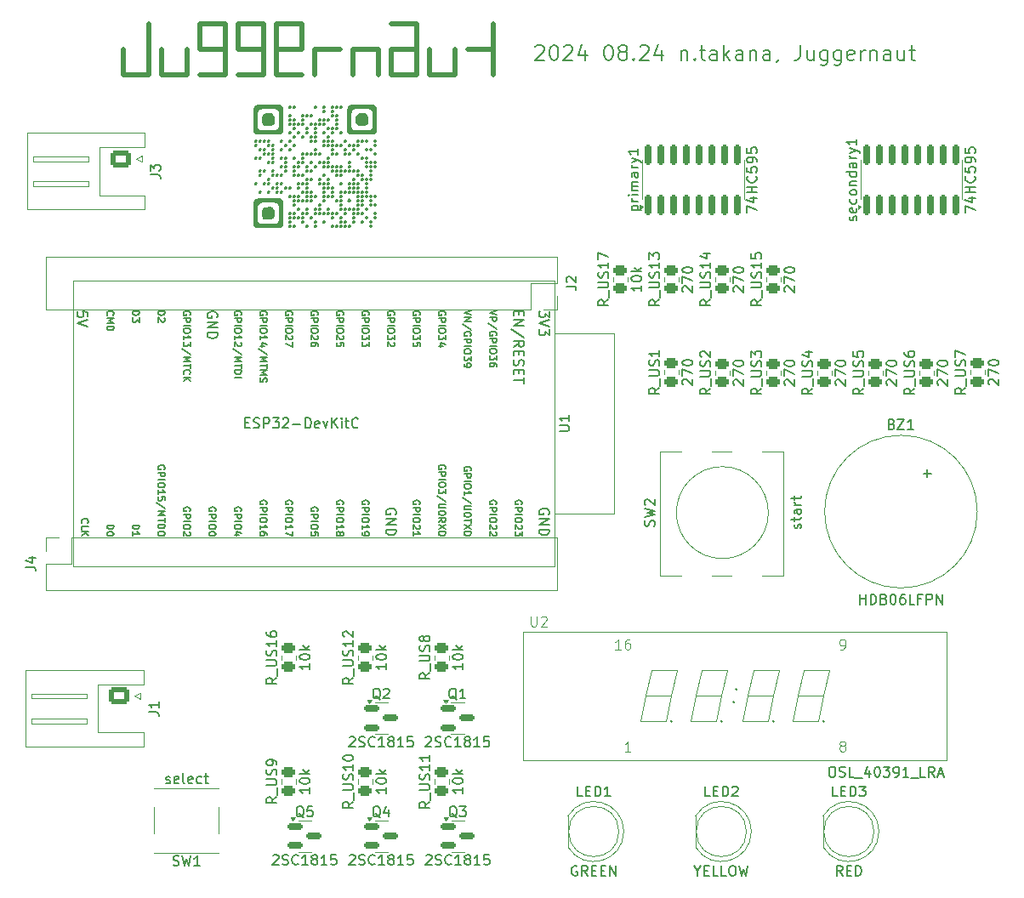
<source format=gbr>
%TF.GenerationSoftware,KiCad,Pcbnew,8.0.4*%
%TF.CreationDate,2024-08-27T11:51:51+09:00*%
%TF.ProjectId,gen2,67656e32-2e6b-4696-9361-645f70636258,rev?*%
%TF.SameCoordinates,PX48ab840PY9157080*%
%TF.FileFunction,Legend,Top*%
%TF.FilePolarity,Positive*%
%FSLAX46Y46*%
G04 Gerber Fmt 4.6, Leading zero omitted, Abs format (unit mm)*
G04 Created by KiCad (PCBNEW 8.0.4) date 2024-08-27 11:51:51*
%MOMM*%
%LPD*%
G01*
G04 APERTURE LIST*
G04 Aperture macros list*
%AMRoundRect*
0 Rectangle with rounded corners*
0 $1 Rounding radius*
0 $2 $3 $4 $5 $6 $7 $8 $9 X,Y pos of 4 corners*
0 Add a 4 corners polygon primitive as box body*
4,1,4,$2,$3,$4,$5,$6,$7,$8,$9,$2,$3,0*
0 Add four circle primitives for the rounded corners*
1,1,$1+$1,$2,$3*
1,1,$1+$1,$4,$5*
1,1,$1+$1,$6,$7*
1,1,$1+$1,$8,$9*
0 Add four rect primitives between the rounded corners*
20,1,$1+$1,$2,$3,$4,$5,0*
20,1,$1+$1,$4,$5,$6,$7,0*
20,1,$1+$1,$6,$7,$8,$9,0*
20,1,$1+$1,$8,$9,$2,$3,0*%
G04 Aperture macros list end*
%ADD10C,0.500000*%
%ADD11C,0.150000*%
%ADD12C,0.100000*%
%ADD13C,0.120000*%
%ADD14C,0.000000*%
%ADD15RoundRect,0.250000X0.450000X-0.262500X0.450000X0.262500X-0.450000X0.262500X-0.450000X-0.262500X0*%
%ADD16R,1.200000X2.000000*%
%ADD17O,1.200000X2.000000*%
%ADD18C,2.700000*%
%ADD19C,1.524000*%
%ADD20R,1.800000X1.800000*%
%ADD21C,1.800000*%
%ADD22RoundRect,0.250000X-0.750000X0.600000X-0.750000X-0.600000X0.750000X-0.600000X0.750000X0.600000X0*%
%ADD23O,2.000000X1.700000*%
%ADD24RoundRect,0.150000X0.150000X-0.825000X0.150000X0.825000X-0.150000X0.825000X-0.150000X-0.825000X0*%
%ADD25RoundRect,0.150000X-0.587500X-0.150000X0.587500X-0.150000X0.587500X0.150000X-0.587500X0.150000X0*%
%ADD26O,1.700000X1.700000*%
%ADD27R,1.700000X1.700000*%
%ADD28R,1.550000X1.300000*%
%ADD29R,2.000000X2.000000*%
%ADD30C,2.000000*%
%ADD31O,2.500000X3.000000*%
G04 APERTURE END LIST*
D10*
X59761950Y90667750D02*
X59761950Y88127750D01*
X72461950Y85587750D02*
X75001950Y85587750D01*
X49601950Y88127750D02*
X52141950Y88127750D01*
X57221950Y90667750D02*
X59761950Y90667750D01*
X71191950Y85587750D02*
X71191950Y90667750D01*
X67381950Y88127750D02*
X67381950Y85587750D01*
X53411950Y88127750D02*
X55951950Y88127750D01*
X55951950Y90667750D02*
X53411950Y90667750D01*
X57221950Y88127750D02*
X57221950Y90667750D01*
X52141950Y88127750D02*
X52141950Y90667750D01*
X61031950Y88127750D02*
X63571950Y88127750D01*
X52141950Y90667750D02*
X49601950Y90667750D01*
X53411950Y90667750D02*
X53411950Y88127750D01*
X41981950Y88127750D02*
X41981950Y85587750D01*
X57221950Y85587750D02*
X59761950Y85587750D01*
X52141950Y88127750D02*
X52141950Y85587750D01*
X59761950Y88127750D02*
X57221950Y88127750D01*
X71191950Y90667750D02*
X68651950Y90667750D01*
X57221950Y88127750D02*
X57221950Y85587750D01*
X48331950Y85587750D02*
X48331950Y88127750D01*
X49601950Y90667750D02*
X49601950Y88127750D01*
X64841950Y88127750D02*
X64841950Y85587750D01*
X52141950Y85587750D02*
X49601950Y85587750D01*
X78811950Y88127750D02*
X78811950Y85587750D01*
X44521950Y85587750D02*
X44521950Y90667750D01*
X55951950Y88127750D02*
X55951950Y90667750D01*
X68651950Y85587750D02*
X71191950Y85587750D01*
X41981950Y85587750D02*
X44521950Y85587750D01*
X68651950Y88127750D02*
X68651950Y85587750D01*
X55951950Y85587750D02*
X53411950Y85587750D01*
X68651950Y88127750D02*
X71191950Y88127750D01*
X45791950Y88127750D02*
X45791950Y85587750D01*
X64841950Y88127750D02*
X67381950Y88127750D01*
X75001950Y88127750D02*
X75001950Y85587750D01*
X76271950Y88127750D02*
X78811950Y88127750D01*
X61031950Y88127750D02*
X61031950Y85587750D01*
X55951950Y88127750D02*
X55951950Y85587750D01*
X45791950Y85587750D02*
X48331950Y85587750D01*
X78811950Y90667750D02*
X78811950Y88127750D01*
X72461950Y88127750D02*
X72461950Y85587750D01*
D11*
X83006348Y88406265D02*
X83077776Y88477693D01*
X83077776Y88477693D02*
X83220634Y88549122D01*
X83220634Y88549122D02*
X83577776Y88549122D01*
X83577776Y88549122D02*
X83720634Y88477693D01*
X83720634Y88477693D02*
X83792062Y88406265D01*
X83792062Y88406265D02*
X83863491Y88263408D01*
X83863491Y88263408D02*
X83863491Y88120550D01*
X83863491Y88120550D02*
X83792062Y87906265D01*
X83792062Y87906265D02*
X82934919Y87049122D01*
X82934919Y87049122D02*
X83863491Y87049122D01*
X84792062Y88549122D02*
X84934919Y88549122D01*
X84934919Y88549122D02*
X85077776Y88477693D01*
X85077776Y88477693D02*
X85149205Y88406265D01*
X85149205Y88406265D02*
X85220633Y88263408D01*
X85220633Y88263408D02*
X85292062Y87977693D01*
X85292062Y87977693D02*
X85292062Y87620550D01*
X85292062Y87620550D02*
X85220633Y87334836D01*
X85220633Y87334836D02*
X85149205Y87191979D01*
X85149205Y87191979D02*
X85077776Y87120550D01*
X85077776Y87120550D02*
X84934919Y87049122D01*
X84934919Y87049122D02*
X84792062Y87049122D01*
X84792062Y87049122D02*
X84649205Y87120550D01*
X84649205Y87120550D02*
X84577776Y87191979D01*
X84577776Y87191979D02*
X84506347Y87334836D01*
X84506347Y87334836D02*
X84434919Y87620550D01*
X84434919Y87620550D02*
X84434919Y87977693D01*
X84434919Y87977693D02*
X84506347Y88263408D01*
X84506347Y88263408D02*
X84577776Y88406265D01*
X84577776Y88406265D02*
X84649205Y88477693D01*
X84649205Y88477693D02*
X84792062Y88549122D01*
X85863490Y88406265D02*
X85934918Y88477693D01*
X85934918Y88477693D02*
X86077776Y88549122D01*
X86077776Y88549122D02*
X86434918Y88549122D01*
X86434918Y88549122D02*
X86577776Y88477693D01*
X86577776Y88477693D02*
X86649204Y88406265D01*
X86649204Y88406265D02*
X86720633Y88263408D01*
X86720633Y88263408D02*
X86720633Y88120550D01*
X86720633Y88120550D02*
X86649204Y87906265D01*
X86649204Y87906265D02*
X85792061Y87049122D01*
X85792061Y87049122D02*
X86720633Y87049122D01*
X88006347Y88049122D02*
X88006347Y87049122D01*
X87649204Y88620550D02*
X87292061Y87549122D01*
X87292061Y87549122D02*
X88220632Y87549122D01*
X90220632Y88549122D02*
X90363489Y88549122D01*
X90363489Y88549122D02*
X90506346Y88477693D01*
X90506346Y88477693D02*
X90577775Y88406265D01*
X90577775Y88406265D02*
X90649203Y88263408D01*
X90649203Y88263408D02*
X90720632Y87977693D01*
X90720632Y87977693D02*
X90720632Y87620550D01*
X90720632Y87620550D02*
X90649203Y87334836D01*
X90649203Y87334836D02*
X90577775Y87191979D01*
X90577775Y87191979D02*
X90506346Y87120550D01*
X90506346Y87120550D02*
X90363489Y87049122D01*
X90363489Y87049122D02*
X90220632Y87049122D01*
X90220632Y87049122D02*
X90077775Y87120550D01*
X90077775Y87120550D02*
X90006346Y87191979D01*
X90006346Y87191979D02*
X89934917Y87334836D01*
X89934917Y87334836D02*
X89863489Y87620550D01*
X89863489Y87620550D02*
X89863489Y87977693D01*
X89863489Y87977693D02*
X89934917Y88263408D01*
X89934917Y88263408D02*
X90006346Y88406265D01*
X90006346Y88406265D02*
X90077775Y88477693D01*
X90077775Y88477693D02*
X90220632Y88549122D01*
X91577774Y87906265D02*
X91434917Y87977693D01*
X91434917Y87977693D02*
X91363488Y88049122D01*
X91363488Y88049122D02*
X91292060Y88191979D01*
X91292060Y88191979D02*
X91292060Y88263408D01*
X91292060Y88263408D02*
X91363488Y88406265D01*
X91363488Y88406265D02*
X91434917Y88477693D01*
X91434917Y88477693D02*
X91577774Y88549122D01*
X91577774Y88549122D02*
X91863488Y88549122D01*
X91863488Y88549122D02*
X92006346Y88477693D01*
X92006346Y88477693D02*
X92077774Y88406265D01*
X92077774Y88406265D02*
X92149203Y88263408D01*
X92149203Y88263408D02*
X92149203Y88191979D01*
X92149203Y88191979D02*
X92077774Y88049122D01*
X92077774Y88049122D02*
X92006346Y87977693D01*
X92006346Y87977693D02*
X91863488Y87906265D01*
X91863488Y87906265D02*
X91577774Y87906265D01*
X91577774Y87906265D02*
X91434917Y87834836D01*
X91434917Y87834836D02*
X91363488Y87763408D01*
X91363488Y87763408D02*
X91292060Y87620550D01*
X91292060Y87620550D02*
X91292060Y87334836D01*
X91292060Y87334836D02*
X91363488Y87191979D01*
X91363488Y87191979D02*
X91434917Y87120550D01*
X91434917Y87120550D02*
X91577774Y87049122D01*
X91577774Y87049122D02*
X91863488Y87049122D01*
X91863488Y87049122D02*
X92006346Y87120550D01*
X92006346Y87120550D02*
X92077774Y87191979D01*
X92077774Y87191979D02*
X92149203Y87334836D01*
X92149203Y87334836D02*
X92149203Y87620550D01*
X92149203Y87620550D02*
X92077774Y87763408D01*
X92077774Y87763408D02*
X92006346Y87834836D01*
X92006346Y87834836D02*
X91863488Y87906265D01*
X92792059Y87191979D02*
X92863488Y87120550D01*
X92863488Y87120550D02*
X92792059Y87049122D01*
X92792059Y87049122D02*
X92720631Y87120550D01*
X92720631Y87120550D02*
X92792059Y87191979D01*
X92792059Y87191979D02*
X92792059Y87049122D01*
X93434917Y88406265D02*
X93506345Y88477693D01*
X93506345Y88477693D02*
X93649203Y88549122D01*
X93649203Y88549122D02*
X94006345Y88549122D01*
X94006345Y88549122D02*
X94149203Y88477693D01*
X94149203Y88477693D02*
X94220631Y88406265D01*
X94220631Y88406265D02*
X94292060Y88263408D01*
X94292060Y88263408D02*
X94292060Y88120550D01*
X94292060Y88120550D02*
X94220631Y87906265D01*
X94220631Y87906265D02*
X93363488Y87049122D01*
X93363488Y87049122D02*
X94292060Y87049122D01*
X95577774Y88049122D02*
X95577774Y87049122D01*
X95220631Y88620550D02*
X94863488Y87549122D01*
X94863488Y87549122D02*
X95792059Y87549122D01*
X97506344Y88049122D02*
X97506344Y87049122D01*
X97506344Y87906265D02*
X97577773Y87977693D01*
X97577773Y87977693D02*
X97720630Y88049122D01*
X97720630Y88049122D02*
X97934916Y88049122D01*
X97934916Y88049122D02*
X98077773Y87977693D01*
X98077773Y87977693D02*
X98149202Y87834836D01*
X98149202Y87834836D02*
X98149202Y87049122D01*
X98863487Y87191979D02*
X98934916Y87120550D01*
X98934916Y87120550D02*
X98863487Y87049122D01*
X98863487Y87049122D02*
X98792059Y87120550D01*
X98792059Y87120550D02*
X98863487Y87191979D01*
X98863487Y87191979D02*
X98863487Y87049122D01*
X99363488Y88049122D02*
X99934916Y88049122D01*
X99577773Y88549122D02*
X99577773Y87263408D01*
X99577773Y87263408D02*
X99649202Y87120550D01*
X99649202Y87120550D02*
X99792059Y87049122D01*
X99792059Y87049122D02*
X99934916Y87049122D01*
X101077774Y87049122D02*
X101077774Y87834836D01*
X101077774Y87834836D02*
X101006345Y87977693D01*
X101006345Y87977693D02*
X100863488Y88049122D01*
X100863488Y88049122D02*
X100577774Y88049122D01*
X100577774Y88049122D02*
X100434916Y87977693D01*
X101077774Y87120550D02*
X100934916Y87049122D01*
X100934916Y87049122D02*
X100577774Y87049122D01*
X100577774Y87049122D02*
X100434916Y87120550D01*
X100434916Y87120550D02*
X100363488Y87263408D01*
X100363488Y87263408D02*
X100363488Y87406265D01*
X100363488Y87406265D02*
X100434916Y87549122D01*
X100434916Y87549122D02*
X100577774Y87620550D01*
X100577774Y87620550D02*
X100934916Y87620550D01*
X100934916Y87620550D02*
X101077774Y87691979D01*
X101792059Y87049122D02*
X101792059Y88549122D01*
X101934917Y87620550D02*
X102363488Y87049122D01*
X102363488Y88049122D02*
X101792059Y87477693D01*
X103649203Y87049122D02*
X103649203Y87834836D01*
X103649203Y87834836D02*
X103577774Y87977693D01*
X103577774Y87977693D02*
X103434917Y88049122D01*
X103434917Y88049122D02*
X103149203Y88049122D01*
X103149203Y88049122D02*
X103006345Y87977693D01*
X103649203Y87120550D02*
X103506345Y87049122D01*
X103506345Y87049122D02*
X103149203Y87049122D01*
X103149203Y87049122D02*
X103006345Y87120550D01*
X103006345Y87120550D02*
X102934917Y87263408D01*
X102934917Y87263408D02*
X102934917Y87406265D01*
X102934917Y87406265D02*
X103006345Y87549122D01*
X103006345Y87549122D02*
X103149203Y87620550D01*
X103149203Y87620550D02*
X103506345Y87620550D01*
X103506345Y87620550D02*
X103649203Y87691979D01*
X104363488Y88049122D02*
X104363488Y87049122D01*
X104363488Y87906265D02*
X104434917Y87977693D01*
X104434917Y87977693D02*
X104577774Y88049122D01*
X104577774Y88049122D02*
X104792060Y88049122D01*
X104792060Y88049122D02*
X104934917Y87977693D01*
X104934917Y87977693D02*
X105006346Y87834836D01*
X105006346Y87834836D02*
X105006346Y87049122D01*
X106363489Y87049122D02*
X106363489Y87834836D01*
X106363489Y87834836D02*
X106292060Y87977693D01*
X106292060Y87977693D02*
X106149203Y88049122D01*
X106149203Y88049122D02*
X105863489Y88049122D01*
X105863489Y88049122D02*
X105720631Y87977693D01*
X106363489Y87120550D02*
X106220631Y87049122D01*
X106220631Y87049122D02*
X105863489Y87049122D01*
X105863489Y87049122D02*
X105720631Y87120550D01*
X105720631Y87120550D02*
X105649203Y87263408D01*
X105649203Y87263408D02*
X105649203Y87406265D01*
X105649203Y87406265D02*
X105720631Y87549122D01*
X105720631Y87549122D02*
X105863489Y87620550D01*
X105863489Y87620550D02*
X106220631Y87620550D01*
X106220631Y87620550D02*
X106363489Y87691979D01*
X107149203Y87120550D02*
X107149203Y87049122D01*
X107149203Y87049122D02*
X107077774Y86906265D01*
X107077774Y86906265D02*
X107006346Y86834836D01*
X109363489Y88549122D02*
X109363489Y87477693D01*
X109363489Y87477693D02*
X109292060Y87263408D01*
X109292060Y87263408D02*
X109149203Y87120550D01*
X109149203Y87120550D02*
X108934917Y87049122D01*
X108934917Y87049122D02*
X108792060Y87049122D01*
X110720632Y88049122D02*
X110720632Y87049122D01*
X110077774Y88049122D02*
X110077774Y87263408D01*
X110077774Y87263408D02*
X110149203Y87120550D01*
X110149203Y87120550D02*
X110292060Y87049122D01*
X110292060Y87049122D02*
X110506346Y87049122D01*
X110506346Y87049122D02*
X110649203Y87120550D01*
X110649203Y87120550D02*
X110720632Y87191979D01*
X112077775Y88049122D02*
X112077775Y86834836D01*
X112077775Y86834836D02*
X112006346Y86691979D01*
X112006346Y86691979D02*
X111934917Y86620550D01*
X111934917Y86620550D02*
X111792060Y86549122D01*
X111792060Y86549122D02*
X111577775Y86549122D01*
X111577775Y86549122D02*
X111434917Y86620550D01*
X112077775Y87120550D02*
X111934917Y87049122D01*
X111934917Y87049122D02*
X111649203Y87049122D01*
X111649203Y87049122D02*
X111506346Y87120550D01*
X111506346Y87120550D02*
X111434917Y87191979D01*
X111434917Y87191979D02*
X111363489Y87334836D01*
X111363489Y87334836D02*
X111363489Y87763408D01*
X111363489Y87763408D02*
X111434917Y87906265D01*
X111434917Y87906265D02*
X111506346Y87977693D01*
X111506346Y87977693D02*
X111649203Y88049122D01*
X111649203Y88049122D02*
X111934917Y88049122D01*
X111934917Y88049122D02*
X112077775Y87977693D01*
X113434918Y88049122D02*
X113434918Y86834836D01*
X113434918Y86834836D02*
X113363489Y86691979D01*
X113363489Y86691979D02*
X113292060Y86620550D01*
X113292060Y86620550D02*
X113149203Y86549122D01*
X113149203Y86549122D02*
X112934918Y86549122D01*
X112934918Y86549122D02*
X112792060Y86620550D01*
X113434918Y87120550D02*
X113292060Y87049122D01*
X113292060Y87049122D02*
X113006346Y87049122D01*
X113006346Y87049122D02*
X112863489Y87120550D01*
X112863489Y87120550D02*
X112792060Y87191979D01*
X112792060Y87191979D02*
X112720632Y87334836D01*
X112720632Y87334836D02*
X112720632Y87763408D01*
X112720632Y87763408D02*
X112792060Y87906265D01*
X112792060Y87906265D02*
X112863489Y87977693D01*
X112863489Y87977693D02*
X113006346Y88049122D01*
X113006346Y88049122D02*
X113292060Y88049122D01*
X113292060Y88049122D02*
X113434918Y87977693D01*
X114720632Y87120550D02*
X114577775Y87049122D01*
X114577775Y87049122D02*
X114292061Y87049122D01*
X114292061Y87049122D02*
X114149203Y87120550D01*
X114149203Y87120550D02*
X114077775Y87263408D01*
X114077775Y87263408D02*
X114077775Y87834836D01*
X114077775Y87834836D02*
X114149203Y87977693D01*
X114149203Y87977693D02*
X114292061Y88049122D01*
X114292061Y88049122D02*
X114577775Y88049122D01*
X114577775Y88049122D02*
X114720632Y87977693D01*
X114720632Y87977693D02*
X114792061Y87834836D01*
X114792061Y87834836D02*
X114792061Y87691979D01*
X114792061Y87691979D02*
X114077775Y87549122D01*
X115434917Y87049122D02*
X115434917Y88049122D01*
X115434917Y87763408D02*
X115506346Y87906265D01*
X115506346Y87906265D02*
X115577775Y87977693D01*
X115577775Y87977693D02*
X115720632Y88049122D01*
X115720632Y88049122D02*
X115863489Y88049122D01*
X116363488Y88049122D02*
X116363488Y87049122D01*
X116363488Y87906265D02*
X116434917Y87977693D01*
X116434917Y87977693D02*
X116577774Y88049122D01*
X116577774Y88049122D02*
X116792060Y88049122D01*
X116792060Y88049122D02*
X116934917Y87977693D01*
X116934917Y87977693D02*
X117006346Y87834836D01*
X117006346Y87834836D02*
X117006346Y87049122D01*
X118363489Y87049122D02*
X118363489Y87834836D01*
X118363489Y87834836D02*
X118292060Y87977693D01*
X118292060Y87977693D02*
X118149203Y88049122D01*
X118149203Y88049122D02*
X117863489Y88049122D01*
X117863489Y88049122D02*
X117720631Y87977693D01*
X118363489Y87120550D02*
X118220631Y87049122D01*
X118220631Y87049122D02*
X117863489Y87049122D01*
X117863489Y87049122D02*
X117720631Y87120550D01*
X117720631Y87120550D02*
X117649203Y87263408D01*
X117649203Y87263408D02*
X117649203Y87406265D01*
X117649203Y87406265D02*
X117720631Y87549122D01*
X117720631Y87549122D02*
X117863489Y87620550D01*
X117863489Y87620550D02*
X118220631Y87620550D01*
X118220631Y87620550D02*
X118363489Y87691979D01*
X119720632Y88049122D02*
X119720632Y87049122D01*
X119077774Y88049122D02*
X119077774Y87263408D01*
X119077774Y87263408D02*
X119149203Y87120550D01*
X119149203Y87120550D02*
X119292060Y87049122D01*
X119292060Y87049122D02*
X119506346Y87049122D01*
X119506346Y87049122D02*
X119649203Y87120550D01*
X119649203Y87120550D02*
X119720632Y87191979D01*
X120220632Y88049122D02*
X120792060Y88049122D01*
X120434917Y88549122D02*
X120434917Y87263408D01*
X120434917Y87263408D02*
X120506346Y87120550D01*
X120506346Y87120550D02*
X120649203Y87049122D01*
X120649203Y87049122D02*
X120792060Y87049122D01*
X100425969Y54374531D02*
X99949778Y54041198D01*
X100425969Y53803103D02*
X99425969Y53803103D01*
X99425969Y53803103D02*
X99425969Y54184055D01*
X99425969Y54184055D02*
X99473588Y54279293D01*
X99473588Y54279293D02*
X99521207Y54326912D01*
X99521207Y54326912D02*
X99616445Y54374531D01*
X99616445Y54374531D02*
X99759302Y54374531D01*
X99759302Y54374531D02*
X99854540Y54326912D01*
X99854540Y54326912D02*
X99902159Y54279293D01*
X99902159Y54279293D02*
X99949778Y54184055D01*
X99949778Y54184055D02*
X99949778Y53803103D01*
X100521207Y54565007D02*
X100521207Y55326912D01*
X99425969Y55565008D02*
X100235492Y55565008D01*
X100235492Y55565008D02*
X100330730Y55612627D01*
X100330730Y55612627D02*
X100378350Y55660246D01*
X100378350Y55660246D02*
X100425969Y55755484D01*
X100425969Y55755484D02*
X100425969Y55945960D01*
X100425969Y55945960D02*
X100378350Y56041198D01*
X100378350Y56041198D02*
X100330730Y56088817D01*
X100330730Y56088817D02*
X100235492Y56136436D01*
X100235492Y56136436D02*
X99425969Y56136436D01*
X100378350Y56565008D02*
X100425969Y56707865D01*
X100425969Y56707865D02*
X100425969Y56945960D01*
X100425969Y56945960D02*
X100378350Y57041198D01*
X100378350Y57041198D02*
X100330730Y57088817D01*
X100330730Y57088817D02*
X100235492Y57136436D01*
X100235492Y57136436D02*
X100140254Y57136436D01*
X100140254Y57136436D02*
X100045016Y57088817D01*
X100045016Y57088817D02*
X99997397Y57041198D01*
X99997397Y57041198D02*
X99949778Y56945960D01*
X99949778Y56945960D02*
X99902159Y56755484D01*
X99902159Y56755484D02*
X99854540Y56660246D01*
X99854540Y56660246D02*
X99806921Y56612627D01*
X99806921Y56612627D02*
X99711683Y56565008D01*
X99711683Y56565008D02*
X99616445Y56565008D01*
X99616445Y56565008D02*
X99521207Y56612627D01*
X99521207Y56612627D02*
X99473588Y56660246D01*
X99473588Y56660246D02*
X99425969Y56755484D01*
X99425969Y56755484D02*
X99425969Y56993579D01*
X99425969Y56993579D02*
X99473588Y57136436D01*
X99521207Y57517389D02*
X99473588Y57565008D01*
X99473588Y57565008D02*
X99425969Y57660246D01*
X99425969Y57660246D02*
X99425969Y57898341D01*
X99425969Y57898341D02*
X99473588Y57993579D01*
X99473588Y57993579D02*
X99521207Y58041198D01*
X99521207Y58041198D02*
X99616445Y58088817D01*
X99616445Y58088817D02*
X99711683Y58088817D01*
X99711683Y58088817D02*
X99854540Y58041198D01*
X99854540Y58041198D02*
X100425969Y57469770D01*
X100425969Y57469770D02*
X100425969Y58088817D01*
X102821207Y54684056D02*
X102773588Y54731675D01*
X102773588Y54731675D02*
X102725969Y54826913D01*
X102725969Y54826913D02*
X102725969Y55065008D01*
X102725969Y55065008D02*
X102773588Y55160246D01*
X102773588Y55160246D02*
X102821207Y55207865D01*
X102821207Y55207865D02*
X102916445Y55255484D01*
X102916445Y55255484D02*
X103011683Y55255484D01*
X103011683Y55255484D02*
X103154540Y55207865D01*
X103154540Y55207865D02*
X103725969Y54636437D01*
X103725969Y54636437D02*
X103725969Y55255484D01*
X102725969Y55588818D02*
X102725969Y56255484D01*
X102725969Y56255484D02*
X103725969Y55826913D01*
X102725969Y56826913D02*
X102725969Y56922151D01*
X102725969Y56922151D02*
X102773588Y57017389D01*
X102773588Y57017389D02*
X102821207Y57065008D01*
X102821207Y57065008D02*
X102916445Y57112627D01*
X102916445Y57112627D02*
X103106921Y57160246D01*
X103106921Y57160246D02*
X103345016Y57160246D01*
X103345016Y57160246D02*
X103535492Y57112627D01*
X103535492Y57112627D02*
X103630730Y57065008D01*
X103630730Y57065008D02*
X103678350Y57017389D01*
X103678350Y57017389D02*
X103725969Y56922151D01*
X103725969Y56922151D02*
X103725969Y56826913D01*
X103725969Y56826913D02*
X103678350Y56731675D01*
X103678350Y56731675D02*
X103630730Y56684056D01*
X103630730Y56684056D02*
X103535492Y56636437D01*
X103535492Y56636437D02*
X103345016Y56588818D01*
X103345016Y56588818D02*
X103106921Y56588818D01*
X103106921Y56588818D02*
X102916445Y56636437D01*
X102916445Y56636437D02*
X102821207Y56684056D01*
X102821207Y56684056D02*
X102773588Y56731675D01*
X102773588Y56731675D02*
X102725969Y56826913D01*
X115665969Y54374531D02*
X115189778Y54041198D01*
X115665969Y53803103D02*
X114665969Y53803103D01*
X114665969Y53803103D02*
X114665969Y54184055D01*
X114665969Y54184055D02*
X114713588Y54279293D01*
X114713588Y54279293D02*
X114761207Y54326912D01*
X114761207Y54326912D02*
X114856445Y54374531D01*
X114856445Y54374531D02*
X114999302Y54374531D01*
X114999302Y54374531D02*
X115094540Y54326912D01*
X115094540Y54326912D02*
X115142159Y54279293D01*
X115142159Y54279293D02*
X115189778Y54184055D01*
X115189778Y54184055D02*
X115189778Y53803103D01*
X115761207Y54565007D02*
X115761207Y55326912D01*
X114665969Y55565008D02*
X115475492Y55565008D01*
X115475492Y55565008D02*
X115570730Y55612627D01*
X115570730Y55612627D02*
X115618350Y55660246D01*
X115618350Y55660246D02*
X115665969Y55755484D01*
X115665969Y55755484D02*
X115665969Y55945960D01*
X115665969Y55945960D02*
X115618350Y56041198D01*
X115618350Y56041198D02*
X115570730Y56088817D01*
X115570730Y56088817D02*
X115475492Y56136436D01*
X115475492Y56136436D02*
X114665969Y56136436D01*
X115618350Y56565008D02*
X115665969Y56707865D01*
X115665969Y56707865D02*
X115665969Y56945960D01*
X115665969Y56945960D02*
X115618350Y57041198D01*
X115618350Y57041198D02*
X115570730Y57088817D01*
X115570730Y57088817D02*
X115475492Y57136436D01*
X115475492Y57136436D02*
X115380254Y57136436D01*
X115380254Y57136436D02*
X115285016Y57088817D01*
X115285016Y57088817D02*
X115237397Y57041198D01*
X115237397Y57041198D02*
X115189778Y56945960D01*
X115189778Y56945960D02*
X115142159Y56755484D01*
X115142159Y56755484D02*
X115094540Y56660246D01*
X115094540Y56660246D02*
X115046921Y56612627D01*
X115046921Y56612627D02*
X114951683Y56565008D01*
X114951683Y56565008D02*
X114856445Y56565008D01*
X114856445Y56565008D02*
X114761207Y56612627D01*
X114761207Y56612627D02*
X114713588Y56660246D01*
X114713588Y56660246D02*
X114665969Y56755484D01*
X114665969Y56755484D02*
X114665969Y56993579D01*
X114665969Y56993579D02*
X114713588Y57136436D01*
X114665969Y58041198D02*
X114665969Y57565008D01*
X114665969Y57565008D02*
X115142159Y57517389D01*
X115142159Y57517389D02*
X115094540Y57565008D01*
X115094540Y57565008D02*
X115046921Y57660246D01*
X115046921Y57660246D02*
X115046921Y57898341D01*
X115046921Y57898341D02*
X115094540Y57993579D01*
X115094540Y57993579D02*
X115142159Y58041198D01*
X115142159Y58041198D02*
X115237397Y58088817D01*
X115237397Y58088817D02*
X115475492Y58088817D01*
X115475492Y58088817D02*
X115570730Y58041198D01*
X115570730Y58041198D02*
X115618350Y57993579D01*
X115618350Y57993579D02*
X115665969Y57898341D01*
X115665969Y57898341D02*
X115665969Y57660246D01*
X115665969Y57660246D02*
X115618350Y57565008D01*
X115618350Y57565008D02*
X115570730Y57517389D01*
X118061207Y54684056D02*
X118013588Y54731675D01*
X118013588Y54731675D02*
X117965969Y54826913D01*
X117965969Y54826913D02*
X117965969Y55065008D01*
X117965969Y55065008D02*
X118013588Y55160246D01*
X118013588Y55160246D02*
X118061207Y55207865D01*
X118061207Y55207865D02*
X118156445Y55255484D01*
X118156445Y55255484D02*
X118251683Y55255484D01*
X118251683Y55255484D02*
X118394540Y55207865D01*
X118394540Y55207865D02*
X118965969Y54636437D01*
X118965969Y54636437D02*
X118965969Y55255484D01*
X117965969Y55588818D02*
X117965969Y56255484D01*
X117965969Y56255484D02*
X118965969Y55826913D01*
X117965969Y56826913D02*
X117965969Y56922151D01*
X117965969Y56922151D02*
X118013588Y57017389D01*
X118013588Y57017389D02*
X118061207Y57065008D01*
X118061207Y57065008D02*
X118156445Y57112627D01*
X118156445Y57112627D02*
X118346921Y57160246D01*
X118346921Y57160246D02*
X118585016Y57160246D01*
X118585016Y57160246D02*
X118775492Y57112627D01*
X118775492Y57112627D02*
X118870730Y57065008D01*
X118870730Y57065008D02*
X118918350Y57017389D01*
X118918350Y57017389D02*
X118965969Y56922151D01*
X118965969Y56922151D02*
X118965969Y56826913D01*
X118965969Y56826913D02*
X118918350Y56731675D01*
X118918350Y56731675D02*
X118870730Y56684056D01*
X118870730Y56684056D02*
X118775492Y56636437D01*
X118775492Y56636437D02*
X118585016Y56588818D01*
X118585016Y56588818D02*
X118346921Y56588818D01*
X118346921Y56588818D02*
X118156445Y56636437D01*
X118156445Y56636437D02*
X118061207Y56684056D01*
X118061207Y56684056D02*
X118013588Y56731675D01*
X118013588Y56731675D02*
X117965969Y56826913D01*
X85393269Y50127346D02*
X86202792Y50127346D01*
X86202792Y50127346D02*
X86298030Y50174965D01*
X86298030Y50174965D02*
X86345650Y50222584D01*
X86345650Y50222584D02*
X86393269Y50317822D01*
X86393269Y50317822D02*
X86393269Y50508298D01*
X86393269Y50508298D02*
X86345650Y50603536D01*
X86345650Y50603536D02*
X86298030Y50651155D01*
X86298030Y50651155D02*
X86202792Y50698774D01*
X86202792Y50698774D02*
X85393269Y50698774D01*
X86393269Y51698774D02*
X86393269Y51127346D01*
X86393269Y51413060D02*
X85393269Y51413060D01*
X85393269Y51413060D02*
X85536126Y51317822D01*
X85536126Y51317822D02*
X85631364Y51222584D01*
X85631364Y51222584D02*
X85678983Y51127346D01*
X54113212Y50958241D02*
X54446545Y50958241D01*
X54589402Y50434431D02*
X54113212Y50434431D01*
X54113212Y50434431D02*
X54113212Y51434431D01*
X54113212Y51434431D02*
X54589402Y51434431D01*
X54970355Y50482050D02*
X55113212Y50434431D01*
X55113212Y50434431D02*
X55351307Y50434431D01*
X55351307Y50434431D02*
X55446545Y50482050D01*
X55446545Y50482050D02*
X55494164Y50529670D01*
X55494164Y50529670D02*
X55541783Y50624908D01*
X55541783Y50624908D02*
X55541783Y50720146D01*
X55541783Y50720146D02*
X55494164Y50815384D01*
X55494164Y50815384D02*
X55446545Y50863003D01*
X55446545Y50863003D02*
X55351307Y50910622D01*
X55351307Y50910622D02*
X55160831Y50958241D01*
X55160831Y50958241D02*
X55065593Y51005860D01*
X55065593Y51005860D02*
X55017974Y51053479D01*
X55017974Y51053479D02*
X54970355Y51148717D01*
X54970355Y51148717D02*
X54970355Y51243955D01*
X54970355Y51243955D02*
X55017974Y51339193D01*
X55017974Y51339193D02*
X55065593Y51386812D01*
X55065593Y51386812D02*
X55160831Y51434431D01*
X55160831Y51434431D02*
X55398926Y51434431D01*
X55398926Y51434431D02*
X55541783Y51386812D01*
X55970355Y50434431D02*
X55970355Y51434431D01*
X55970355Y51434431D02*
X56351307Y51434431D01*
X56351307Y51434431D02*
X56446545Y51386812D01*
X56446545Y51386812D02*
X56494164Y51339193D01*
X56494164Y51339193D02*
X56541783Y51243955D01*
X56541783Y51243955D02*
X56541783Y51101098D01*
X56541783Y51101098D02*
X56494164Y51005860D01*
X56494164Y51005860D02*
X56446545Y50958241D01*
X56446545Y50958241D02*
X56351307Y50910622D01*
X56351307Y50910622D02*
X55970355Y50910622D01*
X56875117Y51434431D02*
X57494164Y51434431D01*
X57494164Y51434431D02*
X57160831Y51053479D01*
X57160831Y51053479D02*
X57303688Y51053479D01*
X57303688Y51053479D02*
X57398926Y51005860D01*
X57398926Y51005860D02*
X57446545Y50958241D01*
X57446545Y50958241D02*
X57494164Y50863003D01*
X57494164Y50863003D02*
X57494164Y50624908D01*
X57494164Y50624908D02*
X57446545Y50529670D01*
X57446545Y50529670D02*
X57398926Y50482050D01*
X57398926Y50482050D02*
X57303688Y50434431D01*
X57303688Y50434431D02*
X57017974Y50434431D01*
X57017974Y50434431D02*
X56922736Y50482050D01*
X56922736Y50482050D02*
X56875117Y50529670D01*
X57875117Y51339193D02*
X57922736Y51386812D01*
X57922736Y51386812D02*
X58017974Y51434431D01*
X58017974Y51434431D02*
X58256069Y51434431D01*
X58256069Y51434431D02*
X58351307Y51386812D01*
X58351307Y51386812D02*
X58398926Y51339193D01*
X58398926Y51339193D02*
X58446545Y51243955D01*
X58446545Y51243955D02*
X58446545Y51148717D01*
X58446545Y51148717D02*
X58398926Y51005860D01*
X58398926Y51005860D02*
X57827498Y50434431D01*
X57827498Y50434431D02*
X58446545Y50434431D01*
X58875117Y50815384D02*
X59637022Y50815384D01*
X60113212Y50434431D02*
X60113212Y51434431D01*
X60113212Y51434431D02*
X60351307Y51434431D01*
X60351307Y51434431D02*
X60494164Y51386812D01*
X60494164Y51386812D02*
X60589402Y51291574D01*
X60589402Y51291574D02*
X60637021Y51196336D01*
X60637021Y51196336D02*
X60684640Y51005860D01*
X60684640Y51005860D02*
X60684640Y50863003D01*
X60684640Y50863003D02*
X60637021Y50672527D01*
X60637021Y50672527D02*
X60589402Y50577289D01*
X60589402Y50577289D02*
X60494164Y50482050D01*
X60494164Y50482050D02*
X60351307Y50434431D01*
X60351307Y50434431D02*
X60113212Y50434431D01*
X61494164Y50482050D02*
X61398926Y50434431D01*
X61398926Y50434431D02*
X61208450Y50434431D01*
X61208450Y50434431D02*
X61113212Y50482050D01*
X61113212Y50482050D02*
X61065593Y50577289D01*
X61065593Y50577289D02*
X61065593Y50958241D01*
X61065593Y50958241D02*
X61113212Y51053479D01*
X61113212Y51053479D02*
X61208450Y51101098D01*
X61208450Y51101098D02*
X61398926Y51101098D01*
X61398926Y51101098D02*
X61494164Y51053479D01*
X61494164Y51053479D02*
X61541783Y50958241D01*
X61541783Y50958241D02*
X61541783Y50863003D01*
X61541783Y50863003D02*
X61065593Y50767765D01*
X61875117Y51101098D02*
X62113212Y50434431D01*
X62113212Y50434431D02*
X62351307Y51101098D01*
X62732260Y50434431D02*
X62732260Y51434431D01*
X63303688Y50434431D02*
X62875117Y51005860D01*
X63303688Y51434431D02*
X62732260Y50863003D01*
X63732260Y50434431D02*
X63732260Y51101098D01*
X63732260Y51434431D02*
X63684641Y51386812D01*
X63684641Y51386812D02*
X63732260Y51339193D01*
X63732260Y51339193D02*
X63779879Y51386812D01*
X63779879Y51386812D02*
X63732260Y51434431D01*
X63732260Y51434431D02*
X63732260Y51339193D01*
X64065593Y51101098D02*
X64446545Y51101098D01*
X64208450Y51434431D02*
X64208450Y50577289D01*
X64208450Y50577289D02*
X64256069Y50482050D01*
X64256069Y50482050D02*
X64351307Y50434431D01*
X64351307Y50434431D02*
X64446545Y50434431D01*
X65351307Y50529670D02*
X65303688Y50482050D01*
X65303688Y50482050D02*
X65160831Y50434431D01*
X65160831Y50434431D02*
X65065593Y50434431D01*
X65065593Y50434431D02*
X64922736Y50482050D01*
X64922736Y50482050D02*
X64827498Y50577289D01*
X64827498Y50577289D02*
X64779879Y50672527D01*
X64779879Y50672527D02*
X64732260Y50863003D01*
X64732260Y50863003D02*
X64732260Y51005860D01*
X64732260Y51005860D02*
X64779879Y51196336D01*
X64779879Y51196336D02*
X64827498Y51291574D01*
X64827498Y51291574D02*
X64922736Y51386812D01*
X64922736Y51386812D02*
X65065593Y51434431D01*
X65065593Y51434431D02*
X65160831Y51434431D01*
X65160831Y51434431D02*
X65303688Y51386812D01*
X65303688Y51386812D02*
X65351307Y51339193D01*
X48629083Y61687233D02*
X48662416Y61753900D01*
X48662416Y61753900D02*
X48662416Y61853900D01*
X48662416Y61853900D02*
X48629083Y61953900D01*
X48629083Y61953900D02*
X48562416Y62020566D01*
X48562416Y62020566D02*
X48495750Y62053900D01*
X48495750Y62053900D02*
X48362416Y62087233D01*
X48362416Y62087233D02*
X48262416Y62087233D01*
X48262416Y62087233D02*
X48129083Y62053900D01*
X48129083Y62053900D02*
X48062416Y62020566D01*
X48062416Y62020566D02*
X47995750Y61953900D01*
X47995750Y61953900D02*
X47962416Y61853900D01*
X47962416Y61853900D02*
X47962416Y61787233D01*
X47962416Y61787233D02*
X47995750Y61687233D01*
X47995750Y61687233D02*
X48029083Y61653900D01*
X48029083Y61653900D02*
X48262416Y61653900D01*
X48262416Y61653900D02*
X48262416Y61787233D01*
X47962416Y61353900D02*
X48662416Y61353900D01*
X48662416Y61353900D02*
X48662416Y61087233D01*
X48662416Y61087233D02*
X48629083Y61020566D01*
X48629083Y61020566D02*
X48595750Y60987233D01*
X48595750Y60987233D02*
X48529083Y60953900D01*
X48529083Y60953900D02*
X48429083Y60953900D01*
X48429083Y60953900D02*
X48362416Y60987233D01*
X48362416Y60987233D02*
X48329083Y61020566D01*
X48329083Y61020566D02*
X48295750Y61087233D01*
X48295750Y61087233D02*
X48295750Y61353900D01*
X47962416Y60653900D02*
X48662416Y60653900D01*
X48662416Y60187233D02*
X48662416Y60053900D01*
X48662416Y60053900D02*
X48629083Y59987233D01*
X48629083Y59987233D02*
X48562416Y59920567D01*
X48562416Y59920567D02*
X48429083Y59887233D01*
X48429083Y59887233D02*
X48195750Y59887233D01*
X48195750Y59887233D02*
X48062416Y59920567D01*
X48062416Y59920567D02*
X47995750Y59987233D01*
X47995750Y59987233D02*
X47962416Y60053900D01*
X47962416Y60053900D02*
X47962416Y60187233D01*
X47962416Y60187233D02*
X47995750Y60253900D01*
X47995750Y60253900D02*
X48062416Y60320567D01*
X48062416Y60320567D02*
X48195750Y60353900D01*
X48195750Y60353900D02*
X48429083Y60353900D01*
X48429083Y60353900D02*
X48562416Y60320567D01*
X48562416Y60320567D02*
X48629083Y60253900D01*
X48629083Y60253900D02*
X48662416Y60187233D01*
X47962416Y59220567D02*
X47962416Y59620567D01*
X47962416Y59420567D02*
X48662416Y59420567D01*
X48662416Y59420567D02*
X48562416Y59487234D01*
X48562416Y59487234D02*
X48495750Y59553900D01*
X48495750Y59553900D02*
X48462416Y59620567D01*
X48662416Y58987233D02*
X48662416Y58553900D01*
X48662416Y58553900D02*
X48395750Y58787233D01*
X48395750Y58787233D02*
X48395750Y58687233D01*
X48395750Y58687233D02*
X48362416Y58620567D01*
X48362416Y58620567D02*
X48329083Y58587233D01*
X48329083Y58587233D02*
X48262416Y58553900D01*
X48262416Y58553900D02*
X48095750Y58553900D01*
X48095750Y58553900D02*
X48029083Y58587233D01*
X48029083Y58587233D02*
X47995750Y58620567D01*
X47995750Y58620567D02*
X47962416Y58687233D01*
X47962416Y58687233D02*
X47962416Y58887233D01*
X47962416Y58887233D02*
X47995750Y58953900D01*
X47995750Y58953900D02*
X48029083Y58987233D01*
X48695750Y57753900D02*
X47795750Y58353900D01*
X47962416Y57520567D02*
X48662416Y57520567D01*
X48662416Y57520567D02*
X48162416Y57287233D01*
X48162416Y57287233D02*
X48662416Y57053900D01*
X48662416Y57053900D02*
X47962416Y57053900D01*
X48662416Y56820567D02*
X48662416Y56420567D01*
X47962416Y56620567D02*
X48662416Y56620567D01*
X48029083Y55787234D02*
X47995750Y55820567D01*
X47995750Y55820567D02*
X47962416Y55920567D01*
X47962416Y55920567D02*
X47962416Y55987234D01*
X47962416Y55987234D02*
X47995750Y56087234D01*
X47995750Y56087234D02*
X48062416Y56153900D01*
X48062416Y56153900D02*
X48129083Y56187234D01*
X48129083Y56187234D02*
X48262416Y56220567D01*
X48262416Y56220567D02*
X48362416Y56220567D01*
X48362416Y56220567D02*
X48495750Y56187234D01*
X48495750Y56187234D02*
X48562416Y56153900D01*
X48562416Y56153900D02*
X48629083Y56087234D01*
X48629083Y56087234D02*
X48662416Y55987234D01*
X48662416Y55987234D02*
X48662416Y55920567D01*
X48662416Y55920567D02*
X48629083Y55820567D01*
X48629083Y55820567D02*
X48595750Y55787234D01*
X47962416Y55487234D02*
X48662416Y55487234D01*
X47962416Y55087234D02*
X48362416Y55387234D01*
X48662416Y55087234D02*
X48262416Y55487234D01*
X84336011Y41843649D02*
X84383630Y41938887D01*
X84383630Y41938887D02*
X84383630Y42081744D01*
X84383630Y42081744D02*
X84336011Y42224601D01*
X84336011Y42224601D02*
X84240773Y42319839D01*
X84240773Y42319839D02*
X84145535Y42367458D01*
X84145535Y42367458D02*
X83955059Y42415077D01*
X83955059Y42415077D02*
X83812202Y42415077D01*
X83812202Y42415077D02*
X83621726Y42367458D01*
X83621726Y42367458D02*
X83526488Y42319839D01*
X83526488Y42319839D02*
X83431250Y42224601D01*
X83431250Y42224601D02*
X83383630Y42081744D01*
X83383630Y42081744D02*
X83383630Y41986506D01*
X83383630Y41986506D02*
X83431250Y41843649D01*
X83431250Y41843649D02*
X83478869Y41796030D01*
X83478869Y41796030D02*
X83812202Y41796030D01*
X83812202Y41796030D02*
X83812202Y41986506D01*
X83383630Y41367458D02*
X84383630Y41367458D01*
X84383630Y41367458D02*
X83383630Y40796030D01*
X83383630Y40796030D02*
X84383630Y40796030D01*
X83383630Y40319839D02*
X84383630Y40319839D01*
X84383630Y40319839D02*
X84383630Y40081744D01*
X84383630Y40081744D02*
X84336011Y39938887D01*
X84336011Y39938887D02*
X84240773Y39843649D01*
X84240773Y39843649D02*
X84145535Y39796030D01*
X84145535Y39796030D02*
X83955059Y39748411D01*
X83955059Y39748411D02*
X83812202Y39748411D01*
X83812202Y39748411D02*
X83621726Y39796030D01*
X83621726Y39796030D02*
X83526488Y39843649D01*
X83526488Y39843649D02*
X83431250Y39938887D01*
X83431250Y39938887D02*
X83383630Y40081744D01*
X83383630Y40081744D02*
X83383630Y40319839D01*
X84383630Y62077709D02*
X84383630Y61458662D01*
X84383630Y61458662D02*
X84002678Y61791995D01*
X84002678Y61791995D02*
X84002678Y61649138D01*
X84002678Y61649138D02*
X83955059Y61553900D01*
X83955059Y61553900D02*
X83907440Y61506281D01*
X83907440Y61506281D02*
X83812202Y61458662D01*
X83812202Y61458662D02*
X83574107Y61458662D01*
X83574107Y61458662D02*
X83478869Y61506281D01*
X83478869Y61506281D02*
X83431250Y61553900D01*
X83431250Y61553900D02*
X83383630Y61649138D01*
X83383630Y61649138D02*
X83383630Y61934852D01*
X83383630Y61934852D02*
X83431250Y62030090D01*
X83431250Y62030090D02*
X83478869Y62077709D01*
X84383630Y61172947D02*
X83383630Y60839614D01*
X83383630Y60839614D02*
X84383630Y60506281D01*
X84383630Y60268185D02*
X84383630Y59649138D01*
X84383630Y59649138D02*
X84002678Y59982471D01*
X84002678Y59982471D02*
X84002678Y59839614D01*
X84002678Y59839614D02*
X83955059Y59744376D01*
X83955059Y59744376D02*
X83907440Y59696757D01*
X83907440Y59696757D02*
X83812202Y59649138D01*
X83812202Y59649138D02*
X83574107Y59649138D01*
X83574107Y59649138D02*
X83478869Y59696757D01*
X83478869Y59696757D02*
X83431250Y59744376D01*
X83431250Y59744376D02*
X83383630Y59839614D01*
X83383630Y59839614D02*
X83383630Y60125328D01*
X83383630Y60125328D02*
X83431250Y60220566D01*
X83431250Y60220566D02*
X83478869Y60268185D01*
X58789083Y42824601D02*
X58822416Y42891268D01*
X58822416Y42891268D02*
X58822416Y42991268D01*
X58822416Y42991268D02*
X58789083Y43091268D01*
X58789083Y43091268D02*
X58722416Y43157934D01*
X58722416Y43157934D02*
X58655750Y43191268D01*
X58655750Y43191268D02*
X58522416Y43224601D01*
X58522416Y43224601D02*
X58422416Y43224601D01*
X58422416Y43224601D02*
X58289083Y43191268D01*
X58289083Y43191268D02*
X58222416Y43157934D01*
X58222416Y43157934D02*
X58155750Y43091268D01*
X58155750Y43091268D02*
X58122416Y42991268D01*
X58122416Y42991268D02*
X58122416Y42924601D01*
X58122416Y42924601D02*
X58155750Y42824601D01*
X58155750Y42824601D02*
X58189083Y42791268D01*
X58189083Y42791268D02*
X58422416Y42791268D01*
X58422416Y42791268D02*
X58422416Y42924601D01*
X58122416Y42491268D02*
X58822416Y42491268D01*
X58822416Y42491268D02*
X58822416Y42224601D01*
X58822416Y42224601D02*
X58789083Y42157934D01*
X58789083Y42157934D02*
X58755750Y42124601D01*
X58755750Y42124601D02*
X58689083Y42091268D01*
X58689083Y42091268D02*
X58589083Y42091268D01*
X58589083Y42091268D02*
X58522416Y42124601D01*
X58522416Y42124601D02*
X58489083Y42157934D01*
X58489083Y42157934D02*
X58455750Y42224601D01*
X58455750Y42224601D02*
X58455750Y42491268D01*
X58122416Y41791268D02*
X58822416Y41791268D01*
X58822416Y41324601D02*
X58822416Y41191268D01*
X58822416Y41191268D02*
X58789083Y41124601D01*
X58789083Y41124601D02*
X58722416Y41057935D01*
X58722416Y41057935D02*
X58589083Y41024601D01*
X58589083Y41024601D02*
X58355750Y41024601D01*
X58355750Y41024601D02*
X58222416Y41057935D01*
X58222416Y41057935D02*
X58155750Y41124601D01*
X58155750Y41124601D02*
X58122416Y41191268D01*
X58122416Y41191268D02*
X58122416Y41324601D01*
X58122416Y41324601D02*
X58155750Y41391268D01*
X58155750Y41391268D02*
X58222416Y41457935D01*
X58222416Y41457935D02*
X58355750Y41491268D01*
X58355750Y41491268D02*
X58589083Y41491268D01*
X58589083Y41491268D02*
X58722416Y41457935D01*
X58722416Y41457935D02*
X58789083Y41391268D01*
X58789083Y41391268D02*
X58822416Y41324601D01*
X58122416Y40357935D02*
X58122416Y40757935D01*
X58122416Y40557935D02*
X58822416Y40557935D01*
X58822416Y40557935D02*
X58722416Y40624602D01*
X58722416Y40624602D02*
X58655750Y40691268D01*
X58655750Y40691268D02*
X58622416Y40757935D01*
X58822416Y40124601D02*
X58822416Y39657935D01*
X58822416Y39657935D02*
X58122416Y39957935D01*
X68949083Y61687233D02*
X68982416Y61753900D01*
X68982416Y61753900D02*
X68982416Y61853900D01*
X68982416Y61853900D02*
X68949083Y61953900D01*
X68949083Y61953900D02*
X68882416Y62020566D01*
X68882416Y62020566D02*
X68815750Y62053900D01*
X68815750Y62053900D02*
X68682416Y62087233D01*
X68682416Y62087233D02*
X68582416Y62087233D01*
X68582416Y62087233D02*
X68449083Y62053900D01*
X68449083Y62053900D02*
X68382416Y62020566D01*
X68382416Y62020566D02*
X68315750Y61953900D01*
X68315750Y61953900D02*
X68282416Y61853900D01*
X68282416Y61853900D02*
X68282416Y61787233D01*
X68282416Y61787233D02*
X68315750Y61687233D01*
X68315750Y61687233D02*
X68349083Y61653900D01*
X68349083Y61653900D02*
X68582416Y61653900D01*
X68582416Y61653900D02*
X68582416Y61787233D01*
X68282416Y61353900D02*
X68982416Y61353900D01*
X68982416Y61353900D02*
X68982416Y61087233D01*
X68982416Y61087233D02*
X68949083Y61020566D01*
X68949083Y61020566D02*
X68915750Y60987233D01*
X68915750Y60987233D02*
X68849083Y60953900D01*
X68849083Y60953900D02*
X68749083Y60953900D01*
X68749083Y60953900D02*
X68682416Y60987233D01*
X68682416Y60987233D02*
X68649083Y61020566D01*
X68649083Y61020566D02*
X68615750Y61087233D01*
X68615750Y61087233D02*
X68615750Y61353900D01*
X68282416Y60653900D02*
X68982416Y60653900D01*
X68982416Y60187233D02*
X68982416Y60053900D01*
X68982416Y60053900D02*
X68949083Y59987233D01*
X68949083Y59987233D02*
X68882416Y59920567D01*
X68882416Y59920567D02*
X68749083Y59887233D01*
X68749083Y59887233D02*
X68515750Y59887233D01*
X68515750Y59887233D02*
X68382416Y59920567D01*
X68382416Y59920567D02*
X68315750Y59987233D01*
X68315750Y59987233D02*
X68282416Y60053900D01*
X68282416Y60053900D02*
X68282416Y60187233D01*
X68282416Y60187233D02*
X68315750Y60253900D01*
X68315750Y60253900D02*
X68382416Y60320567D01*
X68382416Y60320567D02*
X68515750Y60353900D01*
X68515750Y60353900D02*
X68749083Y60353900D01*
X68749083Y60353900D02*
X68882416Y60320567D01*
X68882416Y60320567D02*
X68949083Y60253900D01*
X68949083Y60253900D02*
X68982416Y60187233D01*
X68982416Y59653900D02*
X68982416Y59220567D01*
X68982416Y59220567D02*
X68715750Y59453900D01*
X68715750Y59453900D02*
X68715750Y59353900D01*
X68715750Y59353900D02*
X68682416Y59287234D01*
X68682416Y59287234D02*
X68649083Y59253900D01*
X68649083Y59253900D02*
X68582416Y59220567D01*
X68582416Y59220567D02*
X68415750Y59220567D01*
X68415750Y59220567D02*
X68349083Y59253900D01*
X68349083Y59253900D02*
X68315750Y59287234D01*
X68315750Y59287234D02*
X68282416Y59353900D01*
X68282416Y59353900D02*
X68282416Y59553900D01*
X68282416Y59553900D02*
X68315750Y59620567D01*
X68315750Y59620567D02*
X68349083Y59653900D01*
X68915750Y58953900D02*
X68949083Y58920567D01*
X68949083Y58920567D02*
X68982416Y58853900D01*
X68982416Y58853900D02*
X68982416Y58687233D01*
X68982416Y58687233D02*
X68949083Y58620567D01*
X68949083Y58620567D02*
X68915750Y58587233D01*
X68915750Y58587233D02*
X68849083Y58553900D01*
X68849083Y58553900D02*
X68782416Y58553900D01*
X68782416Y58553900D02*
X68682416Y58587233D01*
X68682416Y58587233D02*
X68282416Y58987233D01*
X68282416Y58987233D02*
X68282416Y58553900D01*
X38412350Y61509961D02*
X38412350Y61986151D01*
X38412350Y61986151D02*
X37936160Y62033770D01*
X37936160Y62033770D02*
X37983779Y61986151D01*
X37983779Y61986151D02*
X38031398Y61890913D01*
X38031398Y61890913D02*
X38031398Y61652818D01*
X38031398Y61652818D02*
X37983779Y61557580D01*
X37983779Y61557580D02*
X37936160Y61509961D01*
X37936160Y61509961D02*
X37840922Y61462342D01*
X37840922Y61462342D02*
X37602827Y61462342D01*
X37602827Y61462342D02*
X37507589Y61509961D01*
X37507589Y61509961D02*
X37459970Y61557580D01*
X37459970Y61557580D02*
X37412350Y61652818D01*
X37412350Y61652818D02*
X37412350Y61890913D01*
X37412350Y61890913D02*
X37459970Y61986151D01*
X37459970Y61986151D02*
X37507589Y62033770D01*
X38412350Y61176627D02*
X37412350Y60843294D01*
X37412350Y60843294D02*
X38412350Y60509961D01*
X46089083Y46324600D02*
X46122416Y46391267D01*
X46122416Y46391267D02*
X46122416Y46491267D01*
X46122416Y46491267D02*
X46089083Y46591267D01*
X46089083Y46591267D02*
X46022416Y46657933D01*
X46022416Y46657933D02*
X45955750Y46691267D01*
X45955750Y46691267D02*
X45822416Y46724600D01*
X45822416Y46724600D02*
X45722416Y46724600D01*
X45722416Y46724600D02*
X45589083Y46691267D01*
X45589083Y46691267D02*
X45522416Y46657933D01*
X45522416Y46657933D02*
X45455750Y46591267D01*
X45455750Y46591267D02*
X45422416Y46491267D01*
X45422416Y46491267D02*
X45422416Y46424600D01*
X45422416Y46424600D02*
X45455750Y46324600D01*
X45455750Y46324600D02*
X45489083Y46291267D01*
X45489083Y46291267D02*
X45722416Y46291267D01*
X45722416Y46291267D02*
X45722416Y46424600D01*
X45422416Y45991267D02*
X46122416Y45991267D01*
X46122416Y45991267D02*
X46122416Y45724600D01*
X46122416Y45724600D02*
X46089083Y45657933D01*
X46089083Y45657933D02*
X46055750Y45624600D01*
X46055750Y45624600D02*
X45989083Y45591267D01*
X45989083Y45591267D02*
X45889083Y45591267D01*
X45889083Y45591267D02*
X45822416Y45624600D01*
X45822416Y45624600D02*
X45789083Y45657933D01*
X45789083Y45657933D02*
X45755750Y45724600D01*
X45755750Y45724600D02*
X45755750Y45991267D01*
X45422416Y45291267D02*
X46122416Y45291267D01*
X46122416Y44824600D02*
X46122416Y44691267D01*
X46122416Y44691267D02*
X46089083Y44624600D01*
X46089083Y44624600D02*
X46022416Y44557934D01*
X46022416Y44557934D02*
X45889083Y44524600D01*
X45889083Y44524600D02*
X45655750Y44524600D01*
X45655750Y44524600D02*
X45522416Y44557934D01*
X45522416Y44557934D02*
X45455750Y44624600D01*
X45455750Y44624600D02*
X45422416Y44691267D01*
X45422416Y44691267D02*
X45422416Y44824600D01*
X45422416Y44824600D02*
X45455750Y44891267D01*
X45455750Y44891267D02*
X45522416Y44957934D01*
X45522416Y44957934D02*
X45655750Y44991267D01*
X45655750Y44991267D02*
X45889083Y44991267D01*
X45889083Y44991267D02*
X46022416Y44957934D01*
X46022416Y44957934D02*
X46089083Y44891267D01*
X46089083Y44891267D02*
X46122416Y44824600D01*
X45422416Y43857934D02*
X45422416Y44257934D01*
X45422416Y44057934D02*
X46122416Y44057934D01*
X46122416Y44057934D02*
X46022416Y44124601D01*
X46022416Y44124601D02*
X45955750Y44191267D01*
X45955750Y44191267D02*
X45922416Y44257934D01*
X46122416Y43224600D02*
X46122416Y43557934D01*
X46122416Y43557934D02*
X45789083Y43591267D01*
X45789083Y43591267D02*
X45822416Y43557934D01*
X45822416Y43557934D02*
X45855750Y43491267D01*
X45855750Y43491267D02*
X45855750Y43324600D01*
X45855750Y43324600D02*
X45822416Y43257934D01*
X45822416Y43257934D02*
X45789083Y43224600D01*
X45789083Y43224600D02*
X45722416Y43191267D01*
X45722416Y43191267D02*
X45555750Y43191267D01*
X45555750Y43191267D02*
X45489083Y43224600D01*
X45489083Y43224600D02*
X45455750Y43257934D01*
X45455750Y43257934D02*
X45422416Y43324600D01*
X45422416Y43324600D02*
X45422416Y43491267D01*
X45422416Y43491267D02*
X45455750Y43557934D01*
X45455750Y43557934D02*
X45489083Y43591267D01*
X46155750Y42391267D02*
X45255750Y42991267D01*
X45422416Y42157934D02*
X46122416Y42157934D01*
X46122416Y42157934D02*
X45622416Y41924600D01*
X45622416Y41924600D02*
X46122416Y41691267D01*
X46122416Y41691267D02*
X45422416Y41691267D01*
X46122416Y41457934D02*
X46122416Y41057934D01*
X45422416Y41257934D02*
X46122416Y41257934D01*
X45422416Y40824601D02*
X46122416Y40824601D01*
X46122416Y40824601D02*
X46122416Y40657934D01*
X46122416Y40657934D02*
X46089083Y40557934D01*
X46089083Y40557934D02*
X46022416Y40491267D01*
X46022416Y40491267D02*
X45955750Y40457934D01*
X45955750Y40457934D02*
X45822416Y40424601D01*
X45822416Y40424601D02*
X45722416Y40424601D01*
X45722416Y40424601D02*
X45589083Y40457934D01*
X45589083Y40457934D02*
X45522416Y40491267D01*
X45522416Y40491267D02*
X45455750Y40557934D01*
X45455750Y40557934D02*
X45422416Y40657934D01*
X45422416Y40657934D02*
X45422416Y40824601D01*
X46122416Y39991267D02*
X46122416Y39857934D01*
X46122416Y39857934D02*
X46089083Y39791267D01*
X46089083Y39791267D02*
X46022416Y39724601D01*
X46022416Y39724601D02*
X45889083Y39691267D01*
X45889083Y39691267D02*
X45655750Y39691267D01*
X45655750Y39691267D02*
X45522416Y39724601D01*
X45522416Y39724601D02*
X45455750Y39791267D01*
X45455750Y39791267D02*
X45422416Y39857934D01*
X45422416Y39857934D02*
X45422416Y39991267D01*
X45422416Y39991267D02*
X45455750Y40057934D01*
X45455750Y40057934D02*
X45522416Y40124601D01*
X45522416Y40124601D02*
X45655750Y40157934D01*
X45655750Y40157934D02*
X45889083Y40157934D01*
X45889083Y40157934D02*
X46022416Y40124601D01*
X46022416Y40124601D02*
X46089083Y40057934D01*
X46089083Y40057934D02*
X46122416Y39991267D01*
X51169083Y42157934D02*
X51202416Y42224601D01*
X51202416Y42224601D02*
X51202416Y42324601D01*
X51202416Y42324601D02*
X51169083Y42424601D01*
X51169083Y42424601D02*
X51102416Y42491267D01*
X51102416Y42491267D02*
X51035750Y42524601D01*
X51035750Y42524601D02*
X50902416Y42557934D01*
X50902416Y42557934D02*
X50802416Y42557934D01*
X50802416Y42557934D02*
X50669083Y42524601D01*
X50669083Y42524601D02*
X50602416Y42491267D01*
X50602416Y42491267D02*
X50535750Y42424601D01*
X50535750Y42424601D02*
X50502416Y42324601D01*
X50502416Y42324601D02*
X50502416Y42257934D01*
X50502416Y42257934D02*
X50535750Y42157934D01*
X50535750Y42157934D02*
X50569083Y42124601D01*
X50569083Y42124601D02*
X50802416Y42124601D01*
X50802416Y42124601D02*
X50802416Y42257934D01*
X50502416Y41824601D02*
X51202416Y41824601D01*
X51202416Y41824601D02*
X51202416Y41557934D01*
X51202416Y41557934D02*
X51169083Y41491267D01*
X51169083Y41491267D02*
X51135750Y41457934D01*
X51135750Y41457934D02*
X51069083Y41424601D01*
X51069083Y41424601D02*
X50969083Y41424601D01*
X50969083Y41424601D02*
X50902416Y41457934D01*
X50902416Y41457934D02*
X50869083Y41491267D01*
X50869083Y41491267D02*
X50835750Y41557934D01*
X50835750Y41557934D02*
X50835750Y41824601D01*
X50502416Y41124601D02*
X51202416Y41124601D01*
X51202416Y40657934D02*
X51202416Y40524601D01*
X51202416Y40524601D02*
X51169083Y40457934D01*
X51169083Y40457934D02*
X51102416Y40391268D01*
X51102416Y40391268D02*
X50969083Y40357934D01*
X50969083Y40357934D02*
X50735750Y40357934D01*
X50735750Y40357934D02*
X50602416Y40391268D01*
X50602416Y40391268D02*
X50535750Y40457934D01*
X50535750Y40457934D02*
X50502416Y40524601D01*
X50502416Y40524601D02*
X50502416Y40657934D01*
X50502416Y40657934D02*
X50535750Y40724601D01*
X50535750Y40724601D02*
X50602416Y40791268D01*
X50602416Y40791268D02*
X50735750Y40824601D01*
X50735750Y40824601D02*
X50969083Y40824601D01*
X50969083Y40824601D02*
X51102416Y40791268D01*
X51102416Y40791268D02*
X51169083Y40724601D01*
X51169083Y40724601D02*
X51202416Y40657934D01*
X51202416Y39924601D02*
X51202416Y39857935D01*
X51202416Y39857935D02*
X51169083Y39791268D01*
X51169083Y39791268D02*
X51135750Y39757935D01*
X51135750Y39757935D02*
X51069083Y39724601D01*
X51069083Y39724601D02*
X50935750Y39691268D01*
X50935750Y39691268D02*
X50769083Y39691268D01*
X50769083Y39691268D02*
X50635750Y39724601D01*
X50635750Y39724601D02*
X50569083Y39757935D01*
X50569083Y39757935D02*
X50535750Y39791268D01*
X50535750Y39791268D02*
X50502416Y39857935D01*
X50502416Y39857935D02*
X50502416Y39924601D01*
X50502416Y39924601D02*
X50535750Y39991268D01*
X50535750Y39991268D02*
X50569083Y40024601D01*
X50569083Y40024601D02*
X50635750Y40057935D01*
X50635750Y40057935D02*
X50769083Y40091268D01*
X50769083Y40091268D02*
X50935750Y40091268D01*
X50935750Y40091268D02*
X51069083Y40057935D01*
X51069083Y40057935D02*
X51135750Y40024601D01*
X51135750Y40024601D02*
X51169083Y39991268D01*
X51169083Y39991268D02*
X51202416Y39924601D01*
X81370160Y62087329D02*
X81370160Y61753996D01*
X80846350Y61611139D02*
X80846350Y62087329D01*
X80846350Y62087329D02*
X81846350Y62087329D01*
X81846350Y62087329D02*
X81846350Y61611139D01*
X80846350Y61182567D02*
X81846350Y61182567D01*
X81846350Y61182567D02*
X80846350Y60611139D01*
X80846350Y60611139D02*
X81846350Y60611139D01*
X81893970Y59420663D02*
X80608255Y60277805D01*
X80846350Y58515901D02*
X81322541Y58849234D01*
X80846350Y59087329D02*
X81846350Y59087329D01*
X81846350Y59087329D02*
X81846350Y58706377D01*
X81846350Y58706377D02*
X81798731Y58611139D01*
X81798731Y58611139D02*
X81751112Y58563520D01*
X81751112Y58563520D02*
X81655874Y58515901D01*
X81655874Y58515901D02*
X81513017Y58515901D01*
X81513017Y58515901D02*
X81417779Y58563520D01*
X81417779Y58563520D02*
X81370160Y58611139D01*
X81370160Y58611139D02*
X81322541Y58706377D01*
X81322541Y58706377D02*
X81322541Y59087329D01*
X81370160Y58087329D02*
X81370160Y57753996D01*
X80846350Y57611139D02*
X80846350Y58087329D01*
X80846350Y58087329D02*
X81846350Y58087329D01*
X81846350Y58087329D02*
X81846350Y57611139D01*
X80893970Y57230186D02*
X80846350Y57087329D01*
X80846350Y57087329D02*
X80846350Y56849234D01*
X80846350Y56849234D02*
X80893970Y56753996D01*
X80893970Y56753996D02*
X80941589Y56706377D01*
X80941589Y56706377D02*
X81036827Y56658758D01*
X81036827Y56658758D02*
X81132065Y56658758D01*
X81132065Y56658758D02*
X81227303Y56706377D01*
X81227303Y56706377D02*
X81274922Y56753996D01*
X81274922Y56753996D02*
X81322541Y56849234D01*
X81322541Y56849234D02*
X81370160Y57039710D01*
X81370160Y57039710D02*
X81417779Y57134948D01*
X81417779Y57134948D02*
X81465398Y57182567D01*
X81465398Y57182567D02*
X81560636Y57230186D01*
X81560636Y57230186D02*
X81655874Y57230186D01*
X81655874Y57230186D02*
X81751112Y57182567D01*
X81751112Y57182567D02*
X81798731Y57134948D01*
X81798731Y57134948D02*
X81846350Y57039710D01*
X81846350Y57039710D02*
X81846350Y56801615D01*
X81846350Y56801615D02*
X81798731Y56658758D01*
X81370160Y56230186D02*
X81370160Y55896853D01*
X80846350Y55753996D02*
X80846350Y56230186D01*
X80846350Y56230186D02*
X81846350Y56230186D01*
X81846350Y56230186D02*
X81846350Y55753996D01*
X81846350Y55468281D02*
X81846350Y54896853D01*
X80846350Y55182567D02*
X81846350Y55182567D01*
X56249083Y42824601D02*
X56282416Y42891268D01*
X56282416Y42891268D02*
X56282416Y42991268D01*
X56282416Y42991268D02*
X56249083Y43091268D01*
X56249083Y43091268D02*
X56182416Y43157934D01*
X56182416Y43157934D02*
X56115750Y43191268D01*
X56115750Y43191268D02*
X55982416Y43224601D01*
X55982416Y43224601D02*
X55882416Y43224601D01*
X55882416Y43224601D02*
X55749083Y43191268D01*
X55749083Y43191268D02*
X55682416Y43157934D01*
X55682416Y43157934D02*
X55615750Y43091268D01*
X55615750Y43091268D02*
X55582416Y42991268D01*
X55582416Y42991268D02*
X55582416Y42924601D01*
X55582416Y42924601D02*
X55615750Y42824601D01*
X55615750Y42824601D02*
X55649083Y42791268D01*
X55649083Y42791268D02*
X55882416Y42791268D01*
X55882416Y42791268D02*
X55882416Y42924601D01*
X55582416Y42491268D02*
X56282416Y42491268D01*
X56282416Y42491268D02*
X56282416Y42224601D01*
X56282416Y42224601D02*
X56249083Y42157934D01*
X56249083Y42157934D02*
X56215750Y42124601D01*
X56215750Y42124601D02*
X56149083Y42091268D01*
X56149083Y42091268D02*
X56049083Y42091268D01*
X56049083Y42091268D02*
X55982416Y42124601D01*
X55982416Y42124601D02*
X55949083Y42157934D01*
X55949083Y42157934D02*
X55915750Y42224601D01*
X55915750Y42224601D02*
X55915750Y42491268D01*
X55582416Y41791268D02*
X56282416Y41791268D01*
X56282416Y41324601D02*
X56282416Y41191268D01*
X56282416Y41191268D02*
X56249083Y41124601D01*
X56249083Y41124601D02*
X56182416Y41057935D01*
X56182416Y41057935D02*
X56049083Y41024601D01*
X56049083Y41024601D02*
X55815750Y41024601D01*
X55815750Y41024601D02*
X55682416Y41057935D01*
X55682416Y41057935D02*
X55615750Y41124601D01*
X55615750Y41124601D02*
X55582416Y41191268D01*
X55582416Y41191268D02*
X55582416Y41324601D01*
X55582416Y41324601D02*
X55615750Y41391268D01*
X55615750Y41391268D02*
X55682416Y41457935D01*
X55682416Y41457935D02*
X55815750Y41491268D01*
X55815750Y41491268D02*
X56049083Y41491268D01*
X56049083Y41491268D02*
X56182416Y41457935D01*
X56182416Y41457935D02*
X56249083Y41391268D01*
X56249083Y41391268D02*
X56282416Y41324601D01*
X55582416Y40357935D02*
X55582416Y40757935D01*
X55582416Y40557935D02*
X56282416Y40557935D01*
X56282416Y40557935D02*
X56182416Y40624602D01*
X56182416Y40624602D02*
X56115750Y40691268D01*
X56115750Y40691268D02*
X56082416Y40757935D01*
X56282416Y39757935D02*
X56282416Y39891268D01*
X56282416Y39891268D02*
X56249083Y39957935D01*
X56249083Y39957935D02*
X56215750Y39991268D01*
X56215750Y39991268D02*
X56115750Y40057935D01*
X56115750Y40057935D02*
X55982416Y40091268D01*
X55982416Y40091268D02*
X55715750Y40091268D01*
X55715750Y40091268D02*
X55649083Y40057935D01*
X55649083Y40057935D02*
X55615750Y40024601D01*
X55615750Y40024601D02*
X55582416Y39957935D01*
X55582416Y39957935D02*
X55582416Y39824601D01*
X55582416Y39824601D02*
X55615750Y39757935D01*
X55615750Y39757935D02*
X55649083Y39724601D01*
X55649083Y39724601D02*
X55715750Y39691268D01*
X55715750Y39691268D02*
X55882416Y39691268D01*
X55882416Y39691268D02*
X55949083Y39724601D01*
X55949083Y39724601D02*
X55982416Y39757935D01*
X55982416Y39757935D02*
X56015750Y39824601D01*
X56015750Y39824601D02*
X56015750Y39957935D01*
X56015750Y39957935D02*
X55982416Y40024601D01*
X55982416Y40024601D02*
X55949083Y40057935D01*
X55949083Y40057935D02*
X55882416Y40091268D01*
X66409083Y61687233D02*
X66442416Y61753900D01*
X66442416Y61753900D02*
X66442416Y61853900D01*
X66442416Y61853900D02*
X66409083Y61953900D01*
X66409083Y61953900D02*
X66342416Y62020566D01*
X66342416Y62020566D02*
X66275750Y62053900D01*
X66275750Y62053900D02*
X66142416Y62087233D01*
X66142416Y62087233D02*
X66042416Y62087233D01*
X66042416Y62087233D02*
X65909083Y62053900D01*
X65909083Y62053900D02*
X65842416Y62020566D01*
X65842416Y62020566D02*
X65775750Y61953900D01*
X65775750Y61953900D02*
X65742416Y61853900D01*
X65742416Y61853900D02*
X65742416Y61787233D01*
X65742416Y61787233D02*
X65775750Y61687233D01*
X65775750Y61687233D02*
X65809083Y61653900D01*
X65809083Y61653900D02*
X66042416Y61653900D01*
X66042416Y61653900D02*
X66042416Y61787233D01*
X65742416Y61353900D02*
X66442416Y61353900D01*
X66442416Y61353900D02*
X66442416Y61087233D01*
X66442416Y61087233D02*
X66409083Y61020566D01*
X66409083Y61020566D02*
X66375750Y60987233D01*
X66375750Y60987233D02*
X66309083Y60953900D01*
X66309083Y60953900D02*
X66209083Y60953900D01*
X66209083Y60953900D02*
X66142416Y60987233D01*
X66142416Y60987233D02*
X66109083Y61020566D01*
X66109083Y61020566D02*
X66075750Y61087233D01*
X66075750Y61087233D02*
X66075750Y61353900D01*
X65742416Y60653900D02*
X66442416Y60653900D01*
X66442416Y60187233D02*
X66442416Y60053900D01*
X66442416Y60053900D02*
X66409083Y59987233D01*
X66409083Y59987233D02*
X66342416Y59920567D01*
X66342416Y59920567D02*
X66209083Y59887233D01*
X66209083Y59887233D02*
X65975750Y59887233D01*
X65975750Y59887233D02*
X65842416Y59920567D01*
X65842416Y59920567D02*
X65775750Y59987233D01*
X65775750Y59987233D02*
X65742416Y60053900D01*
X65742416Y60053900D02*
X65742416Y60187233D01*
X65742416Y60187233D02*
X65775750Y60253900D01*
X65775750Y60253900D02*
X65842416Y60320567D01*
X65842416Y60320567D02*
X65975750Y60353900D01*
X65975750Y60353900D02*
X66209083Y60353900D01*
X66209083Y60353900D02*
X66342416Y60320567D01*
X66342416Y60320567D02*
X66409083Y60253900D01*
X66409083Y60253900D02*
X66442416Y60187233D01*
X66442416Y59653900D02*
X66442416Y59220567D01*
X66442416Y59220567D02*
X66175750Y59453900D01*
X66175750Y59453900D02*
X66175750Y59353900D01*
X66175750Y59353900D02*
X66142416Y59287234D01*
X66142416Y59287234D02*
X66109083Y59253900D01*
X66109083Y59253900D02*
X66042416Y59220567D01*
X66042416Y59220567D02*
X65875750Y59220567D01*
X65875750Y59220567D02*
X65809083Y59253900D01*
X65809083Y59253900D02*
X65775750Y59287234D01*
X65775750Y59287234D02*
X65742416Y59353900D01*
X65742416Y59353900D02*
X65742416Y59553900D01*
X65742416Y59553900D02*
X65775750Y59620567D01*
X65775750Y59620567D02*
X65809083Y59653900D01*
X66442416Y58987233D02*
X66442416Y58553900D01*
X66442416Y58553900D02*
X66175750Y58787233D01*
X66175750Y58787233D02*
X66175750Y58687233D01*
X66175750Y58687233D02*
X66142416Y58620567D01*
X66142416Y58620567D02*
X66109083Y58587233D01*
X66109083Y58587233D02*
X66042416Y58553900D01*
X66042416Y58553900D02*
X65875750Y58553900D01*
X65875750Y58553900D02*
X65809083Y58587233D01*
X65809083Y58587233D02*
X65775750Y58620567D01*
X65775750Y58620567D02*
X65742416Y58687233D01*
X65742416Y58687233D02*
X65742416Y58887233D01*
X65742416Y58887233D02*
X65775750Y58953900D01*
X65775750Y58953900D02*
X65809083Y58987233D01*
X48629083Y42157934D02*
X48662416Y42224601D01*
X48662416Y42224601D02*
X48662416Y42324601D01*
X48662416Y42324601D02*
X48629083Y42424601D01*
X48629083Y42424601D02*
X48562416Y42491267D01*
X48562416Y42491267D02*
X48495750Y42524601D01*
X48495750Y42524601D02*
X48362416Y42557934D01*
X48362416Y42557934D02*
X48262416Y42557934D01*
X48262416Y42557934D02*
X48129083Y42524601D01*
X48129083Y42524601D02*
X48062416Y42491267D01*
X48062416Y42491267D02*
X47995750Y42424601D01*
X47995750Y42424601D02*
X47962416Y42324601D01*
X47962416Y42324601D02*
X47962416Y42257934D01*
X47962416Y42257934D02*
X47995750Y42157934D01*
X47995750Y42157934D02*
X48029083Y42124601D01*
X48029083Y42124601D02*
X48262416Y42124601D01*
X48262416Y42124601D02*
X48262416Y42257934D01*
X47962416Y41824601D02*
X48662416Y41824601D01*
X48662416Y41824601D02*
X48662416Y41557934D01*
X48662416Y41557934D02*
X48629083Y41491267D01*
X48629083Y41491267D02*
X48595750Y41457934D01*
X48595750Y41457934D02*
X48529083Y41424601D01*
X48529083Y41424601D02*
X48429083Y41424601D01*
X48429083Y41424601D02*
X48362416Y41457934D01*
X48362416Y41457934D02*
X48329083Y41491267D01*
X48329083Y41491267D02*
X48295750Y41557934D01*
X48295750Y41557934D02*
X48295750Y41824601D01*
X47962416Y41124601D02*
X48662416Y41124601D01*
X48662416Y40657934D02*
X48662416Y40524601D01*
X48662416Y40524601D02*
X48629083Y40457934D01*
X48629083Y40457934D02*
X48562416Y40391268D01*
X48562416Y40391268D02*
X48429083Y40357934D01*
X48429083Y40357934D02*
X48195750Y40357934D01*
X48195750Y40357934D02*
X48062416Y40391268D01*
X48062416Y40391268D02*
X47995750Y40457934D01*
X47995750Y40457934D02*
X47962416Y40524601D01*
X47962416Y40524601D02*
X47962416Y40657934D01*
X47962416Y40657934D02*
X47995750Y40724601D01*
X47995750Y40724601D02*
X48062416Y40791268D01*
X48062416Y40791268D02*
X48195750Y40824601D01*
X48195750Y40824601D02*
X48429083Y40824601D01*
X48429083Y40824601D02*
X48562416Y40791268D01*
X48562416Y40791268D02*
X48629083Y40724601D01*
X48629083Y40724601D02*
X48662416Y40657934D01*
X48595750Y40091268D02*
X48629083Y40057935D01*
X48629083Y40057935D02*
X48662416Y39991268D01*
X48662416Y39991268D02*
X48662416Y39824601D01*
X48662416Y39824601D02*
X48629083Y39757935D01*
X48629083Y39757935D02*
X48595750Y39724601D01*
X48595750Y39724601D02*
X48529083Y39691268D01*
X48529083Y39691268D02*
X48462416Y39691268D01*
X48462416Y39691268D02*
X48362416Y39724601D01*
X48362416Y39724601D02*
X47962416Y40124601D01*
X47962416Y40124601D02*
X47962416Y39691268D01*
X71489083Y61687233D02*
X71522416Y61753900D01*
X71522416Y61753900D02*
X71522416Y61853900D01*
X71522416Y61853900D02*
X71489083Y61953900D01*
X71489083Y61953900D02*
X71422416Y62020566D01*
X71422416Y62020566D02*
X71355750Y62053900D01*
X71355750Y62053900D02*
X71222416Y62087233D01*
X71222416Y62087233D02*
X71122416Y62087233D01*
X71122416Y62087233D02*
X70989083Y62053900D01*
X70989083Y62053900D02*
X70922416Y62020566D01*
X70922416Y62020566D02*
X70855750Y61953900D01*
X70855750Y61953900D02*
X70822416Y61853900D01*
X70822416Y61853900D02*
X70822416Y61787233D01*
X70822416Y61787233D02*
X70855750Y61687233D01*
X70855750Y61687233D02*
X70889083Y61653900D01*
X70889083Y61653900D02*
X71122416Y61653900D01*
X71122416Y61653900D02*
X71122416Y61787233D01*
X70822416Y61353900D02*
X71522416Y61353900D01*
X71522416Y61353900D02*
X71522416Y61087233D01*
X71522416Y61087233D02*
X71489083Y61020566D01*
X71489083Y61020566D02*
X71455750Y60987233D01*
X71455750Y60987233D02*
X71389083Y60953900D01*
X71389083Y60953900D02*
X71289083Y60953900D01*
X71289083Y60953900D02*
X71222416Y60987233D01*
X71222416Y60987233D02*
X71189083Y61020566D01*
X71189083Y61020566D02*
X71155750Y61087233D01*
X71155750Y61087233D02*
X71155750Y61353900D01*
X70822416Y60653900D02*
X71522416Y60653900D01*
X71522416Y60187233D02*
X71522416Y60053900D01*
X71522416Y60053900D02*
X71489083Y59987233D01*
X71489083Y59987233D02*
X71422416Y59920567D01*
X71422416Y59920567D02*
X71289083Y59887233D01*
X71289083Y59887233D02*
X71055750Y59887233D01*
X71055750Y59887233D02*
X70922416Y59920567D01*
X70922416Y59920567D02*
X70855750Y59987233D01*
X70855750Y59987233D02*
X70822416Y60053900D01*
X70822416Y60053900D02*
X70822416Y60187233D01*
X70822416Y60187233D02*
X70855750Y60253900D01*
X70855750Y60253900D02*
X70922416Y60320567D01*
X70922416Y60320567D02*
X71055750Y60353900D01*
X71055750Y60353900D02*
X71289083Y60353900D01*
X71289083Y60353900D02*
X71422416Y60320567D01*
X71422416Y60320567D02*
X71489083Y60253900D01*
X71489083Y60253900D02*
X71522416Y60187233D01*
X71522416Y59653900D02*
X71522416Y59220567D01*
X71522416Y59220567D02*
X71255750Y59453900D01*
X71255750Y59453900D02*
X71255750Y59353900D01*
X71255750Y59353900D02*
X71222416Y59287234D01*
X71222416Y59287234D02*
X71189083Y59253900D01*
X71189083Y59253900D02*
X71122416Y59220567D01*
X71122416Y59220567D02*
X70955750Y59220567D01*
X70955750Y59220567D02*
X70889083Y59253900D01*
X70889083Y59253900D02*
X70855750Y59287234D01*
X70855750Y59287234D02*
X70822416Y59353900D01*
X70822416Y59353900D02*
X70822416Y59553900D01*
X70822416Y59553900D02*
X70855750Y59620567D01*
X70855750Y59620567D02*
X70889083Y59653900D01*
X71522416Y58587233D02*
X71522416Y58920567D01*
X71522416Y58920567D02*
X71189083Y58953900D01*
X71189083Y58953900D02*
X71222416Y58920567D01*
X71222416Y58920567D02*
X71255750Y58853900D01*
X71255750Y58853900D02*
X71255750Y58687233D01*
X71255750Y58687233D02*
X71222416Y58620567D01*
X71222416Y58620567D02*
X71189083Y58587233D01*
X71189083Y58587233D02*
X71122416Y58553900D01*
X71122416Y58553900D02*
X70955750Y58553900D01*
X70955750Y58553900D02*
X70889083Y58587233D01*
X70889083Y58587233D02*
X70855750Y58620567D01*
X70855750Y58620567D02*
X70822416Y58687233D01*
X70822416Y58687233D02*
X70822416Y58853900D01*
X70822416Y58853900D02*
X70855750Y58920567D01*
X70855750Y58920567D02*
X70889083Y58953900D01*
X40409083Y61653900D02*
X40375750Y61687233D01*
X40375750Y61687233D02*
X40342416Y61787233D01*
X40342416Y61787233D02*
X40342416Y61853900D01*
X40342416Y61853900D02*
X40375750Y61953900D01*
X40375750Y61953900D02*
X40442416Y62020566D01*
X40442416Y62020566D02*
X40509083Y62053900D01*
X40509083Y62053900D02*
X40642416Y62087233D01*
X40642416Y62087233D02*
X40742416Y62087233D01*
X40742416Y62087233D02*
X40875750Y62053900D01*
X40875750Y62053900D02*
X40942416Y62020566D01*
X40942416Y62020566D02*
X41009083Y61953900D01*
X41009083Y61953900D02*
X41042416Y61853900D01*
X41042416Y61853900D02*
X41042416Y61787233D01*
X41042416Y61787233D02*
X41009083Y61687233D01*
X41009083Y61687233D02*
X40975750Y61653900D01*
X40342416Y61353900D02*
X41042416Y61353900D01*
X41042416Y61353900D02*
X40542416Y61120566D01*
X40542416Y61120566D02*
X41042416Y60887233D01*
X41042416Y60887233D02*
X40342416Y60887233D01*
X40342416Y60553900D02*
X41042416Y60553900D01*
X41042416Y60553900D02*
X41042416Y60387233D01*
X41042416Y60387233D02*
X41009083Y60287233D01*
X41009083Y60287233D02*
X40942416Y60220566D01*
X40942416Y60220566D02*
X40875750Y60187233D01*
X40875750Y60187233D02*
X40742416Y60153900D01*
X40742416Y60153900D02*
X40642416Y60153900D01*
X40642416Y60153900D02*
X40509083Y60187233D01*
X40509083Y60187233D02*
X40442416Y60220566D01*
X40442416Y60220566D02*
X40375750Y60287233D01*
X40375750Y60287233D02*
X40342416Y60387233D01*
X40342416Y60387233D02*
X40342416Y60553900D01*
X63869083Y42824601D02*
X63902416Y42891268D01*
X63902416Y42891268D02*
X63902416Y42991268D01*
X63902416Y42991268D02*
X63869083Y43091268D01*
X63869083Y43091268D02*
X63802416Y43157934D01*
X63802416Y43157934D02*
X63735750Y43191268D01*
X63735750Y43191268D02*
X63602416Y43224601D01*
X63602416Y43224601D02*
X63502416Y43224601D01*
X63502416Y43224601D02*
X63369083Y43191268D01*
X63369083Y43191268D02*
X63302416Y43157934D01*
X63302416Y43157934D02*
X63235750Y43091268D01*
X63235750Y43091268D02*
X63202416Y42991268D01*
X63202416Y42991268D02*
X63202416Y42924601D01*
X63202416Y42924601D02*
X63235750Y42824601D01*
X63235750Y42824601D02*
X63269083Y42791268D01*
X63269083Y42791268D02*
X63502416Y42791268D01*
X63502416Y42791268D02*
X63502416Y42924601D01*
X63202416Y42491268D02*
X63902416Y42491268D01*
X63902416Y42491268D02*
X63902416Y42224601D01*
X63902416Y42224601D02*
X63869083Y42157934D01*
X63869083Y42157934D02*
X63835750Y42124601D01*
X63835750Y42124601D02*
X63769083Y42091268D01*
X63769083Y42091268D02*
X63669083Y42091268D01*
X63669083Y42091268D02*
X63602416Y42124601D01*
X63602416Y42124601D02*
X63569083Y42157934D01*
X63569083Y42157934D02*
X63535750Y42224601D01*
X63535750Y42224601D02*
X63535750Y42491268D01*
X63202416Y41791268D02*
X63902416Y41791268D01*
X63902416Y41324601D02*
X63902416Y41191268D01*
X63902416Y41191268D02*
X63869083Y41124601D01*
X63869083Y41124601D02*
X63802416Y41057935D01*
X63802416Y41057935D02*
X63669083Y41024601D01*
X63669083Y41024601D02*
X63435750Y41024601D01*
X63435750Y41024601D02*
X63302416Y41057935D01*
X63302416Y41057935D02*
X63235750Y41124601D01*
X63235750Y41124601D02*
X63202416Y41191268D01*
X63202416Y41191268D02*
X63202416Y41324601D01*
X63202416Y41324601D02*
X63235750Y41391268D01*
X63235750Y41391268D02*
X63302416Y41457935D01*
X63302416Y41457935D02*
X63435750Y41491268D01*
X63435750Y41491268D02*
X63669083Y41491268D01*
X63669083Y41491268D02*
X63802416Y41457935D01*
X63802416Y41457935D02*
X63869083Y41391268D01*
X63869083Y41391268D02*
X63902416Y41324601D01*
X63202416Y40357935D02*
X63202416Y40757935D01*
X63202416Y40557935D02*
X63902416Y40557935D01*
X63902416Y40557935D02*
X63802416Y40624602D01*
X63802416Y40624602D02*
X63735750Y40691268D01*
X63735750Y40691268D02*
X63702416Y40757935D01*
X63602416Y39957935D02*
X63635750Y40024601D01*
X63635750Y40024601D02*
X63669083Y40057935D01*
X63669083Y40057935D02*
X63735750Y40091268D01*
X63735750Y40091268D02*
X63769083Y40091268D01*
X63769083Y40091268D02*
X63835750Y40057935D01*
X63835750Y40057935D02*
X63869083Y40024601D01*
X63869083Y40024601D02*
X63902416Y39957935D01*
X63902416Y39957935D02*
X63902416Y39824601D01*
X63902416Y39824601D02*
X63869083Y39757935D01*
X63869083Y39757935D02*
X63835750Y39724601D01*
X63835750Y39724601D02*
X63769083Y39691268D01*
X63769083Y39691268D02*
X63735750Y39691268D01*
X63735750Y39691268D02*
X63669083Y39724601D01*
X63669083Y39724601D02*
X63635750Y39757935D01*
X63635750Y39757935D02*
X63602416Y39824601D01*
X63602416Y39824601D02*
X63602416Y39957935D01*
X63602416Y39957935D02*
X63569083Y40024601D01*
X63569083Y40024601D02*
X63535750Y40057935D01*
X63535750Y40057935D02*
X63469083Y40091268D01*
X63469083Y40091268D02*
X63335750Y40091268D01*
X63335750Y40091268D02*
X63269083Y40057935D01*
X63269083Y40057935D02*
X63235750Y40024601D01*
X63235750Y40024601D02*
X63202416Y39957935D01*
X63202416Y39957935D02*
X63202416Y39824601D01*
X63202416Y39824601D02*
X63235750Y39757935D01*
X63235750Y39757935D02*
X63269083Y39724601D01*
X63269083Y39724601D02*
X63335750Y39691268D01*
X63335750Y39691268D02*
X63469083Y39691268D01*
X63469083Y39691268D02*
X63535750Y39724601D01*
X63535750Y39724601D02*
X63569083Y39757935D01*
X63569083Y39757935D02*
X63602416Y39824601D01*
X76569083Y46191267D02*
X76602416Y46257934D01*
X76602416Y46257934D02*
X76602416Y46357934D01*
X76602416Y46357934D02*
X76569083Y46457934D01*
X76569083Y46457934D02*
X76502416Y46524600D01*
X76502416Y46524600D02*
X76435750Y46557934D01*
X76435750Y46557934D02*
X76302416Y46591267D01*
X76302416Y46591267D02*
X76202416Y46591267D01*
X76202416Y46591267D02*
X76069083Y46557934D01*
X76069083Y46557934D02*
X76002416Y46524600D01*
X76002416Y46524600D02*
X75935750Y46457934D01*
X75935750Y46457934D02*
X75902416Y46357934D01*
X75902416Y46357934D02*
X75902416Y46291267D01*
X75902416Y46291267D02*
X75935750Y46191267D01*
X75935750Y46191267D02*
X75969083Y46157934D01*
X75969083Y46157934D02*
X76202416Y46157934D01*
X76202416Y46157934D02*
X76202416Y46291267D01*
X75902416Y45857934D02*
X76602416Y45857934D01*
X76602416Y45857934D02*
X76602416Y45591267D01*
X76602416Y45591267D02*
X76569083Y45524600D01*
X76569083Y45524600D02*
X76535750Y45491267D01*
X76535750Y45491267D02*
X76469083Y45457934D01*
X76469083Y45457934D02*
X76369083Y45457934D01*
X76369083Y45457934D02*
X76302416Y45491267D01*
X76302416Y45491267D02*
X76269083Y45524600D01*
X76269083Y45524600D02*
X76235750Y45591267D01*
X76235750Y45591267D02*
X76235750Y45857934D01*
X75902416Y45157934D02*
X76602416Y45157934D01*
X76602416Y44691267D02*
X76602416Y44557934D01*
X76602416Y44557934D02*
X76569083Y44491267D01*
X76569083Y44491267D02*
X76502416Y44424601D01*
X76502416Y44424601D02*
X76369083Y44391267D01*
X76369083Y44391267D02*
X76135750Y44391267D01*
X76135750Y44391267D02*
X76002416Y44424601D01*
X76002416Y44424601D02*
X75935750Y44491267D01*
X75935750Y44491267D02*
X75902416Y44557934D01*
X75902416Y44557934D02*
X75902416Y44691267D01*
X75902416Y44691267D02*
X75935750Y44757934D01*
X75935750Y44757934D02*
X76002416Y44824601D01*
X76002416Y44824601D02*
X76135750Y44857934D01*
X76135750Y44857934D02*
X76369083Y44857934D01*
X76369083Y44857934D02*
X76502416Y44824601D01*
X76502416Y44824601D02*
X76569083Y44757934D01*
X76569083Y44757934D02*
X76602416Y44691267D01*
X75902416Y43724601D02*
X75902416Y44124601D01*
X75902416Y43924601D02*
X76602416Y43924601D01*
X76602416Y43924601D02*
X76502416Y43991268D01*
X76502416Y43991268D02*
X76435750Y44057934D01*
X76435750Y44057934D02*
X76402416Y44124601D01*
X76635750Y42924601D02*
X75735750Y43524601D01*
X76602416Y42691268D02*
X76035750Y42691268D01*
X76035750Y42691268D02*
X75969083Y42657934D01*
X75969083Y42657934D02*
X75935750Y42624601D01*
X75935750Y42624601D02*
X75902416Y42557934D01*
X75902416Y42557934D02*
X75902416Y42424601D01*
X75902416Y42424601D02*
X75935750Y42357934D01*
X75935750Y42357934D02*
X75969083Y42324601D01*
X75969083Y42324601D02*
X76035750Y42291268D01*
X76035750Y42291268D02*
X76602416Y42291268D01*
X76602416Y41824601D02*
X76602416Y41757935D01*
X76602416Y41757935D02*
X76569083Y41691268D01*
X76569083Y41691268D02*
X76535750Y41657935D01*
X76535750Y41657935D02*
X76469083Y41624601D01*
X76469083Y41624601D02*
X76335750Y41591268D01*
X76335750Y41591268D02*
X76169083Y41591268D01*
X76169083Y41591268D02*
X76035750Y41624601D01*
X76035750Y41624601D02*
X75969083Y41657935D01*
X75969083Y41657935D02*
X75935750Y41691268D01*
X75935750Y41691268D02*
X75902416Y41757935D01*
X75902416Y41757935D02*
X75902416Y41824601D01*
X75902416Y41824601D02*
X75935750Y41891268D01*
X75935750Y41891268D02*
X75969083Y41924601D01*
X75969083Y41924601D02*
X76035750Y41957935D01*
X76035750Y41957935D02*
X76169083Y41991268D01*
X76169083Y41991268D02*
X76335750Y41991268D01*
X76335750Y41991268D02*
X76469083Y41957935D01*
X76469083Y41957935D02*
X76535750Y41924601D01*
X76535750Y41924601D02*
X76569083Y41891268D01*
X76569083Y41891268D02*
X76602416Y41824601D01*
X76602416Y41391268D02*
X76602416Y40991268D01*
X75902416Y41191268D02*
X76602416Y41191268D01*
X76602416Y40824601D02*
X75902416Y40357935D01*
X76602416Y40357935D02*
X75902416Y40824601D01*
X75902416Y40091268D02*
X76602416Y40091268D01*
X76602416Y40091268D02*
X76602416Y39924601D01*
X76602416Y39924601D02*
X76569083Y39824601D01*
X76569083Y39824601D02*
X76502416Y39757934D01*
X76502416Y39757934D02*
X76435750Y39724601D01*
X76435750Y39724601D02*
X76302416Y39691268D01*
X76302416Y39691268D02*
X76202416Y39691268D01*
X76202416Y39691268D02*
X76069083Y39724601D01*
X76069083Y39724601D02*
X76002416Y39757934D01*
X76002416Y39757934D02*
X75935750Y39824601D01*
X75935750Y39824601D02*
X75902416Y39924601D01*
X75902416Y39924601D02*
X75902416Y40091268D01*
X79109083Y42824601D02*
X79142416Y42891268D01*
X79142416Y42891268D02*
X79142416Y42991268D01*
X79142416Y42991268D02*
X79109083Y43091268D01*
X79109083Y43091268D02*
X79042416Y43157934D01*
X79042416Y43157934D02*
X78975750Y43191268D01*
X78975750Y43191268D02*
X78842416Y43224601D01*
X78842416Y43224601D02*
X78742416Y43224601D01*
X78742416Y43224601D02*
X78609083Y43191268D01*
X78609083Y43191268D02*
X78542416Y43157934D01*
X78542416Y43157934D02*
X78475750Y43091268D01*
X78475750Y43091268D02*
X78442416Y42991268D01*
X78442416Y42991268D02*
X78442416Y42924601D01*
X78442416Y42924601D02*
X78475750Y42824601D01*
X78475750Y42824601D02*
X78509083Y42791268D01*
X78509083Y42791268D02*
X78742416Y42791268D01*
X78742416Y42791268D02*
X78742416Y42924601D01*
X78442416Y42491268D02*
X79142416Y42491268D01*
X79142416Y42491268D02*
X79142416Y42224601D01*
X79142416Y42224601D02*
X79109083Y42157934D01*
X79109083Y42157934D02*
X79075750Y42124601D01*
X79075750Y42124601D02*
X79009083Y42091268D01*
X79009083Y42091268D02*
X78909083Y42091268D01*
X78909083Y42091268D02*
X78842416Y42124601D01*
X78842416Y42124601D02*
X78809083Y42157934D01*
X78809083Y42157934D02*
X78775750Y42224601D01*
X78775750Y42224601D02*
X78775750Y42491268D01*
X78442416Y41791268D02*
X79142416Y41791268D01*
X79142416Y41324601D02*
X79142416Y41191268D01*
X79142416Y41191268D02*
X79109083Y41124601D01*
X79109083Y41124601D02*
X79042416Y41057935D01*
X79042416Y41057935D02*
X78909083Y41024601D01*
X78909083Y41024601D02*
X78675750Y41024601D01*
X78675750Y41024601D02*
X78542416Y41057935D01*
X78542416Y41057935D02*
X78475750Y41124601D01*
X78475750Y41124601D02*
X78442416Y41191268D01*
X78442416Y41191268D02*
X78442416Y41324601D01*
X78442416Y41324601D02*
X78475750Y41391268D01*
X78475750Y41391268D02*
X78542416Y41457935D01*
X78542416Y41457935D02*
X78675750Y41491268D01*
X78675750Y41491268D02*
X78909083Y41491268D01*
X78909083Y41491268D02*
X79042416Y41457935D01*
X79042416Y41457935D02*
X79109083Y41391268D01*
X79109083Y41391268D02*
X79142416Y41324601D01*
X79075750Y40757935D02*
X79109083Y40724602D01*
X79109083Y40724602D02*
X79142416Y40657935D01*
X79142416Y40657935D02*
X79142416Y40491268D01*
X79142416Y40491268D02*
X79109083Y40424602D01*
X79109083Y40424602D02*
X79075750Y40391268D01*
X79075750Y40391268D02*
X79009083Y40357935D01*
X79009083Y40357935D02*
X78942416Y40357935D01*
X78942416Y40357935D02*
X78842416Y40391268D01*
X78842416Y40391268D02*
X78442416Y40791268D01*
X78442416Y40791268D02*
X78442416Y40357935D01*
X79075750Y40091268D02*
X79109083Y40057935D01*
X79109083Y40057935D02*
X79142416Y39991268D01*
X79142416Y39991268D02*
X79142416Y39824601D01*
X79142416Y39824601D02*
X79109083Y39757935D01*
X79109083Y39757935D02*
X79075750Y39724601D01*
X79075750Y39724601D02*
X79009083Y39691268D01*
X79009083Y39691268D02*
X78942416Y39691268D01*
X78942416Y39691268D02*
X78842416Y39724601D01*
X78842416Y39724601D02*
X78442416Y40124601D01*
X78442416Y40124601D02*
X78442416Y39691268D01*
X45422416Y62053900D02*
X46122416Y62053900D01*
X46122416Y62053900D02*
X46122416Y61887233D01*
X46122416Y61887233D02*
X46089083Y61787233D01*
X46089083Y61787233D02*
X46022416Y61720566D01*
X46022416Y61720566D02*
X45955750Y61687233D01*
X45955750Y61687233D02*
X45822416Y61653900D01*
X45822416Y61653900D02*
X45722416Y61653900D01*
X45722416Y61653900D02*
X45589083Y61687233D01*
X45589083Y61687233D02*
X45522416Y61720566D01*
X45522416Y61720566D02*
X45455750Y61787233D01*
X45455750Y61787233D02*
X45422416Y61887233D01*
X45422416Y61887233D02*
X45422416Y62053900D01*
X46055750Y61387233D02*
X46089083Y61353900D01*
X46089083Y61353900D02*
X46122416Y61287233D01*
X46122416Y61287233D02*
X46122416Y61120566D01*
X46122416Y61120566D02*
X46089083Y61053900D01*
X46089083Y61053900D02*
X46055750Y61020566D01*
X46055750Y61020566D02*
X45989083Y60987233D01*
X45989083Y60987233D02*
X45922416Y60987233D01*
X45922416Y60987233D02*
X45822416Y61020566D01*
X45822416Y61020566D02*
X45422416Y61420566D01*
X45422416Y61420566D02*
X45422416Y60987233D01*
X37869083Y40957935D02*
X37835750Y40991268D01*
X37835750Y40991268D02*
X37802416Y41091268D01*
X37802416Y41091268D02*
X37802416Y41157935D01*
X37802416Y41157935D02*
X37835750Y41257935D01*
X37835750Y41257935D02*
X37902416Y41324601D01*
X37902416Y41324601D02*
X37969083Y41357935D01*
X37969083Y41357935D02*
X38102416Y41391268D01*
X38102416Y41391268D02*
X38202416Y41391268D01*
X38202416Y41391268D02*
X38335750Y41357935D01*
X38335750Y41357935D02*
X38402416Y41324601D01*
X38402416Y41324601D02*
X38469083Y41257935D01*
X38469083Y41257935D02*
X38502416Y41157935D01*
X38502416Y41157935D02*
X38502416Y41091268D01*
X38502416Y41091268D02*
X38469083Y40991268D01*
X38469083Y40991268D02*
X38435750Y40957935D01*
X37802416Y40324601D02*
X37802416Y40657935D01*
X37802416Y40657935D02*
X38502416Y40657935D01*
X37802416Y40091268D02*
X38502416Y40091268D01*
X37802416Y39691268D02*
X38202416Y39991268D01*
X38502416Y39691268D02*
X38102416Y40091268D01*
X56249083Y61687233D02*
X56282416Y61753900D01*
X56282416Y61753900D02*
X56282416Y61853900D01*
X56282416Y61853900D02*
X56249083Y61953900D01*
X56249083Y61953900D02*
X56182416Y62020566D01*
X56182416Y62020566D02*
X56115750Y62053900D01*
X56115750Y62053900D02*
X55982416Y62087233D01*
X55982416Y62087233D02*
X55882416Y62087233D01*
X55882416Y62087233D02*
X55749083Y62053900D01*
X55749083Y62053900D02*
X55682416Y62020566D01*
X55682416Y62020566D02*
X55615750Y61953900D01*
X55615750Y61953900D02*
X55582416Y61853900D01*
X55582416Y61853900D02*
X55582416Y61787233D01*
X55582416Y61787233D02*
X55615750Y61687233D01*
X55615750Y61687233D02*
X55649083Y61653900D01*
X55649083Y61653900D02*
X55882416Y61653900D01*
X55882416Y61653900D02*
X55882416Y61787233D01*
X55582416Y61353900D02*
X56282416Y61353900D01*
X56282416Y61353900D02*
X56282416Y61087233D01*
X56282416Y61087233D02*
X56249083Y61020566D01*
X56249083Y61020566D02*
X56215750Y60987233D01*
X56215750Y60987233D02*
X56149083Y60953900D01*
X56149083Y60953900D02*
X56049083Y60953900D01*
X56049083Y60953900D02*
X55982416Y60987233D01*
X55982416Y60987233D02*
X55949083Y61020566D01*
X55949083Y61020566D02*
X55915750Y61087233D01*
X55915750Y61087233D02*
X55915750Y61353900D01*
X55582416Y60653900D02*
X56282416Y60653900D01*
X56282416Y60187233D02*
X56282416Y60053900D01*
X56282416Y60053900D02*
X56249083Y59987233D01*
X56249083Y59987233D02*
X56182416Y59920567D01*
X56182416Y59920567D02*
X56049083Y59887233D01*
X56049083Y59887233D02*
X55815750Y59887233D01*
X55815750Y59887233D02*
X55682416Y59920567D01*
X55682416Y59920567D02*
X55615750Y59987233D01*
X55615750Y59987233D02*
X55582416Y60053900D01*
X55582416Y60053900D02*
X55582416Y60187233D01*
X55582416Y60187233D02*
X55615750Y60253900D01*
X55615750Y60253900D02*
X55682416Y60320567D01*
X55682416Y60320567D02*
X55815750Y60353900D01*
X55815750Y60353900D02*
X56049083Y60353900D01*
X56049083Y60353900D02*
X56182416Y60320567D01*
X56182416Y60320567D02*
X56249083Y60253900D01*
X56249083Y60253900D02*
X56282416Y60187233D01*
X55582416Y59220567D02*
X55582416Y59620567D01*
X55582416Y59420567D02*
X56282416Y59420567D01*
X56282416Y59420567D02*
X56182416Y59487234D01*
X56182416Y59487234D02*
X56115750Y59553900D01*
X56115750Y59553900D02*
X56082416Y59620567D01*
X56049083Y58620567D02*
X55582416Y58620567D01*
X56315750Y58787233D02*
X55815750Y58953900D01*
X55815750Y58953900D02*
X55815750Y58520567D01*
X56315750Y57753900D02*
X55415750Y58353900D01*
X55582416Y57520567D02*
X56282416Y57520567D01*
X56282416Y57520567D02*
X55782416Y57287233D01*
X55782416Y57287233D02*
X56282416Y57053900D01*
X56282416Y57053900D02*
X55582416Y57053900D01*
X56282416Y56820567D02*
X56282416Y56420567D01*
X55582416Y56620567D02*
X56282416Y56620567D01*
X55582416Y56187234D02*
X56282416Y56187234D01*
X56282416Y56187234D02*
X55782416Y55953900D01*
X55782416Y55953900D02*
X56282416Y55720567D01*
X56282416Y55720567D02*
X55582416Y55720567D01*
X55615750Y55420567D02*
X55582416Y55320567D01*
X55582416Y55320567D02*
X55582416Y55153900D01*
X55582416Y55153900D02*
X55615750Y55087234D01*
X55615750Y55087234D02*
X55649083Y55053900D01*
X55649083Y55053900D02*
X55715750Y55020567D01*
X55715750Y55020567D02*
X55782416Y55020567D01*
X55782416Y55020567D02*
X55849083Y55053900D01*
X55849083Y55053900D02*
X55882416Y55087234D01*
X55882416Y55087234D02*
X55915750Y55153900D01*
X55915750Y55153900D02*
X55949083Y55287234D01*
X55949083Y55287234D02*
X55982416Y55353900D01*
X55982416Y55353900D02*
X56015750Y55387234D01*
X56015750Y55387234D02*
X56082416Y55420567D01*
X56082416Y55420567D02*
X56149083Y55420567D01*
X56149083Y55420567D02*
X56215750Y55387234D01*
X56215750Y55387234D02*
X56249083Y55353900D01*
X56249083Y55353900D02*
X56282416Y55287234D01*
X56282416Y55287234D02*
X56282416Y55120567D01*
X56282416Y55120567D02*
X56249083Y55020567D01*
X81649083Y42824601D02*
X81682416Y42891268D01*
X81682416Y42891268D02*
X81682416Y42991268D01*
X81682416Y42991268D02*
X81649083Y43091268D01*
X81649083Y43091268D02*
X81582416Y43157934D01*
X81582416Y43157934D02*
X81515750Y43191268D01*
X81515750Y43191268D02*
X81382416Y43224601D01*
X81382416Y43224601D02*
X81282416Y43224601D01*
X81282416Y43224601D02*
X81149083Y43191268D01*
X81149083Y43191268D02*
X81082416Y43157934D01*
X81082416Y43157934D02*
X81015750Y43091268D01*
X81015750Y43091268D02*
X80982416Y42991268D01*
X80982416Y42991268D02*
X80982416Y42924601D01*
X80982416Y42924601D02*
X81015750Y42824601D01*
X81015750Y42824601D02*
X81049083Y42791268D01*
X81049083Y42791268D02*
X81282416Y42791268D01*
X81282416Y42791268D02*
X81282416Y42924601D01*
X80982416Y42491268D02*
X81682416Y42491268D01*
X81682416Y42491268D02*
X81682416Y42224601D01*
X81682416Y42224601D02*
X81649083Y42157934D01*
X81649083Y42157934D02*
X81615750Y42124601D01*
X81615750Y42124601D02*
X81549083Y42091268D01*
X81549083Y42091268D02*
X81449083Y42091268D01*
X81449083Y42091268D02*
X81382416Y42124601D01*
X81382416Y42124601D02*
X81349083Y42157934D01*
X81349083Y42157934D02*
X81315750Y42224601D01*
X81315750Y42224601D02*
X81315750Y42491268D01*
X80982416Y41791268D02*
X81682416Y41791268D01*
X81682416Y41324601D02*
X81682416Y41191268D01*
X81682416Y41191268D02*
X81649083Y41124601D01*
X81649083Y41124601D02*
X81582416Y41057935D01*
X81582416Y41057935D02*
X81449083Y41024601D01*
X81449083Y41024601D02*
X81215750Y41024601D01*
X81215750Y41024601D02*
X81082416Y41057935D01*
X81082416Y41057935D02*
X81015750Y41124601D01*
X81015750Y41124601D02*
X80982416Y41191268D01*
X80982416Y41191268D02*
X80982416Y41324601D01*
X80982416Y41324601D02*
X81015750Y41391268D01*
X81015750Y41391268D02*
X81082416Y41457935D01*
X81082416Y41457935D02*
X81215750Y41491268D01*
X81215750Y41491268D02*
X81449083Y41491268D01*
X81449083Y41491268D02*
X81582416Y41457935D01*
X81582416Y41457935D02*
X81649083Y41391268D01*
X81649083Y41391268D02*
X81682416Y41324601D01*
X81615750Y40757935D02*
X81649083Y40724602D01*
X81649083Y40724602D02*
X81682416Y40657935D01*
X81682416Y40657935D02*
X81682416Y40491268D01*
X81682416Y40491268D02*
X81649083Y40424602D01*
X81649083Y40424602D02*
X81615750Y40391268D01*
X81615750Y40391268D02*
X81549083Y40357935D01*
X81549083Y40357935D02*
X81482416Y40357935D01*
X81482416Y40357935D02*
X81382416Y40391268D01*
X81382416Y40391268D02*
X80982416Y40791268D01*
X80982416Y40791268D02*
X80982416Y40357935D01*
X81682416Y40124601D02*
X81682416Y39691268D01*
X81682416Y39691268D02*
X81415750Y39924601D01*
X81415750Y39924601D02*
X81415750Y39824601D01*
X81415750Y39824601D02*
X81382416Y39757935D01*
X81382416Y39757935D02*
X81349083Y39724601D01*
X81349083Y39724601D02*
X81282416Y39691268D01*
X81282416Y39691268D02*
X81115750Y39691268D01*
X81115750Y39691268D02*
X81049083Y39724601D01*
X81049083Y39724601D02*
X81015750Y39757935D01*
X81015750Y39757935D02*
X80982416Y39824601D01*
X80982416Y39824601D02*
X80982416Y40024601D01*
X80982416Y40024601D02*
X81015750Y40091268D01*
X81015750Y40091268D02*
X81049083Y40124601D01*
X53709083Y61687233D02*
X53742416Y61753900D01*
X53742416Y61753900D02*
X53742416Y61853900D01*
X53742416Y61853900D02*
X53709083Y61953900D01*
X53709083Y61953900D02*
X53642416Y62020566D01*
X53642416Y62020566D02*
X53575750Y62053900D01*
X53575750Y62053900D02*
X53442416Y62087233D01*
X53442416Y62087233D02*
X53342416Y62087233D01*
X53342416Y62087233D02*
X53209083Y62053900D01*
X53209083Y62053900D02*
X53142416Y62020566D01*
X53142416Y62020566D02*
X53075750Y61953900D01*
X53075750Y61953900D02*
X53042416Y61853900D01*
X53042416Y61853900D02*
X53042416Y61787233D01*
X53042416Y61787233D02*
X53075750Y61687233D01*
X53075750Y61687233D02*
X53109083Y61653900D01*
X53109083Y61653900D02*
X53342416Y61653900D01*
X53342416Y61653900D02*
X53342416Y61787233D01*
X53042416Y61353900D02*
X53742416Y61353900D01*
X53742416Y61353900D02*
X53742416Y61087233D01*
X53742416Y61087233D02*
X53709083Y61020566D01*
X53709083Y61020566D02*
X53675750Y60987233D01*
X53675750Y60987233D02*
X53609083Y60953900D01*
X53609083Y60953900D02*
X53509083Y60953900D01*
X53509083Y60953900D02*
X53442416Y60987233D01*
X53442416Y60987233D02*
X53409083Y61020566D01*
X53409083Y61020566D02*
X53375750Y61087233D01*
X53375750Y61087233D02*
X53375750Y61353900D01*
X53042416Y60653900D02*
X53742416Y60653900D01*
X53742416Y60187233D02*
X53742416Y60053900D01*
X53742416Y60053900D02*
X53709083Y59987233D01*
X53709083Y59987233D02*
X53642416Y59920567D01*
X53642416Y59920567D02*
X53509083Y59887233D01*
X53509083Y59887233D02*
X53275750Y59887233D01*
X53275750Y59887233D02*
X53142416Y59920567D01*
X53142416Y59920567D02*
X53075750Y59987233D01*
X53075750Y59987233D02*
X53042416Y60053900D01*
X53042416Y60053900D02*
X53042416Y60187233D01*
X53042416Y60187233D02*
X53075750Y60253900D01*
X53075750Y60253900D02*
X53142416Y60320567D01*
X53142416Y60320567D02*
X53275750Y60353900D01*
X53275750Y60353900D02*
X53509083Y60353900D01*
X53509083Y60353900D02*
X53642416Y60320567D01*
X53642416Y60320567D02*
X53709083Y60253900D01*
X53709083Y60253900D02*
X53742416Y60187233D01*
X53042416Y59220567D02*
X53042416Y59620567D01*
X53042416Y59420567D02*
X53742416Y59420567D01*
X53742416Y59420567D02*
X53642416Y59487234D01*
X53642416Y59487234D02*
X53575750Y59553900D01*
X53575750Y59553900D02*
X53542416Y59620567D01*
X53675750Y58953900D02*
X53709083Y58920567D01*
X53709083Y58920567D02*
X53742416Y58853900D01*
X53742416Y58853900D02*
X53742416Y58687233D01*
X53742416Y58687233D02*
X53709083Y58620567D01*
X53709083Y58620567D02*
X53675750Y58587233D01*
X53675750Y58587233D02*
X53609083Y58553900D01*
X53609083Y58553900D02*
X53542416Y58553900D01*
X53542416Y58553900D02*
X53442416Y58587233D01*
X53442416Y58587233D02*
X53042416Y58987233D01*
X53042416Y58987233D02*
X53042416Y58553900D01*
X53775750Y57753900D02*
X52875750Y58353900D01*
X53042416Y57520567D02*
X53742416Y57520567D01*
X53742416Y57520567D02*
X53242416Y57287233D01*
X53242416Y57287233D02*
X53742416Y57053900D01*
X53742416Y57053900D02*
X53042416Y57053900D01*
X53742416Y56820567D02*
X53742416Y56420567D01*
X53042416Y56620567D02*
X53742416Y56620567D01*
X53042416Y56187234D02*
X53742416Y56187234D01*
X53742416Y56187234D02*
X53742416Y56020567D01*
X53742416Y56020567D02*
X53709083Y55920567D01*
X53709083Y55920567D02*
X53642416Y55853900D01*
X53642416Y55853900D02*
X53575750Y55820567D01*
X53575750Y55820567D02*
X53442416Y55787234D01*
X53442416Y55787234D02*
X53342416Y55787234D01*
X53342416Y55787234D02*
X53209083Y55820567D01*
X53209083Y55820567D02*
X53142416Y55853900D01*
X53142416Y55853900D02*
X53075750Y55920567D01*
X53075750Y55920567D02*
X53042416Y56020567D01*
X53042416Y56020567D02*
X53042416Y56187234D01*
X53042416Y55487234D02*
X53742416Y55487234D01*
X76602416Y62153900D02*
X75902416Y61920566D01*
X75902416Y61920566D02*
X76602416Y61687233D01*
X75902416Y61453900D02*
X76602416Y61453900D01*
X76602416Y61453900D02*
X75902416Y61053900D01*
X75902416Y61053900D02*
X76602416Y61053900D01*
X76635750Y60220567D02*
X75735750Y60820567D01*
X76569083Y59620567D02*
X76602416Y59687234D01*
X76602416Y59687234D02*
X76602416Y59787234D01*
X76602416Y59787234D02*
X76569083Y59887234D01*
X76569083Y59887234D02*
X76502416Y59953900D01*
X76502416Y59953900D02*
X76435750Y59987234D01*
X76435750Y59987234D02*
X76302416Y60020567D01*
X76302416Y60020567D02*
X76202416Y60020567D01*
X76202416Y60020567D02*
X76069083Y59987234D01*
X76069083Y59987234D02*
X76002416Y59953900D01*
X76002416Y59953900D02*
X75935750Y59887234D01*
X75935750Y59887234D02*
X75902416Y59787234D01*
X75902416Y59787234D02*
X75902416Y59720567D01*
X75902416Y59720567D02*
X75935750Y59620567D01*
X75935750Y59620567D02*
X75969083Y59587234D01*
X75969083Y59587234D02*
X76202416Y59587234D01*
X76202416Y59587234D02*
X76202416Y59720567D01*
X75902416Y59287234D02*
X76602416Y59287234D01*
X76602416Y59287234D02*
X76602416Y59020567D01*
X76602416Y59020567D02*
X76569083Y58953900D01*
X76569083Y58953900D02*
X76535750Y58920567D01*
X76535750Y58920567D02*
X76469083Y58887234D01*
X76469083Y58887234D02*
X76369083Y58887234D01*
X76369083Y58887234D02*
X76302416Y58920567D01*
X76302416Y58920567D02*
X76269083Y58953900D01*
X76269083Y58953900D02*
X76235750Y59020567D01*
X76235750Y59020567D02*
X76235750Y59287234D01*
X75902416Y58587234D02*
X76602416Y58587234D01*
X76602416Y58120567D02*
X76602416Y57987234D01*
X76602416Y57987234D02*
X76569083Y57920567D01*
X76569083Y57920567D02*
X76502416Y57853901D01*
X76502416Y57853901D02*
X76369083Y57820567D01*
X76369083Y57820567D02*
X76135750Y57820567D01*
X76135750Y57820567D02*
X76002416Y57853901D01*
X76002416Y57853901D02*
X75935750Y57920567D01*
X75935750Y57920567D02*
X75902416Y57987234D01*
X75902416Y57987234D02*
X75902416Y58120567D01*
X75902416Y58120567D02*
X75935750Y58187234D01*
X75935750Y58187234D02*
X76002416Y58253901D01*
X76002416Y58253901D02*
X76135750Y58287234D01*
X76135750Y58287234D02*
X76369083Y58287234D01*
X76369083Y58287234D02*
X76502416Y58253901D01*
X76502416Y58253901D02*
X76569083Y58187234D01*
X76569083Y58187234D02*
X76602416Y58120567D01*
X76602416Y57587234D02*
X76602416Y57153901D01*
X76602416Y57153901D02*
X76335750Y57387234D01*
X76335750Y57387234D02*
X76335750Y57287234D01*
X76335750Y57287234D02*
X76302416Y57220568D01*
X76302416Y57220568D02*
X76269083Y57187234D01*
X76269083Y57187234D02*
X76202416Y57153901D01*
X76202416Y57153901D02*
X76035750Y57153901D01*
X76035750Y57153901D02*
X75969083Y57187234D01*
X75969083Y57187234D02*
X75935750Y57220568D01*
X75935750Y57220568D02*
X75902416Y57287234D01*
X75902416Y57287234D02*
X75902416Y57487234D01*
X75902416Y57487234D02*
X75935750Y57553901D01*
X75935750Y57553901D02*
X75969083Y57587234D01*
X75902416Y56820567D02*
X75902416Y56687234D01*
X75902416Y56687234D02*
X75935750Y56620567D01*
X75935750Y56620567D02*
X75969083Y56587234D01*
X75969083Y56587234D02*
X76069083Y56520567D01*
X76069083Y56520567D02*
X76202416Y56487234D01*
X76202416Y56487234D02*
X76469083Y56487234D01*
X76469083Y56487234D02*
X76535750Y56520567D01*
X76535750Y56520567D02*
X76569083Y56553901D01*
X76569083Y56553901D02*
X76602416Y56620567D01*
X76602416Y56620567D02*
X76602416Y56753901D01*
X76602416Y56753901D02*
X76569083Y56820567D01*
X76569083Y56820567D02*
X76535750Y56853901D01*
X76535750Y56853901D02*
X76469083Y56887234D01*
X76469083Y56887234D02*
X76302416Y56887234D01*
X76302416Y56887234D02*
X76235750Y56853901D01*
X76235750Y56853901D02*
X76202416Y56820567D01*
X76202416Y56820567D02*
X76169083Y56753901D01*
X76169083Y56753901D02*
X76169083Y56620567D01*
X76169083Y56620567D02*
X76202416Y56553901D01*
X76202416Y56553901D02*
X76235750Y56520567D01*
X76235750Y56520567D02*
X76302416Y56487234D01*
X74029083Y46357934D02*
X74062416Y46424601D01*
X74062416Y46424601D02*
X74062416Y46524601D01*
X74062416Y46524601D02*
X74029083Y46624601D01*
X74029083Y46624601D02*
X73962416Y46691267D01*
X73962416Y46691267D02*
X73895750Y46724601D01*
X73895750Y46724601D02*
X73762416Y46757934D01*
X73762416Y46757934D02*
X73662416Y46757934D01*
X73662416Y46757934D02*
X73529083Y46724601D01*
X73529083Y46724601D02*
X73462416Y46691267D01*
X73462416Y46691267D02*
X73395750Y46624601D01*
X73395750Y46624601D02*
X73362416Y46524601D01*
X73362416Y46524601D02*
X73362416Y46457934D01*
X73362416Y46457934D02*
X73395750Y46357934D01*
X73395750Y46357934D02*
X73429083Y46324601D01*
X73429083Y46324601D02*
X73662416Y46324601D01*
X73662416Y46324601D02*
X73662416Y46457934D01*
X73362416Y46024601D02*
X74062416Y46024601D01*
X74062416Y46024601D02*
X74062416Y45757934D01*
X74062416Y45757934D02*
X74029083Y45691267D01*
X74029083Y45691267D02*
X73995750Y45657934D01*
X73995750Y45657934D02*
X73929083Y45624601D01*
X73929083Y45624601D02*
X73829083Y45624601D01*
X73829083Y45624601D02*
X73762416Y45657934D01*
X73762416Y45657934D02*
X73729083Y45691267D01*
X73729083Y45691267D02*
X73695750Y45757934D01*
X73695750Y45757934D02*
X73695750Y46024601D01*
X73362416Y45324601D02*
X74062416Y45324601D01*
X74062416Y44857934D02*
X74062416Y44724601D01*
X74062416Y44724601D02*
X74029083Y44657934D01*
X74029083Y44657934D02*
X73962416Y44591268D01*
X73962416Y44591268D02*
X73829083Y44557934D01*
X73829083Y44557934D02*
X73595750Y44557934D01*
X73595750Y44557934D02*
X73462416Y44591268D01*
X73462416Y44591268D02*
X73395750Y44657934D01*
X73395750Y44657934D02*
X73362416Y44724601D01*
X73362416Y44724601D02*
X73362416Y44857934D01*
X73362416Y44857934D02*
X73395750Y44924601D01*
X73395750Y44924601D02*
X73462416Y44991268D01*
X73462416Y44991268D02*
X73595750Y45024601D01*
X73595750Y45024601D02*
X73829083Y45024601D01*
X73829083Y45024601D02*
X73962416Y44991268D01*
X73962416Y44991268D02*
X74029083Y44924601D01*
X74029083Y44924601D02*
X74062416Y44857934D01*
X74062416Y44324601D02*
X74062416Y43891268D01*
X74062416Y43891268D02*
X73795750Y44124601D01*
X73795750Y44124601D02*
X73795750Y44024601D01*
X73795750Y44024601D02*
X73762416Y43957935D01*
X73762416Y43957935D02*
X73729083Y43924601D01*
X73729083Y43924601D02*
X73662416Y43891268D01*
X73662416Y43891268D02*
X73495750Y43891268D01*
X73495750Y43891268D02*
X73429083Y43924601D01*
X73429083Y43924601D02*
X73395750Y43957935D01*
X73395750Y43957935D02*
X73362416Y44024601D01*
X73362416Y44024601D02*
X73362416Y44224601D01*
X73362416Y44224601D02*
X73395750Y44291268D01*
X73395750Y44291268D02*
X73429083Y44324601D01*
X74095750Y43091268D02*
X73195750Y43691268D01*
X74062416Y42857935D02*
X73495750Y42857935D01*
X73495750Y42857935D02*
X73429083Y42824601D01*
X73429083Y42824601D02*
X73395750Y42791268D01*
X73395750Y42791268D02*
X73362416Y42724601D01*
X73362416Y42724601D02*
X73362416Y42591268D01*
X73362416Y42591268D02*
X73395750Y42524601D01*
X73395750Y42524601D02*
X73429083Y42491268D01*
X73429083Y42491268D02*
X73495750Y42457935D01*
X73495750Y42457935D02*
X74062416Y42457935D01*
X74062416Y41991268D02*
X74062416Y41924602D01*
X74062416Y41924602D02*
X74029083Y41857935D01*
X74029083Y41857935D02*
X73995750Y41824602D01*
X73995750Y41824602D02*
X73929083Y41791268D01*
X73929083Y41791268D02*
X73795750Y41757935D01*
X73795750Y41757935D02*
X73629083Y41757935D01*
X73629083Y41757935D02*
X73495750Y41791268D01*
X73495750Y41791268D02*
X73429083Y41824602D01*
X73429083Y41824602D02*
X73395750Y41857935D01*
X73395750Y41857935D02*
X73362416Y41924602D01*
X73362416Y41924602D02*
X73362416Y41991268D01*
X73362416Y41991268D02*
X73395750Y42057935D01*
X73395750Y42057935D02*
X73429083Y42091268D01*
X73429083Y42091268D02*
X73495750Y42124602D01*
X73495750Y42124602D02*
X73629083Y42157935D01*
X73629083Y42157935D02*
X73795750Y42157935D01*
X73795750Y42157935D02*
X73929083Y42124602D01*
X73929083Y42124602D02*
X73995750Y42091268D01*
X73995750Y42091268D02*
X74029083Y42057935D01*
X74029083Y42057935D02*
X74062416Y41991268D01*
X73362416Y41057935D02*
X73695750Y41291268D01*
X73362416Y41457935D02*
X74062416Y41457935D01*
X74062416Y41457935D02*
X74062416Y41191268D01*
X74062416Y41191268D02*
X74029083Y41124601D01*
X74029083Y41124601D02*
X73995750Y41091268D01*
X73995750Y41091268D02*
X73929083Y41057935D01*
X73929083Y41057935D02*
X73829083Y41057935D01*
X73829083Y41057935D02*
X73762416Y41091268D01*
X73762416Y41091268D02*
X73729083Y41124601D01*
X73729083Y41124601D02*
X73695750Y41191268D01*
X73695750Y41191268D02*
X73695750Y41457935D01*
X74062416Y40824601D02*
X73362416Y40357935D01*
X74062416Y40357935D02*
X73362416Y40824601D01*
X73362416Y40091268D02*
X74062416Y40091268D01*
X74062416Y40091268D02*
X74062416Y39924601D01*
X74062416Y39924601D02*
X74029083Y39824601D01*
X74029083Y39824601D02*
X73962416Y39757934D01*
X73962416Y39757934D02*
X73895750Y39724601D01*
X73895750Y39724601D02*
X73762416Y39691268D01*
X73762416Y39691268D02*
X73662416Y39691268D01*
X73662416Y39691268D02*
X73529083Y39724601D01*
X73529083Y39724601D02*
X73462416Y39757934D01*
X73462416Y39757934D02*
X73395750Y39824601D01*
X73395750Y39824601D02*
X73362416Y39924601D01*
X73362416Y39924601D02*
X73362416Y40091268D01*
X74029083Y61687233D02*
X74062416Y61753900D01*
X74062416Y61753900D02*
X74062416Y61853900D01*
X74062416Y61853900D02*
X74029083Y61953900D01*
X74029083Y61953900D02*
X73962416Y62020566D01*
X73962416Y62020566D02*
X73895750Y62053900D01*
X73895750Y62053900D02*
X73762416Y62087233D01*
X73762416Y62087233D02*
X73662416Y62087233D01*
X73662416Y62087233D02*
X73529083Y62053900D01*
X73529083Y62053900D02*
X73462416Y62020566D01*
X73462416Y62020566D02*
X73395750Y61953900D01*
X73395750Y61953900D02*
X73362416Y61853900D01*
X73362416Y61853900D02*
X73362416Y61787233D01*
X73362416Y61787233D02*
X73395750Y61687233D01*
X73395750Y61687233D02*
X73429083Y61653900D01*
X73429083Y61653900D02*
X73662416Y61653900D01*
X73662416Y61653900D02*
X73662416Y61787233D01*
X73362416Y61353900D02*
X74062416Y61353900D01*
X74062416Y61353900D02*
X74062416Y61087233D01*
X74062416Y61087233D02*
X74029083Y61020566D01*
X74029083Y61020566D02*
X73995750Y60987233D01*
X73995750Y60987233D02*
X73929083Y60953900D01*
X73929083Y60953900D02*
X73829083Y60953900D01*
X73829083Y60953900D02*
X73762416Y60987233D01*
X73762416Y60987233D02*
X73729083Y61020566D01*
X73729083Y61020566D02*
X73695750Y61087233D01*
X73695750Y61087233D02*
X73695750Y61353900D01*
X73362416Y60653900D02*
X74062416Y60653900D01*
X74062416Y60187233D02*
X74062416Y60053900D01*
X74062416Y60053900D02*
X74029083Y59987233D01*
X74029083Y59987233D02*
X73962416Y59920567D01*
X73962416Y59920567D02*
X73829083Y59887233D01*
X73829083Y59887233D02*
X73595750Y59887233D01*
X73595750Y59887233D02*
X73462416Y59920567D01*
X73462416Y59920567D02*
X73395750Y59987233D01*
X73395750Y59987233D02*
X73362416Y60053900D01*
X73362416Y60053900D02*
X73362416Y60187233D01*
X73362416Y60187233D02*
X73395750Y60253900D01*
X73395750Y60253900D02*
X73462416Y60320567D01*
X73462416Y60320567D02*
X73595750Y60353900D01*
X73595750Y60353900D02*
X73829083Y60353900D01*
X73829083Y60353900D02*
X73962416Y60320567D01*
X73962416Y60320567D02*
X74029083Y60253900D01*
X74029083Y60253900D02*
X74062416Y60187233D01*
X74062416Y59653900D02*
X74062416Y59220567D01*
X74062416Y59220567D02*
X73795750Y59453900D01*
X73795750Y59453900D02*
X73795750Y59353900D01*
X73795750Y59353900D02*
X73762416Y59287234D01*
X73762416Y59287234D02*
X73729083Y59253900D01*
X73729083Y59253900D02*
X73662416Y59220567D01*
X73662416Y59220567D02*
X73495750Y59220567D01*
X73495750Y59220567D02*
X73429083Y59253900D01*
X73429083Y59253900D02*
X73395750Y59287234D01*
X73395750Y59287234D02*
X73362416Y59353900D01*
X73362416Y59353900D02*
X73362416Y59553900D01*
X73362416Y59553900D02*
X73395750Y59620567D01*
X73395750Y59620567D02*
X73429083Y59653900D01*
X73829083Y58620567D02*
X73362416Y58620567D01*
X74095750Y58787233D02*
X73595750Y58953900D01*
X73595750Y58953900D02*
X73595750Y58520567D01*
X69096011Y41843649D02*
X69143630Y41938887D01*
X69143630Y41938887D02*
X69143630Y42081744D01*
X69143630Y42081744D02*
X69096011Y42224601D01*
X69096011Y42224601D02*
X69000773Y42319839D01*
X69000773Y42319839D02*
X68905535Y42367458D01*
X68905535Y42367458D02*
X68715059Y42415077D01*
X68715059Y42415077D02*
X68572202Y42415077D01*
X68572202Y42415077D02*
X68381726Y42367458D01*
X68381726Y42367458D02*
X68286488Y42319839D01*
X68286488Y42319839D02*
X68191250Y42224601D01*
X68191250Y42224601D02*
X68143630Y42081744D01*
X68143630Y42081744D02*
X68143630Y41986506D01*
X68143630Y41986506D02*
X68191250Y41843649D01*
X68191250Y41843649D02*
X68238869Y41796030D01*
X68238869Y41796030D02*
X68572202Y41796030D01*
X68572202Y41796030D02*
X68572202Y41986506D01*
X68143630Y41367458D02*
X69143630Y41367458D01*
X69143630Y41367458D02*
X68143630Y40796030D01*
X68143630Y40796030D02*
X69143630Y40796030D01*
X68143630Y40319839D02*
X69143630Y40319839D01*
X69143630Y40319839D02*
X69143630Y40081744D01*
X69143630Y40081744D02*
X69096011Y39938887D01*
X69096011Y39938887D02*
X69000773Y39843649D01*
X69000773Y39843649D02*
X68905535Y39796030D01*
X68905535Y39796030D02*
X68715059Y39748411D01*
X68715059Y39748411D02*
X68572202Y39748411D01*
X68572202Y39748411D02*
X68381726Y39796030D01*
X68381726Y39796030D02*
X68286488Y39843649D01*
X68286488Y39843649D02*
X68191250Y39938887D01*
X68191250Y39938887D02*
X68143630Y40081744D01*
X68143630Y40081744D02*
X68143630Y40319839D01*
X66409083Y42824601D02*
X66442416Y42891268D01*
X66442416Y42891268D02*
X66442416Y42991268D01*
X66442416Y42991268D02*
X66409083Y43091268D01*
X66409083Y43091268D02*
X66342416Y43157934D01*
X66342416Y43157934D02*
X66275750Y43191268D01*
X66275750Y43191268D02*
X66142416Y43224601D01*
X66142416Y43224601D02*
X66042416Y43224601D01*
X66042416Y43224601D02*
X65909083Y43191268D01*
X65909083Y43191268D02*
X65842416Y43157934D01*
X65842416Y43157934D02*
X65775750Y43091268D01*
X65775750Y43091268D02*
X65742416Y42991268D01*
X65742416Y42991268D02*
X65742416Y42924601D01*
X65742416Y42924601D02*
X65775750Y42824601D01*
X65775750Y42824601D02*
X65809083Y42791268D01*
X65809083Y42791268D02*
X66042416Y42791268D01*
X66042416Y42791268D02*
X66042416Y42924601D01*
X65742416Y42491268D02*
X66442416Y42491268D01*
X66442416Y42491268D02*
X66442416Y42224601D01*
X66442416Y42224601D02*
X66409083Y42157934D01*
X66409083Y42157934D02*
X66375750Y42124601D01*
X66375750Y42124601D02*
X66309083Y42091268D01*
X66309083Y42091268D02*
X66209083Y42091268D01*
X66209083Y42091268D02*
X66142416Y42124601D01*
X66142416Y42124601D02*
X66109083Y42157934D01*
X66109083Y42157934D02*
X66075750Y42224601D01*
X66075750Y42224601D02*
X66075750Y42491268D01*
X65742416Y41791268D02*
X66442416Y41791268D01*
X66442416Y41324601D02*
X66442416Y41191268D01*
X66442416Y41191268D02*
X66409083Y41124601D01*
X66409083Y41124601D02*
X66342416Y41057935D01*
X66342416Y41057935D02*
X66209083Y41024601D01*
X66209083Y41024601D02*
X65975750Y41024601D01*
X65975750Y41024601D02*
X65842416Y41057935D01*
X65842416Y41057935D02*
X65775750Y41124601D01*
X65775750Y41124601D02*
X65742416Y41191268D01*
X65742416Y41191268D02*
X65742416Y41324601D01*
X65742416Y41324601D02*
X65775750Y41391268D01*
X65775750Y41391268D02*
X65842416Y41457935D01*
X65842416Y41457935D02*
X65975750Y41491268D01*
X65975750Y41491268D02*
X66209083Y41491268D01*
X66209083Y41491268D02*
X66342416Y41457935D01*
X66342416Y41457935D02*
X66409083Y41391268D01*
X66409083Y41391268D02*
X66442416Y41324601D01*
X65742416Y40357935D02*
X65742416Y40757935D01*
X65742416Y40557935D02*
X66442416Y40557935D01*
X66442416Y40557935D02*
X66342416Y40624602D01*
X66342416Y40624602D02*
X66275750Y40691268D01*
X66275750Y40691268D02*
X66242416Y40757935D01*
X65742416Y40024601D02*
X65742416Y39891268D01*
X65742416Y39891268D02*
X65775750Y39824601D01*
X65775750Y39824601D02*
X65809083Y39791268D01*
X65809083Y39791268D02*
X65909083Y39724601D01*
X65909083Y39724601D02*
X66042416Y39691268D01*
X66042416Y39691268D02*
X66309083Y39691268D01*
X66309083Y39691268D02*
X66375750Y39724601D01*
X66375750Y39724601D02*
X66409083Y39757935D01*
X66409083Y39757935D02*
X66442416Y39824601D01*
X66442416Y39824601D02*
X66442416Y39957935D01*
X66442416Y39957935D02*
X66409083Y40024601D01*
X66409083Y40024601D02*
X66375750Y40057935D01*
X66375750Y40057935D02*
X66309083Y40091268D01*
X66309083Y40091268D02*
X66142416Y40091268D01*
X66142416Y40091268D02*
X66075750Y40057935D01*
X66075750Y40057935D02*
X66042416Y40024601D01*
X66042416Y40024601D02*
X66009083Y39957935D01*
X66009083Y39957935D02*
X66009083Y39824601D01*
X66009083Y39824601D02*
X66042416Y39757935D01*
X66042416Y39757935D02*
X66075750Y39724601D01*
X66075750Y39724601D02*
X66142416Y39691268D01*
X53709083Y42157934D02*
X53742416Y42224601D01*
X53742416Y42224601D02*
X53742416Y42324601D01*
X53742416Y42324601D02*
X53709083Y42424601D01*
X53709083Y42424601D02*
X53642416Y42491267D01*
X53642416Y42491267D02*
X53575750Y42524601D01*
X53575750Y42524601D02*
X53442416Y42557934D01*
X53442416Y42557934D02*
X53342416Y42557934D01*
X53342416Y42557934D02*
X53209083Y42524601D01*
X53209083Y42524601D02*
X53142416Y42491267D01*
X53142416Y42491267D02*
X53075750Y42424601D01*
X53075750Y42424601D02*
X53042416Y42324601D01*
X53042416Y42324601D02*
X53042416Y42257934D01*
X53042416Y42257934D02*
X53075750Y42157934D01*
X53075750Y42157934D02*
X53109083Y42124601D01*
X53109083Y42124601D02*
X53342416Y42124601D01*
X53342416Y42124601D02*
X53342416Y42257934D01*
X53042416Y41824601D02*
X53742416Y41824601D01*
X53742416Y41824601D02*
X53742416Y41557934D01*
X53742416Y41557934D02*
X53709083Y41491267D01*
X53709083Y41491267D02*
X53675750Y41457934D01*
X53675750Y41457934D02*
X53609083Y41424601D01*
X53609083Y41424601D02*
X53509083Y41424601D01*
X53509083Y41424601D02*
X53442416Y41457934D01*
X53442416Y41457934D02*
X53409083Y41491267D01*
X53409083Y41491267D02*
X53375750Y41557934D01*
X53375750Y41557934D02*
X53375750Y41824601D01*
X53042416Y41124601D02*
X53742416Y41124601D01*
X53742416Y40657934D02*
X53742416Y40524601D01*
X53742416Y40524601D02*
X53709083Y40457934D01*
X53709083Y40457934D02*
X53642416Y40391268D01*
X53642416Y40391268D02*
X53509083Y40357934D01*
X53509083Y40357934D02*
X53275750Y40357934D01*
X53275750Y40357934D02*
X53142416Y40391268D01*
X53142416Y40391268D02*
X53075750Y40457934D01*
X53075750Y40457934D02*
X53042416Y40524601D01*
X53042416Y40524601D02*
X53042416Y40657934D01*
X53042416Y40657934D02*
X53075750Y40724601D01*
X53075750Y40724601D02*
X53142416Y40791268D01*
X53142416Y40791268D02*
X53275750Y40824601D01*
X53275750Y40824601D02*
X53509083Y40824601D01*
X53509083Y40824601D02*
X53642416Y40791268D01*
X53642416Y40791268D02*
X53709083Y40724601D01*
X53709083Y40724601D02*
X53742416Y40657934D01*
X53509083Y39757935D02*
X53042416Y39757935D01*
X53775750Y39924601D02*
X53275750Y40091268D01*
X53275750Y40091268D02*
X53275750Y39657935D01*
X61329083Y42157934D02*
X61362416Y42224601D01*
X61362416Y42224601D02*
X61362416Y42324601D01*
X61362416Y42324601D02*
X61329083Y42424601D01*
X61329083Y42424601D02*
X61262416Y42491267D01*
X61262416Y42491267D02*
X61195750Y42524601D01*
X61195750Y42524601D02*
X61062416Y42557934D01*
X61062416Y42557934D02*
X60962416Y42557934D01*
X60962416Y42557934D02*
X60829083Y42524601D01*
X60829083Y42524601D02*
X60762416Y42491267D01*
X60762416Y42491267D02*
X60695750Y42424601D01*
X60695750Y42424601D02*
X60662416Y42324601D01*
X60662416Y42324601D02*
X60662416Y42257934D01*
X60662416Y42257934D02*
X60695750Y42157934D01*
X60695750Y42157934D02*
X60729083Y42124601D01*
X60729083Y42124601D02*
X60962416Y42124601D01*
X60962416Y42124601D02*
X60962416Y42257934D01*
X60662416Y41824601D02*
X61362416Y41824601D01*
X61362416Y41824601D02*
X61362416Y41557934D01*
X61362416Y41557934D02*
X61329083Y41491267D01*
X61329083Y41491267D02*
X61295750Y41457934D01*
X61295750Y41457934D02*
X61229083Y41424601D01*
X61229083Y41424601D02*
X61129083Y41424601D01*
X61129083Y41424601D02*
X61062416Y41457934D01*
X61062416Y41457934D02*
X61029083Y41491267D01*
X61029083Y41491267D02*
X60995750Y41557934D01*
X60995750Y41557934D02*
X60995750Y41824601D01*
X60662416Y41124601D02*
X61362416Y41124601D01*
X61362416Y40657934D02*
X61362416Y40524601D01*
X61362416Y40524601D02*
X61329083Y40457934D01*
X61329083Y40457934D02*
X61262416Y40391268D01*
X61262416Y40391268D02*
X61129083Y40357934D01*
X61129083Y40357934D02*
X60895750Y40357934D01*
X60895750Y40357934D02*
X60762416Y40391268D01*
X60762416Y40391268D02*
X60695750Y40457934D01*
X60695750Y40457934D02*
X60662416Y40524601D01*
X60662416Y40524601D02*
X60662416Y40657934D01*
X60662416Y40657934D02*
X60695750Y40724601D01*
X60695750Y40724601D02*
X60762416Y40791268D01*
X60762416Y40791268D02*
X60895750Y40824601D01*
X60895750Y40824601D02*
X61129083Y40824601D01*
X61129083Y40824601D02*
X61262416Y40791268D01*
X61262416Y40791268D02*
X61329083Y40724601D01*
X61329083Y40724601D02*
X61362416Y40657934D01*
X61362416Y39724601D02*
X61362416Y40057935D01*
X61362416Y40057935D02*
X61029083Y40091268D01*
X61029083Y40091268D02*
X61062416Y40057935D01*
X61062416Y40057935D02*
X61095750Y39991268D01*
X61095750Y39991268D02*
X61095750Y39824601D01*
X61095750Y39824601D02*
X61062416Y39757935D01*
X61062416Y39757935D02*
X61029083Y39724601D01*
X61029083Y39724601D02*
X60962416Y39691268D01*
X60962416Y39691268D02*
X60795750Y39691268D01*
X60795750Y39691268D02*
X60729083Y39724601D01*
X60729083Y39724601D02*
X60695750Y39757935D01*
X60695750Y39757935D02*
X60662416Y39824601D01*
X60662416Y39824601D02*
X60662416Y39991268D01*
X60662416Y39991268D02*
X60695750Y40057935D01*
X60695750Y40057935D02*
X60729083Y40091268D01*
X42882416Y40757935D02*
X43582416Y40757935D01*
X43582416Y40757935D02*
X43582416Y40591268D01*
X43582416Y40591268D02*
X43549083Y40491268D01*
X43549083Y40491268D02*
X43482416Y40424601D01*
X43482416Y40424601D02*
X43415750Y40391268D01*
X43415750Y40391268D02*
X43282416Y40357935D01*
X43282416Y40357935D02*
X43182416Y40357935D01*
X43182416Y40357935D02*
X43049083Y40391268D01*
X43049083Y40391268D02*
X42982416Y40424601D01*
X42982416Y40424601D02*
X42915750Y40491268D01*
X42915750Y40491268D02*
X42882416Y40591268D01*
X42882416Y40591268D02*
X42882416Y40757935D01*
X42882416Y39691268D02*
X42882416Y40091268D01*
X42882416Y39891268D02*
X43582416Y39891268D01*
X43582416Y39891268D02*
X43482416Y39957935D01*
X43482416Y39957935D02*
X43415750Y40024601D01*
X43415750Y40024601D02*
X43382416Y40091268D01*
X58789083Y61687233D02*
X58822416Y61753900D01*
X58822416Y61753900D02*
X58822416Y61853900D01*
X58822416Y61853900D02*
X58789083Y61953900D01*
X58789083Y61953900D02*
X58722416Y62020566D01*
X58722416Y62020566D02*
X58655750Y62053900D01*
X58655750Y62053900D02*
X58522416Y62087233D01*
X58522416Y62087233D02*
X58422416Y62087233D01*
X58422416Y62087233D02*
X58289083Y62053900D01*
X58289083Y62053900D02*
X58222416Y62020566D01*
X58222416Y62020566D02*
X58155750Y61953900D01*
X58155750Y61953900D02*
X58122416Y61853900D01*
X58122416Y61853900D02*
X58122416Y61787233D01*
X58122416Y61787233D02*
X58155750Y61687233D01*
X58155750Y61687233D02*
X58189083Y61653900D01*
X58189083Y61653900D02*
X58422416Y61653900D01*
X58422416Y61653900D02*
X58422416Y61787233D01*
X58122416Y61353900D02*
X58822416Y61353900D01*
X58822416Y61353900D02*
X58822416Y61087233D01*
X58822416Y61087233D02*
X58789083Y61020566D01*
X58789083Y61020566D02*
X58755750Y60987233D01*
X58755750Y60987233D02*
X58689083Y60953900D01*
X58689083Y60953900D02*
X58589083Y60953900D01*
X58589083Y60953900D02*
X58522416Y60987233D01*
X58522416Y60987233D02*
X58489083Y61020566D01*
X58489083Y61020566D02*
X58455750Y61087233D01*
X58455750Y61087233D02*
X58455750Y61353900D01*
X58122416Y60653900D02*
X58822416Y60653900D01*
X58822416Y60187233D02*
X58822416Y60053900D01*
X58822416Y60053900D02*
X58789083Y59987233D01*
X58789083Y59987233D02*
X58722416Y59920567D01*
X58722416Y59920567D02*
X58589083Y59887233D01*
X58589083Y59887233D02*
X58355750Y59887233D01*
X58355750Y59887233D02*
X58222416Y59920567D01*
X58222416Y59920567D02*
X58155750Y59987233D01*
X58155750Y59987233D02*
X58122416Y60053900D01*
X58122416Y60053900D02*
X58122416Y60187233D01*
X58122416Y60187233D02*
X58155750Y60253900D01*
X58155750Y60253900D02*
X58222416Y60320567D01*
X58222416Y60320567D02*
X58355750Y60353900D01*
X58355750Y60353900D02*
X58589083Y60353900D01*
X58589083Y60353900D02*
X58722416Y60320567D01*
X58722416Y60320567D02*
X58789083Y60253900D01*
X58789083Y60253900D02*
X58822416Y60187233D01*
X58755750Y59620567D02*
X58789083Y59587234D01*
X58789083Y59587234D02*
X58822416Y59520567D01*
X58822416Y59520567D02*
X58822416Y59353900D01*
X58822416Y59353900D02*
X58789083Y59287234D01*
X58789083Y59287234D02*
X58755750Y59253900D01*
X58755750Y59253900D02*
X58689083Y59220567D01*
X58689083Y59220567D02*
X58622416Y59220567D01*
X58622416Y59220567D02*
X58522416Y59253900D01*
X58522416Y59253900D02*
X58122416Y59653900D01*
X58122416Y59653900D02*
X58122416Y59220567D01*
X58822416Y58987233D02*
X58822416Y58520567D01*
X58822416Y58520567D02*
X58122416Y58820567D01*
X79142416Y62153900D02*
X78442416Y61920566D01*
X78442416Y61920566D02*
X79142416Y61687233D01*
X78442416Y61453900D02*
X79142416Y61453900D01*
X79142416Y61453900D02*
X79142416Y61187233D01*
X79142416Y61187233D02*
X79109083Y61120566D01*
X79109083Y61120566D02*
X79075750Y61087233D01*
X79075750Y61087233D02*
X79009083Y61053900D01*
X79009083Y61053900D02*
X78909083Y61053900D01*
X78909083Y61053900D02*
X78842416Y61087233D01*
X78842416Y61087233D02*
X78809083Y61120566D01*
X78809083Y61120566D02*
X78775750Y61187233D01*
X78775750Y61187233D02*
X78775750Y61453900D01*
X79175750Y60253900D02*
X78275750Y60853900D01*
X79109083Y59653900D02*
X79142416Y59720567D01*
X79142416Y59720567D02*
X79142416Y59820567D01*
X79142416Y59820567D02*
X79109083Y59920567D01*
X79109083Y59920567D02*
X79042416Y59987233D01*
X79042416Y59987233D02*
X78975750Y60020567D01*
X78975750Y60020567D02*
X78842416Y60053900D01*
X78842416Y60053900D02*
X78742416Y60053900D01*
X78742416Y60053900D02*
X78609083Y60020567D01*
X78609083Y60020567D02*
X78542416Y59987233D01*
X78542416Y59987233D02*
X78475750Y59920567D01*
X78475750Y59920567D02*
X78442416Y59820567D01*
X78442416Y59820567D02*
X78442416Y59753900D01*
X78442416Y59753900D02*
X78475750Y59653900D01*
X78475750Y59653900D02*
X78509083Y59620567D01*
X78509083Y59620567D02*
X78742416Y59620567D01*
X78742416Y59620567D02*
X78742416Y59753900D01*
X78442416Y59320567D02*
X79142416Y59320567D01*
X79142416Y59320567D02*
X79142416Y59053900D01*
X79142416Y59053900D02*
X79109083Y58987233D01*
X79109083Y58987233D02*
X79075750Y58953900D01*
X79075750Y58953900D02*
X79009083Y58920567D01*
X79009083Y58920567D02*
X78909083Y58920567D01*
X78909083Y58920567D02*
X78842416Y58953900D01*
X78842416Y58953900D02*
X78809083Y58987233D01*
X78809083Y58987233D02*
X78775750Y59053900D01*
X78775750Y59053900D02*
X78775750Y59320567D01*
X78442416Y58620567D02*
X79142416Y58620567D01*
X79142416Y58153900D02*
X79142416Y58020567D01*
X79142416Y58020567D02*
X79109083Y57953900D01*
X79109083Y57953900D02*
X79042416Y57887234D01*
X79042416Y57887234D02*
X78909083Y57853900D01*
X78909083Y57853900D02*
X78675750Y57853900D01*
X78675750Y57853900D02*
X78542416Y57887234D01*
X78542416Y57887234D02*
X78475750Y57953900D01*
X78475750Y57953900D02*
X78442416Y58020567D01*
X78442416Y58020567D02*
X78442416Y58153900D01*
X78442416Y58153900D02*
X78475750Y58220567D01*
X78475750Y58220567D02*
X78542416Y58287234D01*
X78542416Y58287234D02*
X78675750Y58320567D01*
X78675750Y58320567D02*
X78909083Y58320567D01*
X78909083Y58320567D02*
X79042416Y58287234D01*
X79042416Y58287234D02*
X79109083Y58220567D01*
X79109083Y58220567D02*
X79142416Y58153900D01*
X79142416Y57620567D02*
X79142416Y57187234D01*
X79142416Y57187234D02*
X78875750Y57420567D01*
X78875750Y57420567D02*
X78875750Y57320567D01*
X78875750Y57320567D02*
X78842416Y57253901D01*
X78842416Y57253901D02*
X78809083Y57220567D01*
X78809083Y57220567D02*
X78742416Y57187234D01*
X78742416Y57187234D02*
X78575750Y57187234D01*
X78575750Y57187234D02*
X78509083Y57220567D01*
X78509083Y57220567D02*
X78475750Y57253901D01*
X78475750Y57253901D02*
X78442416Y57320567D01*
X78442416Y57320567D02*
X78442416Y57520567D01*
X78442416Y57520567D02*
X78475750Y57587234D01*
X78475750Y57587234D02*
X78509083Y57620567D01*
X79142416Y56587234D02*
X79142416Y56720567D01*
X79142416Y56720567D02*
X79109083Y56787234D01*
X79109083Y56787234D02*
X79075750Y56820567D01*
X79075750Y56820567D02*
X78975750Y56887234D01*
X78975750Y56887234D02*
X78842416Y56920567D01*
X78842416Y56920567D02*
X78575750Y56920567D01*
X78575750Y56920567D02*
X78509083Y56887234D01*
X78509083Y56887234D02*
X78475750Y56853900D01*
X78475750Y56853900D02*
X78442416Y56787234D01*
X78442416Y56787234D02*
X78442416Y56653900D01*
X78442416Y56653900D02*
X78475750Y56587234D01*
X78475750Y56587234D02*
X78509083Y56553900D01*
X78509083Y56553900D02*
X78575750Y56520567D01*
X78575750Y56520567D02*
X78742416Y56520567D01*
X78742416Y56520567D02*
X78809083Y56553900D01*
X78809083Y56553900D02*
X78842416Y56587234D01*
X78842416Y56587234D02*
X78875750Y56653900D01*
X78875750Y56653900D02*
X78875750Y56787234D01*
X78875750Y56787234D02*
X78842416Y56853900D01*
X78842416Y56853900D02*
X78809083Y56887234D01*
X78809083Y56887234D02*
X78742416Y56920567D01*
X40342416Y40757935D02*
X41042416Y40757935D01*
X41042416Y40757935D02*
X41042416Y40591268D01*
X41042416Y40591268D02*
X41009083Y40491268D01*
X41009083Y40491268D02*
X40942416Y40424601D01*
X40942416Y40424601D02*
X40875750Y40391268D01*
X40875750Y40391268D02*
X40742416Y40357935D01*
X40742416Y40357935D02*
X40642416Y40357935D01*
X40642416Y40357935D02*
X40509083Y40391268D01*
X40509083Y40391268D02*
X40442416Y40424601D01*
X40442416Y40424601D02*
X40375750Y40491268D01*
X40375750Y40491268D02*
X40342416Y40591268D01*
X40342416Y40591268D02*
X40342416Y40757935D01*
X41042416Y39924601D02*
X41042416Y39857935D01*
X41042416Y39857935D02*
X41009083Y39791268D01*
X41009083Y39791268D02*
X40975750Y39757935D01*
X40975750Y39757935D02*
X40909083Y39724601D01*
X40909083Y39724601D02*
X40775750Y39691268D01*
X40775750Y39691268D02*
X40609083Y39691268D01*
X40609083Y39691268D02*
X40475750Y39724601D01*
X40475750Y39724601D02*
X40409083Y39757935D01*
X40409083Y39757935D02*
X40375750Y39791268D01*
X40375750Y39791268D02*
X40342416Y39857935D01*
X40342416Y39857935D02*
X40342416Y39924601D01*
X40342416Y39924601D02*
X40375750Y39991268D01*
X40375750Y39991268D02*
X40409083Y40024601D01*
X40409083Y40024601D02*
X40475750Y40057935D01*
X40475750Y40057935D02*
X40609083Y40091268D01*
X40609083Y40091268D02*
X40775750Y40091268D01*
X40775750Y40091268D02*
X40909083Y40057935D01*
X40909083Y40057935D02*
X40975750Y40024601D01*
X40975750Y40024601D02*
X41009083Y39991268D01*
X41009083Y39991268D02*
X41042416Y39924601D01*
X51316011Y61458662D02*
X51363630Y61553900D01*
X51363630Y61553900D02*
X51363630Y61696757D01*
X51363630Y61696757D02*
X51316011Y61839614D01*
X51316011Y61839614D02*
X51220773Y61934852D01*
X51220773Y61934852D02*
X51125535Y61982471D01*
X51125535Y61982471D02*
X50935059Y62030090D01*
X50935059Y62030090D02*
X50792202Y62030090D01*
X50792202Y62030090D02*
X50601726Y61982471D01*
X50601726Y61982471D02*
X50506488Y61934852D01*
X50506488Y61934852D02*
X50411250Y61839614D01*
X50411250Y61839614D02*
X50363630Y61696757D01*
X50363630Y61696757D02*
X50363630Y61601519D01*
X50363630Y61601519D02*
X50411250Y61458662D01*
X50411250Y61458662D02*
X50458869Y61411043D01*
X50458869Y61411043D02*
X50792202Y61411043D01*
X50792202Y61411043D02*
X50792202Y61601519D01*
X50363630Y60982471D02*
X51363630Y60982471D01*
X51363630Y60982471D02*
X50363630Y60411043D01*
X50363630Y60411043D02*
X51363630Y60411043D01*
X50363630Y59934852D02*
X51363630Y59934852D01*
X51363630Y59934852D02*
X51363630Y59696757D01*
X51363630Y59696757D02*
X51316011Y59553900D01*
X51316011Y59553900D02*
X51220773Y59458662D01*
X51220773Y59458662D02*
X51125535Y59411043D01*
X51125535Y59411043D02*
X50935059Y59363424D01*
X50935059Y59363424D02*
X50792202Y59363424D01*
X50792202Y59363424D02*
X50601726Y59411043D01*
X50601726Y59411043D02*
X50506488Y59458662D01*
X50506488Y59458662D02*
X50411250Y59553900D01*
X50411250Y59553900D02*
X50363630Y59696757D01*
X50363630Y59696757D02*
X50363630Y59934852D01*
X42882416Y62053900D02*
X43582416Y62053900D01*
X43582416Y62053900D02*
X43582416Y61887233D01*
X43582416Y61887233D02*
X43549083Y61787233D01*
X43549083Y61787233D02*
X43482416Y61720566D01*
X43482416Y61720566D02*
X43415750Y61687233D01*
X43415750Y61687233D02*
X43282416Y61653900D01*
X43282416Y61653900D02*
X43182416Y61653900D01*
X43182416Y61653900D02*
X43049083Y61687233D01*
X43049083Y61687233D02*
X42982416Y61720566D01*
X42982416Y61720566D02*
X42915750Y61787233D01*
X42915750Y61787233D02*
X42882416Y61887233D01*
X42882416Y61887233D02*
X42882416Y62053900D01*
X43582416Y61420566D02*
X43582416Y60987233D01*
X43582416Y60987233D02*
X43315750Y61220566D01*
X43315750Y61220566D02*
X43315750Y61120566D01*
X43315750Y61120566D02*
X43282416Y61053900D01*
X43282416Y61053900D02*
X43249083Y61020566D01*
X43249083Y61020566D02*
X43182416Y60987233D01*
X43182416Y60987233D02*
X43015750Y60987233D01*
X43015750Y60987233D02*
X42949083Y61020566D01*
X42949083Y61020566D02*
X42915750Y61053900D01*
X42915750Y61053900D02*
X42882416Y61120566D01*
X42882416Y61120566D02*
X42882416Y61320566D01*
X42882416Y61320566D02*
X42915750Y61387233D01*
X42915750Y61387233D02*
X42949083Y61420566D01*
X63869083Y61687233D02*
X63902416Y61753900D01*
X63902416Y61753900D02*
X63902416Y61853900D01*
X63902416Y61853900D02*
X63869083Y61953900D01*
X63869083Y61953900D02*
X63802416Y62020566D01*
X63802416Y62020566D02*
X63735750Y62053900D01*
X63735750Y62053900D02*
X63602416Y62087233D01*
X63602416Y62087233D02*
X63502416Y62087233D01*
X63502416Y62087233D02*
X63369083Y62053900D01*
X63369083Y62053900D02*
X63302416Y62020566D01*
X63302416Y62020566D02*
X63235750Y61953900D01*
X63235750Y61953900D02*
X63202416Y61853900D01*
X63202416Y61853900D02*
X63202416Y61787233D01*
X63202416Y61787233D02*
X63235750Y61687233D01*
X63235750Y61687233D02*
X63269083Y61653900D01*
X63269083Y61653900D02*
X63502416Y61653900D01*
X63502416Y61653900D02*
X63502416Y61787233D01*
X63202416Y61353900D02*
X63902416Y61353900D01*
X63902416Y61353900D02*
X63902416Y61087233D01*
X63902416Y61087233D02*
X63869083Y61020566D01*
X63869083Y61020566D02*
X63835750Y60987233D01*
X63835750Y60987233D02*
X63769083Y60953900D01*
X63769083Y60953900D02*
X63669083Y60953900D01*
X63669083Y60953900D02*
X63602416Y60987233D01*
X63602416Y60987233D02*
X63569083Y61020566D01*
X63569083Y61020566D02*
X63535750Y61087233D01*
X63535750Y61087233D02*
X63535750Y61353900D01*
X63202416Y60653900D02*
X63902416Y60653900D01*
X63902416Y60187233D02*
X63902416Y60053900D01*
X63902416Y60053900D02*
X63869083Y59987233D01*
X63869083Y59987233D02*
X63802416Y59920567D01*
X63802416Y59920567D02*
X63669083Y59887233D01*
X63669083Y59887233D02*
X63435750Y59887233D01*
X63435750Y59887233D02*
X63302416Y59920567D01*
X63302416Y59920567D02*
X63235750Y59987233D01*
X63235750Y59987233D02*
X63202416Y60053900D01*
X63202416Y60053900D02*
X63202416Y60187233D01*
X63202416Y60187233D02*
X63235750Y60253900D01*
X63235750Y60253900D02*
X63302416Y60320567D01*
X63302416Y60320567D02*
X63435750Y60353900D01*
X63435750Y60353900D02*
X63669083Y60353900D01*
X63669083Y60353900D02*
X63802416Y60320567D01*
X63802416Y60320567D02*
X63869083Y60253900D01*
X63869083Y60253900D02*
X63902416Y60187233D01*
X63835750Y59620567D02*
X63869083Y59587234D01*
X63869083Y59587234D02*
X63902416Y59520567D01*
X63902416Y59520567D02*
X63902416Y59353900D01*
X63902416Y59353900D02*
X63869083Y59287234D01*
X63869083Y59287234D02*
X63835750Y59253900D01*
X63835750Y59253900D02*
X63769083Y59220567D01*
X63769083Y59220567D02*
X63702416Y59220567D01*
X63702416Y59220567D02*
X63602416Y59253900D01*
X63602416Y59253900D02*
X63202416Y59653900D01*
X63202416Y59653900D02*
X63202416Y59220567D01*
X63902416Y58587233D02*
X63902416Y58920567D01*
X63902416Y58920567D02*
X63569083Y58953900D01*
X63569083Y58953900D02*
X63602416Y58920567D01*
X63602416Y58920567D02*
X63635750Y58853900D01*
X63635750Y58853900D02*
X63635750Y58687233D01*
X63635750Y58687233D02*
X63602416Y58620567D01*
X63602416Y58620567D02*
X63569083Y58587233D01*
X63569083Y58587233D02*
X63502416Y58553900D01*
X63502416Y58553900D02*
X63335750Y58553900D01*
X63335750Y58553900D02*
X63269083Y58587233D01*
X63269083Y58587233D02*
X63235750Y58620567D01*
X63235750Y58620567D02*
X63202416Y58687233D01*
X63202416Y58687233D02*
X63202416Y58853900D01*
X63202416Y58853900D02*
X63235750Y58920567D01*
X63235750Y58920567D02*
X63269083Y58953900D01*
X71489083Y42824601D02*
X71522416Y42891268D01*
X71522416Y42891268D02*
X71522416Y42991268D01*
X71522416Y42991268D02*
X71489083Y43091268D01*
X71489083Y43091268D02*
X71422416Y43157934D01*
X71422416Y43157934D02*
X71355750Y43191268D01*
X71355750Y43191268D02*
X71222416Y43224601D01*
X71222416Y43224601D02*
X71122416Y43224601D01*
X71122416Y43224601D02*
X70989083Y43191268D01*
X70989083Y43191268D02*
X70922416Y43157934D01*
X70922416Y43157934D02*
X70855750Y43091268D01*
X70855750Y43091268D02*
X70822416Y42991268D01*
X70822416Y42991268D02*
X70822416Y42924601D01*
X70822416Y42924601D02*
X70855750Y42824601D01*
X70855750Y42824601D02*
X70889083Y42791268D01*
X70889083Y42791268D02*
X71122416Y42791268D01*
X71122416Y42791268D02*
X71122416Y42924601D01*
X70822416Y42491268D02*
X71522416Y42491268D01*
X71522416Y42491268D02*
X71522416Y42224601D01*
X71522416Y42224601D02*
X71489083Y42157934D01*
X71489083Y42157934D02*
X71455750Y42124601D01*
X71455750Y42124601D02*
X71389083Y42091268D01*
X71389083Y42091268D02*
X71289083Y42091268D01*
X71289083Y42091268D02*
X71222416Y42124601D01*
X71222416Y42124601D02*
X71189083Y42157934D01*
X71189083Y42157934D02*
X71155750Y42224601D01*
X71155750Y42224601D02*
X71155750Y42491268D01*
X70822416Y41791268D02*
X71522416Y41791268D01*
X71522416Y41324601D02*
X71522416Y41191268D01*
X71522416Y41191268D02*
X71489083Y41124601D01*
X71489083Y41124601D02*
X71422416Y41057935D01*
X71422416Y41057935D02*
X71289083Y41024601D01*
X71289083Y41024601D02*
X71055750Y41024601D01*
X71055750Y41024601D02*
X70922416Y41057935D01*
X70922416Y41057935D02*
X70855750Y41124601D01*
X70855750Y41124601D02*
X70822416Y41191268D01*
X70822416Y41191268D02*
X70822416Y41324601D01*
X70822416Y41324601D02*
X70855750Y41391268D01*
X70855750Y41391268D02*
X70922416Y41457935D01*
X70922416Y41457935D02*
X71055750Y41491268D01*
X71055750Y41491268D02*
X71289083Y41491268D01*
X71289083Y41491268D02*
X71422416Y41457935D01*
X71422416Y41457935D02*
X71489083Y41391268D01*
X71489083Y41391268D02*
X71522416Y41324601D01*
X71455750Y40757935D02*
X71489083Y40724602D01*
X71489083Y40724602D02*
X71522416Y40657935D01*
X71522416Y40657935D02*
X71522416Y40491268D01*
X71522416Y40491268D02*
X71489083Y40424602D01*
X71489083Y40424602D02*
X71455750Y40391268D01*
X71455750Y40391268D02*
X71389083Y40357935D01*
X71389083Y40357935D02*
X71322416Y40357935D01*
X71322416Y40357935D02*
X71222416Y40391268D01*
X71222416Y40391268D02*
X70822416Y40791268D01*
X70822416Y40791268D02*
X70822416Y40357935D01*
X70822416Y39691268D02*
X70822416Y40091268D01*
X70822416Y39891268D02*
X71522416Y39891268D01*
X71522416Y39891268D02*
X71422416Y39957935D01*
X71422416Y39957935D02*
X71355750Y40024601D01*
X71355750Y40024601D02*
X71322416Y40091268D01*
X61329083Y61687233D02*
X61362416Y61753900D01*
X61362416Y61753900D02*
X61362416Y61853900D01*
X61362416Y61853900D02*
X61329083Y61953900D01*
X61329083Y61953900D02*
X61262416Y62020566D01*
X61262416Y62020566D02*
X61195750Y62053900D01*
X61195750Y62053900D02*
X61062416Y62087233D01*
X61062416Y62087233D02*
X60962416Y62087233D01*
X60962416Y62087233D02*
X60829083Y62053900D01*
X60829083Y62053900D02*
X60762416Y62020566D01*
X60762416Y62020566D02*
X60695750Y61953900D01*
X60695750Y61953900D02*
X60662416Y61853900D01*
X60662416Y61853900D02*
X60662416Y61787233D01*
X60662416Y61787233D02*
X60695750Y61687233D01*
X60695750Y61687233D02*
X60729083Y61653900D01*
X60729083Y61653900D02*
X60962416Y61653900D01*
X60962416Y61653900D02*
X60962416Y61787233D01*
X60662416Y61353900D02*
X61362416Y61353900D01*
X61362416Y61353900D02*
X61362416Y61087233D01*
X61362416Y61087233D02*
X61329083Y61020566D01*
X61329083Y61020566D02*
X61295750Y60987233D01*
X61295750Y60987233D02*
X61229083Y60953900D01*
X61229083Y60953900D02*
X61129083Y60953900D01*
X61129083Y60953900D02*
X61062416Y60987233D01*
X61062416Y60987233D02*
X61029083Y61020566D01*
X61029083Y61020566D02*
X60995750Y61087233D01*
X60995750Y61087233D02*
X60995750Y61353900D01*
X60662416Y60653900D02*
X61362416Y60653900D01*
X61362416Y60187233D02*
X61362416Y60053900D01*
X61362416Y60053900D02*
X61329083Y59987233D01*
X61329083Y59987233D02*
X61262416Y59920567D01*
X61262416Y59920567D02*
X61129083Y59887233D01*
X61129083Y59887233D02*
X60895750Y59887233D01*
X60895750Y59887233D02*
X60762416Y59920567D01*
X60762416Y59920567D02*
X60695750Y59987233D01*
X60695750Y59987233D02*
X60662416Y60053900D01*
X60662416Y60053900D02*
X60662416Y60187233D01*
X60662416Y60187233D02*
X60695750Y60253900D01*
X60695750Y60253900D02*
X60762416Y60320567D01*
X60762416Y60320567D02*
X60895750Y60353900D01*
X60895750Y60353900D02*
X61129083Y60353900D01*
X61129083Y60353900D02*
X61262416Y60320567D01*
X61262416Y60320567D02*
X61329083Y60253900D01*
X61329083Y60253900D02*
X61362416Y60187233D01*
X61295750Y59620567D02*
X61329083Y59587234D01*
X61329083Y59587234D02*
X61362416Y59520567D01*
X61362416Y59520567D02*
X61362416Y59353900D01*
X61362416Y59353900D02*
X61329083Y59287234D01*
X61329083Y59287234D02*
X61295750Y59253900D01*
X61295750Y59253900D02*
X61229083Y59220567D01*
X61229083Y59220567D02*
X61162416Y59220567D01*
X61162416Y59220567D02*
X61062416Y59253900D01*
X61062416Y59253900D02*
X60662416Y59653900D01*
X60662416Y59653900D02*
X60662416Y59220567D01*
X61362416Y58620567D02*
X61362416Y58753900D01*
X61362416Y58753900D02*
X61329083Y58820567D01*
X61329083Y58820567D02*
X61295750Y58853900D01*
X61295750Y58853900D02*
X61195750Y58920567D01*
X61195750Y58920567D02*
X61062416Y58953900D01*
X61062416Y58953900D02*
X60795750Y58953900D01*
X60795750Y58953900D02*
X60729083Y58920567D01*
X60729083Y58920567D02*
X60695750Y58887233D01*
X60695750Y58887233D02*
X60662416Y58820567D01*
X60662416Y58820567D02*
X60662416Y58687233D01*
X60662416Y58687233D02*
X60695750Y58620567D01*
X60695750Y58620567D02*
X60729083Y58587233D01*
X60729083Y58587233D02*
X60795750Y58553900D01*
X60795750Y58553900D02*
X60962416Y58553900D01*
X60962416Y58553900D02*
X61029083Y58587233D01*
X61029083Y58587233D02*
X61062416Y58620567D01*
X61062416Y58620567D02*
X61095750Y58687233D01*
X61095750Y58687233D02*
X61095750Y58820567D01*
X61095750Y58820567D02*
X61062416Y58887233D01*
X61062416Y58887233D02*
X61029083Y58920567D01*
X61029083Y58920567D02*
X60962416Y58953900D01*
X72485969Y26026531D02*
X72009778Y25693198D01*
X72485969Y25455103D02*
X71485969Y25455103D01*
X71485969Y25455103D02*
X71485969Y25836055D01*
X71485969Y25836055D02*
X71533588Y25931293D01*
X71533588Y25931293D02*
X71581207Y25978912D01*
X71581207Y25978912D02*
X71676445Y26026531D01*
X71676445Y26026531D02*
X71819302Y26026531D01*
X71819302Y26026531D02*
X71914540Y25978912D01*
X71914540Y25978912D02*
X71962159Y25931293D01*
X71962159Y25931293D02*
X72009778Y25836055D01*
X72009778Y25836055D02*
X72009778Y25455103D01*
X72581207Y26217007D02*
X72581207Y26978912D01*
X71485969Y27217008D02*
X72295492Y27217008D01*
X72295492Y27217008D02*
X72390730Y27264627D01*
X72390730Y27264627D02*
X72438350Y27312246D01*
X72438350Y27312246D02*
X72485969Y27407484D01*
X72485969Y27407484D02*
X72485969Y27597960D01*
X72485969Y27597960D02*
X72438350Y27693198D01*
X72438350Y27693198D02*
X72390730Y27740817D01*
X72390730Y27740817D02*
X72295492Y27788436D01*
X72295492Y27788436D02*
X71485969Y27788436D01*
X72438350Y28217008D02*
X72485969Y28359865D01*
X72485969Y28359865D02*
X72485969Y28597960D01*
X72485969Y28597960D02*
X72438350Y28693198D01*
X72438350Y28693198D02*
X72390730Y28740817D01*
X72390730Y28740817D02*
X72295492Y28788436D01*
X72295492Y28788436D02*
X72200254Y28788436D01*
X72200254Y28788436D02*
X72105016Y28740817D01*
X72105016Y28740817D02*
X72057397Y28693198D01*
X72057397Y28693198D02*
X72009778Y28597960D01*
X72009778Y28597960D02*
X71962159Y28407484D01*
X71962159Y28407484D02*
X71914540Y28312246D01*
X71914540Y28312246D02*
X71866921Y28264627D01*
X71866921Y28264627D02*
X71771683Y28217008D01*
X71771683Y28217008D02*
X71676445Y28217008D01*
X71676445Y28217008D02*
X71581207Y28264627D01*
X71581207Y28264627D02*
X71533588Y28312246D01*
X71533588Y28312246D02*
X71485969Y28407484D01*
X71485969Y28407484D02*
X71485969Y28645579D01*
X71485969Y28645579D02*
X71533588Y28788436D01*
X71914540Y29359865D02*
X71866921Y29264627D01*
X71866921Y29264627D02*
X71819302Y29217008D01*
X71819302Y29217008D02*
X71724064Y29169389D01*
X71724064Y29169389D02*
X71676445Y29169389D01*
X71676445Y29169389D02*
X71581207Y29217008D01*
X71581207Y29217008D02*
X71533588Y29264627D01*
X71533588Y29264627D02*
X71485969Y29359865D01*
X71485969Y29359865D02*
X71485969Y29550341D01*
X71485969Y29550341D02*
X71533588Y29645579D01*
X71533588Y29645579D02*
X71581207Y29693198D01*
X71581207Y29693198D02*
X71676445Y29740817D01*
X71676445Y29740817D02*
X71724064Y29740817D01*
X71724064Y29740817D02*
X71819302Y29693198D01*
X71819302Y29693198D02*
X71866921Y29645579D01*
X71866921Y29645579D02*
X71914540Y29550341D01*
X71914540Y29550341D02*
X71914540Y29359865D01*
X71914540Y29359865D02*
X71962159Y29264627D01*
X71962159Y29264627D02*
X72009778Y29217008D01*
X72009778Y29217008D02*
X72105016Y29169389D01*
X72105016Y29169389D02*
X72295492Y29169389D01*
X72295492Y29169389D02*
X72390730Y29217008D01*
X72390730Y29217008D02*
X72438350Y29264627D01*
X72438350Y29264627D02*
X72485969Y29359865D01*
X72485969Y29359865D02*
X72485969Y29550341D01*
X72485969Y29550341D02*
X72438350Y29645579D01*
X72438350Y29645579D02*
X72390730Y29693198D01*
X72390730Y29693198D02*
X72295492Y29740817D01*
X72295492Y29740817D02*
X72105016Y29740817D01*
X72105016Y29740817D02*
X72009778Y29693198D01*
X72009778Y29693198D02*
X71962159Y29645579D01*
X71962159Y29645579D02*
X71914540Y29550341D01*
X75785969Y26978912D02*
X75785969Y26407484D01*
X75785969Y26693198D02*
X74785969Y26693198D01*
X74785969Y26693198D02*
X74928826Y26597960D01*
X74928826Y26597960D02*
X75024064Y26502722D01*
X75024064Y26502722D02*
X75071683Y26407484D01*
X74785969Y27597960D02*
X74785969Y27693198D01*
X74785969Y27693198D02*
X74833588Y27788436D01*
X74833588Y27788436D02*
X74881207Y27836055D01*
X74881207Y27836055D02*
X74976445Y27883674D01*
X74976445Y27883674D02*
X75166921Y27931293D01*
X75166921Y27931293D02*
X75405016Y27931293D01*
X75405016Y27931293D02*
X75595492Y27883674D01*
X75595492Y27883674D02*
X75690730Y27836055D01*
X75690730Y27836055D02*
X75738350Y27788436D01*
X75738350Y27788436D02*
X75785969Y27693198D01*
X75785969Y27693198D02*
X75785969Y27597960D01*
X75785969Y27597960D02*
X75738350Y27502722D01*
X75738350Y27502722D02*
X75690730Y27455103D01*
X75690730Y27455103D02*
X75595492Y27407484D01*
X75595492Y27407484D02*
X75405016Y27359865D01*
X75405016Y27359865D02*
X75166921Y27359865D01*
X75166921Y27359865D02*
X74976445Y27407484D01*
X74976445Y27407484D02*
X74881207Y27455103D01*
X74881207Y27455103D02*
X74833588Y27502722D01*
X74833588Y27502722D02*
X74785969Y27597960D01*
X75785969Y28359865D02*
X74785969Y28359865D01*
X75405016Y28455103D02*
X75785969Y28740817D01*
X75119302Y28740817D02*
X75500254Y28359865D01*
D12*
X82571245Y31672731D02*
X82571245Y30863208D01*
X82571245Y30863208D02*
X82618864Y30767970D01*
X82618864Y30767970D02*
X82666483Y30720350D01*
X82666483Y30720350D02*
X82761721Y30672731D01*
X82761721Y30672731D02*
X82952197Y30672731D01*
X82952197Y30672731D02*
X83047435Y30720350D01*
X83047435Y30720350D02*
X83095054Y30767970D01*
X83095054Y30767970D02*
X83142673Y30863208D01*
X83142673Y30863208D02*
X83142673Y31672731D01*
X83571245Y31577493D02*
X83618864Y31625112D01*
X83618864Y31625112D02*
X83714102Y31672731D01*
X83714102Y31672731D02*
X83952197Y31672731D01*
X83952197Y31672731D02*
X84047435Y31625112D01*
X84047435Y31625112D02*
X84095054Y31577493D01*
X84095054Y31577493D02*
X84142673Y31482255D01*
X84142673Y31482255D02*
X84142673Y31387017D01*
X84142673Y31387017D02*
X84095054Y31244160D01*
X84095054Y31244160D02*
X83523626Y30672731D01*
X83523626Y30672731D02*
X84142673Y30672731D01*
D11*
X112460368Y16689331D02*
X112650844Y16689331D01*
X112650844Y16689331D02*
X112746082Y16641712D01*
X112746082Y16641712D02*
X112841320Y16546474D01*
X112841320Y16546474D02*
X112888939Y16355998D01*
X112888939Y16355998D02*
X112888939Y16022665D01*
X112888939Y16022665D02*
X112841320Y15832189D01*
X112841320Y15832189D02*
X112746082Y15736950D01*
X112746082Y15736950D02*
X112650844Y15689331D01*
X112650844Y15689331D02*
X112460368Y15689331D01*
X112460368Y15689331D02*
X112365130Y15736950D01*
X112365130Y15736950D02*
X112269892Y15832189D01*
X112269892Y15832189D02*
X112222273Y16022665D01*
X112222273Y16022665D02*
X112222273Y16355998D01*
X112222273Y16355998D02*
X112269892Y16546474D01*
X112269892Y16546474D02*
X112365130Y16641712D01*
X112365130Y16641712D02*
X112460368Y16689331D01*
X113269892Y15736950D02*
X113412749Y15689331D01*
X113412749Y15689331D02*
X113650844Y15689331D01*
X113650844Y15689331D02*
X113746082Y15736950D01*
X113746082Y15736950D02*
X113793701Y15784570D01*
X113793701Y15784570D02*
X113841320Y15879808D01*
X113841320Y15879808D02*
X113841320Y15975046D01*
X113841320Y15975046D02*
X113793701Y16070284D01*
X113793701Y16070284D02*
X113746082Y16117903D01*
X113746082Y16117903D02*
X113650844Y16165522D01*
X113650844Y16165522D02*
X113460368Y16213141D01*
X113460368Y16213141D02*
X113365130Y16260760D01*
X113365130Y16260760D02*
X113317511Y16308379D01*
X113317511Y16308379D02*
X113269892Y16403617D01*
X113269892Y16403617D02*
X113269892Y16498855D01*
X113269892Y16498855D02*
X113317511Y16594093D01*
X113317511Y16594093D02*
X113365130Y16641712D01*
X113365130Y16641712D02*
X113460368Y16689331D01*
X113460368Y16689331D02*
X113698463Y16689331D01*
X113698463Y16689331D02*
X113841320Y16641712D01*
X114746082Y15689331D02*
X114269892Y15689331D01*
X114269892Y15689331D02*
X114269892Y16689331D01*
X114841321Y15594093D02*
X115603225Y15594093D01*
X116269892Y16355998D02*
X116269892Y15689331D01*
X116031797Y16736950D02*
X115793702Y16022665D01*
X115793702Y16022665D02*
X116412749Y16022665D01*
X116984178Y16689331D02*
X117079416Y16689331D01*
X117079416Y16689331D02*
X117174654Y16641712D01*
X117174654Y16641712D02*
X117222273Y16594093D01*
X117222273Y16594093D02*
X117269892Y16498855D01*
X117269892Y16498855D02*
X117317511Y16308379D01*
X117317511Y16308379D02*
X117317511Y16070284D01*
X117317511Y16070284D02*
X117269892Y15879808D01*
X117269892Y15879808D02*
X117222273Y15784570D01*
X117222273Y15784570D02*
X117174654Y15736950D01*
X117174654Y15736950D02*
X117079416Y15689331D01*
X117079416Y15689331D02*
X116984178Y15689331D01*
X116984178Y15689331D02*
X116888940Y15736950D01*
X116888940Y15736950D02*
X116841321Y15784570D01*
X116841321Y15784570D02*
X116793702Y15879808D01*
X116793702Y15879808D02*
X116746083Y16070284D01*
X116746083Y16070284D02*
X116746083Y16308379D01*
X116746083Y16308379D02*
X116793702Y16498855D01*
X116793702Y16498855D02*
X116841321Y16594093D01*
X116841321Y16594093D02*
X116888940Y16641712D01*
X116888940Y16641712D02*
X116984178Y16689331D01*
X117650845Y16689331D02*
X118269892Y16689331D01*
X118269892Y16689331D02*
X117936559Y16308379D01*
X117936559Y16308379D02*
X118079416Y16308379D01*
X118079416Y16308379D02*
X118174654Y16260760D01*
X118174654Y16260760D02*
X118222273Y16213141D01*
X118222273Y16213141D02*
X118269892Y16117903D01*
X118269892Y16117903D02*
X118269892Y15879808D01*
X118269892Y15879808D02*
X118222273Y15784570D01*
X118222273Y15784570D02*
X118174654Y15736950D01*
X118174654Y15736950D02*
X118079416Y15689331D01*
X118079416Y15689331D02*
X117793702Y15689331D01*
X117793702Y15689331D02*
X117698464Y15736950D01*
X117698464Y15736950D02*
X117650845Y15784570D01*
X118746083Y15689331D02*
X118936559Y15689331D01*
X118936559Y15689331D02*
X119031797Y15736950D01*
X119031797Y15736950D02*
X119079416Y15784570D01*
X119079416Y15784570D02*
X119174654Y15927427D01*
X119174654Y15927427D02*
X119222273Y16117903D01*
X119222273Y16117903D02*
X119222273Y16498855D01*
X119222273Y16498855D02*
X119174654Y16594093D01*
X119174654Y16594093D02*
X119127035Y16641712D01*
X119127035Y16641712D02*
X119031797Y16689331D01*
X119031797Y16689331D02*
X118841321Y16689331D01*
X118841321Y16689331D02*
X118746083Y16641712D01*
X118746083Y16641712D02*
X118698464Y16594093D01*
X118698464Y16594093D02*
X118650845Y16498855D01*
X118650845Y16498855D02*
X118650845Y16260760D01*
X118650845Y16260760D02*
X118698464Y16165522D01*
X118698464Y16165522D02*
X118746083Y16117903D01*
X118746083Y16117903D02*
X118841321Y16070284D01*
X118841321Y16070284D02*
X119031797Y16070284D01*
X119031797Y16070284D02*
X119127035Y16117903D01*
X119127035Y16117903D02*
X119174654Y16165522D01*
X119174654Y16165522D02*
X119222273Y16260760D01*
X120174654Y15689331D02*
X119603226Y15689331D01*
X119888940Y15689331D02*
X119888940Y16689331D01*
X119888940Y16689331D02*
X119793702Y16546474D01*
X119793702Y16546474D02*
X119698464Y16451236D01*
X119698464Y16451236D02*
X119603226Y16403617D01*
X120365131Y15594093D02*
X121127035Y15594093D01*
X121841321Y15689331D02*
X121365131Y15689331D01*
X121365131Y15689331D02*
X121365131Y16689331D01*
X122746083Y15689331D02*
X122412750Y16165522D01*
X122174655Y15689331D02*
X122174655Y16689331D01*
X122174655Y16689331D02*
X122555607Y16689331D01*
X122555607Y16689331D02*
X122650845Y16641712D01*
X122650845Y16641712D02*
X122698464Y16594093D01*
X122698464Y16594093D02*
X122746083Y16498855D01*
X122746083Y16498855D02*
X122746083Y16355998D01*
X122746083Y16355998D02*
X122698464Y16260760D01*
X122698464Y16260760D02*
X122650845Y16213141D01*
X122650845Y16213141D02*
X122555607Y16165522D01*
X122555607Y16165522D02*
X122174655Y16165522D01*
X123127036Y15975046D02*
X123603226Y15975046D01*
X123031798Y15689331D02*
X123365131Y16689331D01*
X123365131Y16689331D02*
X123698464Y15689331D01*
D12*
X113497891Y18798160D02*
X113402653Y18845779D01*
X113402653Y18845779D02*
X113355034Y18893398D01*
X113355034Y18893398D02*
X113307415Y18988636D01*
X113307415Y18988636D02*
X113307415Y19036255D01*
X113307415Y19036255D02*
X113355034Y19131493D01*
X113355034Y19131493D02*
X113402653Y19179112D01*
X113402653Y19179112D02*
X113497891Y19226731D01*
X113497891Y19226731D02*
X113688367Y19226731D01*
X113688367Y19226731D02*
X113783605Y19179112D01*
X113783605Y19179112D02*
X113831224Y19131493D01*
X113831224Y19131493D02*
X113878843Y19036255D01*
X113878843Y19036255D02*
X113878843Y18988636D01*
X113878843Y18988636D02*
X113831224Y18893398D01*
X113831224Y18893398D02*
X113783605Y18845779D01*
X113783605Y18845779D02*
X113688367Y18798160D01*
X113688367Y18798160D02*
X113497891Y18798160D01*
X113497891Y18798160D02*
X113402653Y18750541D01*
X113402653Y18750541D02*
X113355034Y18702922D01*
X113355034Y18702922D02*
X113307415Y18607684D01*
X113307415Y18607684D02*
X113307415Y18417208D01*
X113307415Y18417208D02*
X113355034Y18321970D01*
X113355034Y18321970D02*
X113402653Y18274350D01*
X113402653Y18274350D02*
X113497891Y18226731D01*
X113497891Y18226731D02*
X113688367Y18226731D01*
X113688367Y18226731D02*
X113783605Y18274350D01*
X113783605Y18274350D02*
X113831224Y18321970D01*
X113831224Y18321970D02*
X113878843Y18417208D01*
X113878843Y18417208D02*
X113878843Y18607684D01*
X113878843Y18607684D02*
X113831224Y18702922D01*
X113831224Y18702922D02*
X113783605Y18750541D01*
X113783605Y18750541D02*
X113688367Y18798160D01*
X91522503Y28386731D02*
X90951075Y28386731D01*
X91236789Y28386731D02*
X91236789Y29386731D01*
X91236789Y29386731D02*
X91141551Y29243874D01*
X91141551Y29243874D02*
X91046313Y29148636D01*
X91046313Y29148636D02*
X90951075Y29101017D01*
X92379646Y29386731D02*
X92189170Y29386731D01*
X92189170Y29386731D02*
X92093932Y29339112D01*
X92093932Y29339112D02*
X92046313Y29291493D01*
X92046313Y29291493D02*
X91951075Y29148636D01*
X91951075Y29148636D02*
X91903456Y28958160D01*
X91903456Y28958160D02*
X91903456Y28577208D01*
X91903456Y28577208D02*
X91951075Y28481970D01*
X91951075Y28481970D02*
X91998694Y28434350D01*
X91998694Y28434350D02*
X92093932Y28386731D01*
X92093932Y28386731D02*
X92284408Y28386731D01*
X92284408Y28386731D02*
X92379646Y28434350D01*
X92379646Y28434350D02*
X92427265Y28481970D01*
X92427265Y28481970D02*
X92474884Y28577208D01*
X92474884Y28577208D02*
X92474884Y28815303D01*
X92474884Y28815303D02*
X92427265Y28910541D01*
X92427265Y28910541D02*
X92379646Y28958160D01*
X92379646Y28958160D02*
X92284408Y29005779D01*
X92284408Y29005779D02*
X92093932Y29005779D01*
X92093932Y29005779D02*
X91998694Y28958160D01*
X91998694Y28958160D02*
X91951075Y28910541D01*
X91951075Y28910541D02*
X91903456Y28815303D01*
X113402653Y28386731D02*
X113593129Y28386731D01*
X113593129Y28386731D02*
X113688367Y28434350D01*
X113688367Y28434350D02*
X113735986Y28481970D01*
X113735986Y28481970D02*
X113831224Y28624827D01*
X113831224Y28624827D02*
X113878843Y28815303D01*
X113878843Y28815303D02*
X113878843Y29196255D01*
X113878843Y29196255D02*
X113831224Y29291493D01*
X113831224Y29291493D02*
X113783605Y29339112D01*
X113783605Y29339112D02*
X113688367Y29386731D01*
X113688367Y29386731D02*
X113497891Y29386731D01*
X113497891Y29386731D02*
X113402653Y29339112D01*
X113402653Y29339112D02*
X113355034Y29291493D01*
X113355034Y29291493D02*
X113307415Y29196255D01*
X113307415Y29196255D02*
X113307415Y28958160D01*
X113307415Y28958160D02*
X113355034Y28862922D01*
X113355034Y28862922D02*
X113402653Y28815303D01*
X113402653Y28815303D02*
X113497891Y28767684D01*
X113497891Y28767684D02*
X113688367Y28767684D01*
X113688367Y28767684D02*
X113783605Y28815303D01*
X113783605Y28815303D02*
X113831224Y28862922D01*
X113831224Y28862922D02*
X113878843Y28958160D01*
X92474884Y18226731D02*
X91903456Y18226731D01*
X92189170Y18226731D02*
X92189170Y19226731D01*
X92189170Y19226731D02*
X92093932Y19083874D01*
X92093932Y19083874D02*
X91998694Y18988636D01*
X91998694Y18988636D02*
X91903456Y18941017D01*
D11*
X64865969Y25550341D02*
X64389778Y25217008D01*
X64865969Y24978913D02*
X63865969Y24978913D01*
X63865969Y24978913D02*
X63865969Y25359865D01*
X63865969Y25359865D02*
X63913588Y25455103D01*
X63913588Y25455103D02*
X63961207Y25502722D01*
X63961207Y25502722D02*
X64056445Y25550341D01*
X64056445Y25550341D02*
X64199302Y25550341D01*
X64199302Y25550341D02*
X64294540Y25502722D01*
X64294540Y25502722D02*
X64342159Y25455103D01*
X64342159Y25455103D02*
X64389778Y25359865D01*
X64389778Y25359865D02*
X64389778Y24978913D01*
X64961207Y25740817D02*
X64961207Y26502722D01*
X63865969Y26740818D02*
X64675492Y26740818D01*
X64675492Y26740818D02*
X64770730Y26788437D01*
X64770730Y26788437D02*
X64818350Y26836056D01*
X64818350Y26836056D02*
X64865969Y26931294D01*
X64865969Y26931294D02*
X64865969Y27121770D01*
X64865969Y27121770D02*
X64818350Y27217008D01*
X64818350Y27217008D02*
X64770730Y27264627D01*
X64770730Y27264627D02*
X64675492Y27312246D01*
X64675492Y27312246D02*
X63865969Y27312246D01*
X64818350Y27740818D02*
X64865969Y27883675D01*
X64865969Y27883675D02*
X64865969Y28121770D01*
X64865969Y28121770D02*
X64818350Y28217008D01*
X64818350Y28217008D02*
X64770730Y28264627D01*
X64770730Y28264627D02*
X64675492Y28312246D01*
X64675492Y28312246D02*
X64580254Y28312246D01*
X64580254Y28312246D02*
X64485016Y28264627D01*
X64485016Y28264627D02*
X64437397Y28217008D01*
X64437397Y28217008D02*
X64389778Y28121770D01*
X64389778Y28121770D02*
X64342159Y27931294D01*
X64342159Y27931294D02*
X64294540Y27836056D01*
X64294540Y27836056D02*
X64246921Y27788437D01*
X64246921Y27788437D02*
X64151683Y27740818D01*
X64151683Y27740818D02*
X64056445Y27740818D01*
X64056445Y27740818D02*
X63961207Y27788437D01*
X63961207Y27788437D02*
X63913588Y27836056D01*
X63913588Y27836056D02*
X63865969Y27931294D01*
X63865969Y27931294D02*
X63865969Y28169389D01*
X63865969Y28169389D02*
X63913588Y28312246D01*
X64865969Y29264627D02*
X64865969Y28693199D01*
X64865969Y28978913D02*
X63865969Y28978913D01*
X63865969Y28978913D02*
X64008826Y28883675D01*
X64008826Y28883675D02*
X64104064Y28788437D01*
X64104064Y28788437D02*
X64151683Y28693199D01*
X63961207Y29645580D02*
X63913588Y29693199D01*
X63913588Y29693199D02*
X63865969Y29788437D01*
X63865969Y29788437D02*
X63865969Y30026532D01*
X63865969Y30026532D02*
X63913588Y30121770D01*
X63913588Y30121770D02*
X63961207Y30169389D01*
X63961207Y30169389D02*
X64056445Y30217008D01*
X64056445Y30217008D02*
X64151683Y30217008D01*
X64151683Y30217008D02*
X64294540Y30169389D01*
X64294540Y30169389D02*
X64865969Y29597961D01*
X64865969Y29597961D02*
X64865969Y30217008D01*
X68165969Y26978912D02*
X68165969Y26407484D01*
X68165969Y26693198D02*
X67165969Y26693198D01*
X67165969Y26693198D02*
X67308826Y26597960D01*
X67308826Y26597960D02*
X67404064Y26502722D01*
X67404064Y26502722D02*
X67451683Y26407484D01*
X67165969Y27597960D02*
X67165969Y27693198D01*
X67165969Y27693198D02*
X67213588Y27788436D01*
X67213588Y27788436D02*
X67261207Y27836055D01*
X67261207Y27836055D02*
X67356445Y27883674D01*
X67356445Y27883674D02*
X67546921Y27931293D01*
X67546921Y27931293D02*
X67785016Y27931293D01*
X67785016Y27931293D02*
X67975492Y27883674D01*
X67975492Y27883674D02*
X68070730Y27836055D01*
X68070730Y27836055D02*
X68118350Y27788436D01*
X68118350Y27788436D02*
X68165969Y27693198D01*
X68165969Y27693198D02*
X68165969Y27597960D01*
X68165969Y27597960D02*
X68118350Y27502722D01*
X68118350Y27502722D02*
X68070730Y27455103D01*
X68070730Y27455103D02*
X67975492Y27407484D01*
X67975492Y27407484D02*
X67785016Y27359865D01*
X67785016Y27359865D02*
X67546921Y27359865D01*
X67546921Y27359865D02*
X67356445Y27407484D01*
X67356445Y27407484D02*
X67261207Y27455103D01*
X67261207Y27455103D02*
X67213588Y27502722D01*
X67213588Y27502722D02*
X67165969Y27597960D01*
X68165969Y28359865D02*
X67165969Y28359865D01*
X67785016Y28455103D02*
X68165969Y28740817D01*
X67499302Y28740817D02*
X67880254Y28359865D01*
X87700502Y13756531D02*
X87224312Y13756531D01*
X87224312Y13756531D02*
X87224312Y14756531D01*
X88033836Y14280341D02*
X88367169Y14280341D01*
X88510026Y13756531D02*
X88033836Y13756531D01*
X88033836Y13756531D02*
X88033836Y14756531D01*
X88033836Y14756531D02*
X88510026Y14756531D01*
X88938598Y13756531D02*
X88938598Y14756531D01*
X88938598Y14756531D02*
X89176693Y14756531D01*
X89176693Y14756531D02*
X89319550Y14708912D01*
X89319550Y14708912D02*
X89414788Y14613674D01*
X89414788Y14613674D02*
X89462407Y14518436D01*
X89462407Y14518436D02*
X89510026Y14327960D01*
X89510026Y14327960D02*
X89510026Y14185103D01*
X89510026Y14185103D02*
X89462407Y13994627D01*
X89462407Y13994627D02*
X89414788Y13899389D01*
X89414788Y13899389D02*
X89319550Y13804150D01*
X89319550Y13804150D02*
X89176693Y13756531D01*
X89176693Y13756531D02*
X88938598Y13756531D01*
X90462407Y13756531D02*
X89890979Y13756531D01*
X90176693Y13756531D02*
X90176693Y14756531D01*
X90176693Y14756531D02*
X90081455Y14613674D01*
X90081455Y14613674D02*
X89986217Y14518436D01*
X89986217Y14518436D02*
X89890979Y14470817D01*
X87152883Y6788912D02*
X87057645Y6836531D01*
X87057645Y6836531D02*
X86914788Y6836531D01*
X86914788Y6836531D02*
X86771931Y6788912D01*
X86771931Y6788912D02*
X86676693Y6693674D01*
X86676693Y6693674D02*
X86629074Y6598436D01*
X86629074Y6598436D02*
X86581455Y6407960D01*
X86581455Y6407960D02*
X86581455Y6265103D01*
X86581455Y6265103D02*
X86629074Y6074627D01*
X86629074Y6074627D02*
X86676693Y5979389D01*
X86676693Y5979389D02*
X86771931Y5884150D01*
X86771931Y5884150D02*
X86914788Y5836531D01*
X86914788Y5836531D02*
X87010026Y5836531D01*
X87010026Y5836531D02*
X87152883Y5884150D01*
X87152883Y5884150D02*
X87200502Y5931770D01*
X87200502Y5931770D02*
X87200502Y6265103D01*
X87200502Y6265103D02*
X87010026Y6265103D01*
X88200502Y5836531D02*
X87867169Y6312722D01*
X87629074Y5836531D02*
X87629074Y6836531D01*
X87629074Y6836531D02*
X88010026Y6836531D01*
X88010026Y6836531D02*
X88105264Y6788912D01*
X88105264Y6788912D02*
X88152883Y6741293D01*
X88152883Y6741293D02*
X88200502Y6646055D01*
X88200502Y6646055D02*
X88200502Y6503198D01*
X88200502Y6503198D02*
X88152883Y6407960D01*
X88152883Y6407960D02*
X88105264Y6360341D01*
X88105264Y6360341D02*
X88010026Y6312722D01*
X88010026Y6312722D02*
X87629074Y6312722D01*
X88629074Y6360341D02*
X88962407Y6360341D01*
X89105264Y5836531D02*
X88629074Y5836531D01*
X88629074Y5836531D02*
X88629074Y6836531D01*
X88629074Y6836531D02*
X89105264Y6836531D01*
X89533836Y6360341D02*
X89867169Y6360341D01*
X90010026Y5836531D02*
X89533836Y5836531D01*
X89533836Y5836531D02*
X89533836Y6836531D01*
X89533836Y6836531D02*
X90010026Y6836531D01*
X90438598Y5836531D02*
X90438598Y6836531D01*
X90438598Y6836531D02*
X91010026Y5836531D01*
X91010026Y5836531D02*
X91010026Y6836531D01*
X44525969Y22160817D02*
X45240254Y22160817D01*
X45240254Y22160817D02*
X45383111Y22113198D01*
X45383111Y22113198D02*
X45478350Y22017960D01*
X45478350Y22017960D02*
X45525969Y21875103D01*
X45525969Y21875103D02*
X45525969Y21779865D01*
X45525969Y23160817D02*
X45525969Y22589389D01*
X45525969Y22875103D02*
X44525969Y22875103D01*
X44525969Y22875103D02*
X44668826Y22779865D01*
X44668826Y22779865D02*
X44764064Y22684627D01*
X44764064Y22684627D02*
X44811683Y22589389D01*
X44678369Y75650817D02*
X45392654Y75650817D01*
X45392654Y75650817D02*
X45535511Y75603198D01*
X45535511Y75603198D02*
X45630750Y75507960D01*
X45630750Y75507960D02*
X45678369Y75365103D01*
X45678369Y75365103D02*
X45678369Y75269865D01*
X44678369Y76031770D02*
X44678369Y76650817D01*
X44678369Y76650817D02*
X45059321Y76317484D01*
X45059321Y76317484D02*
X45059321Y76460341D01*
X45059321Y76460341D02*
X45106940Y76555579D01*
X45106940Y76555579D02*
X45154559Y76603198D01*
X45154559Y76603198D02*
X45249797Y76650817D01*
X45249797Y76650817D02*
X45487892Y76650817D01*
X45487892Y76650817D02*
X45583130Y76603198D01*
X45583130Y76603198D02*
X45630750Y76555579D01*
X45630750Y76555579D02*
X45678369Y76460341D01*
X45678369Y76460341D02*
X45678369Y76174627D01*
X45678369Y76174627D02*
X45630750Y76079389D01*
X45630750Y76079389D02*
X45583130Y76031770D01*
X92588302Y72089532D02*
X93588302Y72089532D01*
X92635921Y72089532D02*
X92588302Y72184770D01*
X92588302Y72184770D02*
X92588302Y72375246D01*
X92588302Y72375246D02*
X92635921Y72470484D01*
X92635921Y72470484D02*
X92683540Y72518103D01*
X92683540Y72518103D02*
X92778778Y72565722D01*
X92778778Y72565722D02*
X93064492Y72565722D01*
X93064492Y72565722D02*
X93159730Y72518103D01*
X93159730Y72518103D02*
X93207350Y72470484D01*
X93207350Y72470484D02*
X93254969Y72375246D01*
X93254969Y72375246D02*
X93254969Y72184770D01*
X93254969Y72184770D02*
X93207350Y72089532D01*
X93254969Y72994294D02*
X92588302Y72994294D01*
X92778778Y72994294D02*
X92683540Y73041913D01*
X92683540Y73041913D02*
X92635921Y73089532D01*
X92635921Y73089532D02*
X92588302Y73184770D01*
X92588302Y73184770D02*
X92588302Y73280008D01*
X93254969Y73613342D02*
X92588302Y73613342D01*
X92254969Y73613342D02*
X92302588Y73565723D01*
X92302588Y73565723D02*
X92350207Y73613342D01*
X92350207Y73613342D02*
X92302588Y73660961D01*
X92302588Y73660961D02*
X92254969Y73613342D01*
X92254969Y73613342D02*
X92350207Y73613342D01*
X93254969Y74089532D02*
X92588302Y74089532D01*
X92683540Y74089532D02*
X92635921Y74137151D01*
X92635921Y74137151D02*
X92588302Y74232389D01*
X92588302Y74232389D02*
X92588302Y74375246D01*
X92588302Y74375246D02*
X92635921Y74470484D01*
X92635921Y74470484D02*
X92731159Y74518103D01*
X92731159Y74518103D02*
X93254969Y74518103D01*
X92731159Y74518103D02*
X92635921Y74565722D01*
X92635921Y74565722D02*
X92588302Y74660960D01*
X92588302Y74660960D02*
X92588302Y74803817D01*
X92588302Y74803817D02*
X92635921Y74899056D01*
X92635921Y74899056D02*
X92731159Y74946675D01*
X92731159Y74946675D02*
X93254969Y74946675D01*
X93254969Y75851436D02*
X92731159Y75851436D01*
X92731159Y75851436D02*
X92635921Y75803817D01*
X92635921Y75803817D02*
X92588302Y75708579D01*
X92588302Y75708579D02*
X92588302Y75518103D01*
X92588302Y75518103D02*
X92635921Y75422865D01*
X93207350Y75851436D02*
X93254969Y75756198D01*
X93254969Y75756198D02*
X93254969Y75518103D01*
X93254969Y75518103D02*
X93207350Y75422865D01*
X93207350Y75422865D02*
X93112111Y75375246D01*
X93112111Y75375246D02*
X93016873Y75375246D01*
X93016873Y75375246D02*
X92921635Y75422865D01*
X92921635Y75422865D02*
X92874016Y75518103D01*
X92874016Y75518103D02*
X92874016Y75756198D01*
X92874016Y75756198D02*
X92826397Y75851436D01*
X93254969Y76327627D02*
X92588302Y76327627D01*
X92778778Y76327627D02*
X92683540Y76375246D01*
X92683540Y76375246D02*
X92635921Y76422865D01*
X92635921Y76422865D02*
X92588302Y76518103D01*
X92588302Y76518103D02*
X92588302Y76613341D01*
X92588302Y76851437D02*
X93254969Y77089532D01*
X92588302Y77327627D02*
X93254969Y77089532D01*
X93254969Y77089532D02*
X93493064Y76994294D01*
X93493064Y76994294D02*
X93540683Y76946675D01*
X93540683Y76946675D02*
X93588302Y76851437D01*
X93254969Y78232389D02*
X93254969Y77660961D01*
X93254969Y77946675D02*
X92254969Y77946675D01*
X92254969Y77946675D02*
X92397826Y77851437D01*
X92397826Y77851437D02*
X92493064Y77756199D01*
X92493064Y77756199D02*
X92540683Y77660961D01*
X104054969Y71875246D02*
X104054969Y72541912D01*
X104054969Y72541912D02*
X105054969Y72113341D01*
X104388302Y73351436D02*
X105054969Y73351436D01*
X104007350Y73113341D02*
X104721635Y72875246D01*
X104721635Y72875246D02*
X104721635Y73494293D01*
X105054969Y73875246D02*
X104054969Y73875246D01*
X104531159Y73875246D02*
X104531159Y74446674D01*
X105054969Y74446674D02*
X104054969Y74446674D01*
X104959730Y75494293D02*
X105007350Y75446674D01*
X105007350Y75446674D02*
X105054969Y75303817D01*
X105054969Y75303817D02*
X105054969Y75208579D01*
X105054969Y75208579D02*
X105007350Y75065722D01*
X105007350Y75065722D02*
X104912111Y74970484D01*
X104912111Y74970484D02*
X104816873Y74922865D01*
X104816873Y74922865D02*
X104626397Y74875246D01*
X104626397Y74875246D02*
X104483540Y74875246D01*
X104483540Y74875246D02*
X104293064Y74922865D01*
X104293064Y74922865D02*
X104197826Y74970484D01*
X104197826Y74970484D02*
X104102588Y75065722D01*
X104102588Y75065722D02*
X104054969Y75208579D01*
X104054969Y75208579D02*
X104054969Y75303817D01*
X104054969Y75303817D02*
X104102588Y75446674D01*
X104102588Y75446674D02*
X104150207Y75494293D01*
X104054969Y76399055D02*
X104054969Y75922865D01*
X104054969Y75922865D02*
X104531159Y75875246D01*
X104531159Y75875246D02*
X104483540Y75922865D01*
X104483540Y75922865D02*
X104435921Y76018103D01*
X104435921Y76018103D02*
X104435921Y76256198D01*
X104435921Y76256198D02*
X104483540Y76351436D01*
X104483540Y76351436D02*
X104531159Y76399055D01*
X104531159Y76399055D02*
X104626397Y76446674D01*
X104626397Y76446674D02*
X104864492Y76446674D01*
X104864492Y76446674D02*
X104959730Y76399055D01*
X104959730Y76399055D02*
X105007350Y76351436D01*
X105007350Y76351436D02*
X105054969Y76256198D01*
X105054969Y76256198D02*
X105054969Y76018103D01*
X105054969Y76018103D02*
X105007350Y75922865D01*
X105007350Y75922865D02*
X104959730Y75875246D01*
X105054969Y76922865D02*
X105054969Y77113341D01*
X105054969Y77113341D02*
X105007350Y77208579D01*
X105007350Y77208579D02*
X104959730Y77256198D01*
X104959730Y77256198D02*
X104816873Y77351436D01*
X104816873Y77351436D02*
X104626397Y77399055D01*
X104626397Y77399055D02*
X104245445Y77399055D01*
X104245445Y77399055D02*
X104150207Y77351436D01*
X104150207Y77351436D02*
X104102588Y77303817D01*
X104102588Y77303817D02*
X104054969Y77208579D01*
X104054969Y77208579D02*
X104054969Y77018103D01*
X104054969Y77018103D02*
X104102588Y76922865D01*
X104102588Y76922865D02*
X104150207Y76875246D01*
X104150207Y76875246D02*
X104245445Y76827627D01*
X104245445Y76827627D02*
X104483540Y76827627D01*
X104483540Y76827627D02*
X104578778Y76875246D01*
X104578778Y76875246D02*
X104626397Y76922865D01*
X104626397Y76922865D02*
X104674016Y77018103D01*
X104674016Y77018103D02*
X104674016Y77208579D01*
X104674016Y77208579D02*
X104626397Y77303817D01*
X104626397Y77303817D02*
X104578778Y77351436D01*
X104578778Y77351436D02*
X104483540Y77399055D01*
X104054969Y78303817D02*
X104054969Y77827627D01*
X104054969Y77827627D02*
X104531159Y77780008D01*
X104531159Y77780008D02*
X104483540Y77827627D01*
X104483540Y77827627D02*
X104435921Y77922865D01*
X104435921Y77922865D02*
X104435921Y78160960D01*
X104435921Y78160960D02*
X104483540Y78256198D01*
X104483540Y78256198D02*
X104531159Y78303817D01*
X104531159Y78303817D02*
X104626397Y78351436D01*
X104626397Y78351436D02*
X104864492Y78351436D01*
X104864492Y78351436D02*
X104959730Y78303817D01*
X104959730Y78303817D02*
X105007350Y78256198D01*
X105007350Y78256198D02*
X105054969Y78160960D01*
X105054969Y78160960D02*
X105054969Y77922865D01*
X105054969Y77922865D02*
X105007350Y77827627D01*
X105007350Y77827627D02*
X104959730Y77780008D01*
X90265969Y63196641D02*
X89789778Y62863308D01*
X90265969Y62625213D02*
X89265969Y62625213D01*
X89265969Y62625213D02*
X89265969Y63006165D01*
X89265969Y63006165D02*
X89313588Y63101403D01*
X89313588Y63101403D02*
X89361207Y63149022D01*
X89361207Y63149022D02*
X89456445Y63196641D01*
X89456445Y63196641D02*
X89599302Y63196641D01*
X89599302Y63196641D02*
X89694540Y63149022D01*
X89694540Y63149022D02*
X89742159Y63101403D01*
X89742159Y63101403D02*
X89789778Y63006165D01*
X89789778Y63006165D02*
X89789778Y62625213D01*
X90361207Y63387117D02*
X90361207Y64149022D01*
X89265969Y64387118D02*
X90075492Y64387118D01*
X90075492Y64387118D02*
X90170730Y64434737D01*
X90170730Y64434737D02*
X90218350Y64482356D01*
X90218350Y64482356D02*
X90265969Y64577594D01*
X90265969Y64577594D02*
X90265969Y64768070D01*
X90265969Y64768070D02*
X90218350Y64863308D01*
X90218350Y64863308D02*
X90170730Y64910927D01*
X90170730Y64910927D02*
X90075492Y64958546D01*
X90075492Y64958546D02*
X89265969Y64958546D01*
X90218350Y65387118D02*
X90265969Y65529975D01*
X90265969Y65529975D02*
X90265969Y65768070D01*
X90265969Y65768070D02*
X90218350Y65863308D01*
X90218350Y65863308D02*
X90170730Y65910927D01*
X90170730Y65910927D02*
X90075492Y65958546D01*
X90075492Y65958546D02*
X89980254Y65958546D01*
X89980254Y65958546D02*
X89885016Y65910927D01*
X89885016Y65910927D02*
X89837397Y65863308D01*
X89837397Y65863308D02*
X89789778Y65768070D01*
X89789778Y65768070D02*
X89742159Y65577594D01*
X89742159Y65577594D02*
X89694540Y65482356D01*
X89694540Y65482356D02*
X89646921Y65434737D01*
X89646921Y65434737D02*
X89551683Y65387118D01*
X89551683Y65387118D02*
X89456445Y65387118D01*
X89456445Y65387118D02*
X89361207Y65434737D01*
X89361207Y65434737D02*
X89313588Y65482356D01*
X89313588Y65482356D02*
X89265969Y65577594D01*
X89265969Y65577594D02*
X89265969Y65815689D01*
X89265969Y65815689D02*
X89313588Y65958546D01*
X90265969Y66910927D02*
X90265969Y66339499D01*
X90265969Y66625213D02*
X89265969Y66625213D01*
X89265969Y66625213D02*
X89408826Y66529975D01*
X89408826Y66529975D02*
X89504064Y66434737D01*
X89504064Y66434737D02*
X89551683Y66339499D01*
X89265969Y67244261D02*
X89265969Y67910927D01*
X89265969Y67910927D02*
X90265969Y67482356D01*
X93565969Y64625212D02*
X93565969Y64053784D01*
X93565969Y64339498D02*
X92565969Y64339498D01*
X92565969Y64339498D02*
X92708826Y64244260D01*
X92708826Y64244260D02*
X92804064Y64149022D01*
X92804064Y64149022D02*
X92851683Y64053784D01*
X92565969Y65244260D02*
X92565969Y65339498D01*
X92565969Y65339498D02*
X92613588Y65434736D01*
X92613588Y65434736D02*
X92661207Y65482355D01*
X92661207Y65482355D02*
X92756445Y65529974D01*
X92756445Y65529974D02*
X92946921Y65577593D01*
X92946921Y65577593D02*
X93185016Y65577593D01*
X93185016Y65577593D02*
X93375492Y65529974D01*
X93375492Y65529974D02*
X93470730Y65482355D01*
X93470730Y65482355D02*
X93518350Y65434736D01*
X93518350Y65434736D02*
X93565969Y65339498D01*
X93565969Y65339498D02*
X93565969Y65244260D01*
X93565969Y65244260D02*
X93518350Y65149022D01*
X93518350Y65149022D02*
X93470730Y65101403D01*
X93470730Y65101403D02*
X93375492Y65053784D01*
X93375492Y65053784D02*
X93185016Y65006165D01*
X93185016Y65006165D02*
X92946921Y65006165D01*
X92946921Y65006165D02*
X92756445Y65053784D01*
X92756445Y65053784D02*
X92661207Y65101403D01*
X92661207Y65101403D02*
X92613588Y65149022D01*
X92613588Y65149022D02*
X92565969Y65244260D01*
X93565969Y66006165D02*
X92565969Y66006165D01*
X93185016Y66101403D02*
X93565969Y66387117D01*
X92899302Y66387117D02*
X93280254Y66006165D01*
X67568411Y11644093D02*
X67473173Y11691712D01*
X67473173Y11691712D02*
X67377935Y11786950D01*
X67377935Y11786950D02*
X67235078Y11929808D01*
X67235078Y11929808D02*
X67139840Y11977427D01*
X67139840Y11977427D02*
X67044602Y11977427D01*
X67092221Y11739331D02*
X66996983Y11786950D01*
X66996983Y11786950D02*
X66901745Y11882189D01*
X66901745Y11882189D02*
X66854126Y12072665D01*
X66854126Y12072665D02*
X66854126Y12405998D01*
X66854126Y12405998D02*
X66901745Y12596474D01*
X66901745Y12596474D02*
X66996983Y12691712D01*
X66996983Y12691712D02*
X67092221Y12739331D01*
X67092221Y12739331D02*
X67282697Y12739331D01*
X67282697Y12739331D02*
X67377935Y12691712D01*
X67377935Y12691712D02*
X67473173Y12596474D01*
X67473173Y12596474D02*
X67520792Y12405998D01*
X67520792Y12405998D02*
X67520792Y12072665D01*
X67520792Y12072665D02*
X67473173Y11882189D01*
X67473173Y11882189D02*
X67377935Y11786950D01*
X67377935Y11786950D02*
X67282697Y11739331D01*
X67282697Y11739331D02*
X67092221Y11739331D01*
X68377935Y12405998D02*
X68377935Y11739331D01*
X68139840Y12786950D02*
X67901745Y12072665D01*
X67901745Y12072665D02*
X68520792Y12072665D01*
X64496983Y7844093D02*
X64544602Y7891712D01*
X64544602Y7891712D02*
X64639840Y7939331D01*
X64639840Y7939331D02*
X64877935Y7939331D01*
X64877935Y7939331D02*
X64973173Y7891712D01*
X64973173Y7891712D02*
X65020792Y7844093D01*
X65020792Y7844093D02*
X65068411Y7748855D01*
X65068411Y7748855D02*
X65068411Y7653617D01*
X65068411Y7653617D02*
X65020792Y7510760D01*
X65020792Y7510760D02*
X64449364Y6939331D01*
X64449364Y6939331D02*
X65068411Y6939331D01*
X65449364Y6986950D02*
X65592221Y6939331D01*
X65592221Y6939331D02*
X65830316Y6939331D01*
X65830316Y6939331D02*
X65925554Y6986950D01*
X65925554Y6986950D02*
X65973173Y7034570D01*
X65973173Y7034570D02*
X66020792Y7129808D01*
X66020792Y7129808D02*
X66020792Y7225046D01*
X66020792Y7225046D02*
X65973173Y7320284D01*
X65973173Y7320284D02*
X65925554Y7367903D01*
X65925554Y7367903D02*
X65830316Y7415522D01*
X65830316Y7415522D02*
X65639840Y7463141D01*
X65639840Y7463141D02*
X65544602Y7510760D01*
X65544602Y7510760D02*
X65496983Y7558379D01*
X65496983Y7558379D02*
X65449364Y7653617D01*
X65449364Y7653617D02*
X65449364Y7748855D01*
X65449364Y7748855D02*
X65496983Y7844093D01*
X65496983Y7844093D02*
X65544602Y7891712D01*
X65544602Y7891712D02*
X65639840Y7939331D01*
X65639840Y7939331D02*
X65877935Y7939331D01*
X65877935Y7939331D02*
X66020792Y7891712D01*
X67020792Y7034570D02*
X66973173Y6986950D01*
X66973173Y6986950D02*
X66830316Y6939331D01*
X66830316Y6939331D02*
X66735078Y6939331D01*
X66735078Y6939331D02*
X66592221Y6986950D01*
X66592221Y6986950D02*
X66496983Y7082189D01*
X66496983Y7082189D02*
X66449364Y7177427D01*
X66449364Y7177427D02*
X66401745Y7367903D01*
X66401745Y7367903D02*
X66401745Y7510760D01*
X66401745Y7510760D02*
X66449364Y7701236D01*
X66449364Y7701236D02*
X66496983Y7796474D01*
X66496983Y7796474D02*
X66592221Y7891712D01*
X66592221Y7891712D02*
X66735078Y7939331D01*
X66735078Y7939331D02*
X66830316Y7939331D01*
X66830316Y7939331D02*
X66973173Y7891712D01*
X66973173Y7891712D02*
X67020792Y7844093D01*
X67973173Y6939331D02*
X67401745Y6939331D01*
X67687459Y6939331D02*
X67687459Y7939331D01*
X67687459Y7939331D02*
X67592221Y7796474D01*
X67592221Y7796474D02*
X67496983Y7701236D01*
X67496983Y7701236D02*
X67401745Y7653617D01*
X68544602Y7510760D02*
X68449364Y7558379D01*
X68449364Y7558379D02*
X68401745Y7605998D01*
X68401745Y7605998D02*
X68354126Y7701236D01*
X68354126Y7701236D02*
X68354126Y7748855D01*
X68354126Y7748855D02*
X68401745Y7844093D01*
X68401745Y7844093D02*
X68449364Y7891712D01*
X68449364Y7891712D02*
X68544602Y7939331D01*
X68544602Y7939331D02*
X68735078Y7939331D01*
X68735078Y7939331D02*
X68830316Y7891712D01*
X68830316Y7891712D02*
X68877935Y7844093D01*
X68877935Y7844093D02*
X68925554Y7748855D01*
X68925554Y7748855D02*
X68925554Y7701236D01*
X68925554Y7701236D02*
X68877935Y7605998D01*
X68877935Y7605998D02*
X68830316Y7558379D01*
X68830316Y7558379D02*
X68735078Y7510760D01*
X68735078Y7510760D02*
X68544602Y7510760D01*
X68544602Y7510760D02*
X68449364Y7463141D01*
X68449364Y7463141D02*
X68401745Y7415522D01*
X68401745Y7415522D02*
X68354126Y7320284D01*
X68354126Y7320284D02*
X68354126Y7129808D01*
X68354126Y7129808D02*
X68401745Y7034570D01*
X68401745Y7034570D02*
X68449364Y6986950D01*
X68449364Y6986950D02*
X68544602Y6939331D01*
X68544602Y6939331D02*
X68735078Y6939331D01*
X68735078Y6939331D02*
X68830316Y6986950D01*
X68830316Y6986950D02*
X68877935Y7034570D01*
X68877935Y7034570D02*
X68925554Y7129808D01*
X68925554Y7129808D02*
X68925554Y7320284D01*
X68925554Y7320284D02*
X68877935Y7415522D01*
X68877935Y7415522D02*
X68830316Y7463141D01*
X68830316Y7463141D02*
X68735078Y7510760D01*
X69877935Y6939331D02*
X69306507Y6939331D01*
X69592221Y6939331D02*
X69592221Y7939331D01*
X69592221Y7939331D02*
X69496983Y7796474D01*
X69496983Y7796474D02*
X69401745Y7701236D01*
X69401745Y7701236D02*
X69306507Y7653617D01*
X70782697Y7939331D02*
X70306507Y7939331D01*
X70306507Y7939331D02*
X70258888Y7463141D01*
X70258888Y7463141D02*
X70306507Y7510760D01*
X70306507Y7510760D02*
X70401745Y7558379D01*
X70401745Y7558379D02*
X70639840Y7558379D01*
X70639840Y7558379D02*
X70735078Y7510760D01*
X70735078Y7510760D02*
X70782697Y7463141D01*
X70782697Y7463141D02*
X70830316Y7367903D01*
X70830316Y7367903D02*
X70830316Y7129808D01*
X70830316Y7129808D02*
X70782697Y7034570D01*
X70782697Y7034570D02*
X70735078Y6986950D01*
X70735078Y6986950D02*
X70639840Y6939331D01*
X70639840Y6939331D02*
X70401745Y6939331D01*
X70401745Y6939331D02*
X70306507Y6986950D01*
X70306507Y6986950D02*
X70258888Y7034570D01*
X95345969Y54425331D02*
X94869778Y54091998D01*
X95345969Y53853903D02*
X94345969Y53853903D01*
X94345969Y53853903D02*
X94345969Y54234855D01*
X94345969Y54234855D02*
X94393588Y54330093D01*
X94393588Y54330093D02*
X94441207Y54377712D01*
X94441207Y54377712D02*
X94536445Y54425331D01*
X94536445Y54425331D02*
X94679302Y54425331D01*
X94679302Y54425331D02*
X94774540Y54377712D01*
X94774540Y54377712D02*
X94822159Y54330093D01*
X94822159Y54330093D02*
X94869778Y54234855D01*
X94869778Y54234855D02*
X94869778Y53853903D01*
X95441207Y54615807D02*
X95441207Y55377712D01*
X94345969Y55615808D02*
X95155492Y55615808D01*
X95155492Y55615808D02*
X95250730Y55663427D01*
X95250730Y55663427D02*
X95298350Y55711046D01*
X95298350Y55711046D02*
X95345969Y55806284D01*
X95345969Y55806284D02*
X95345969Y55996760D01*
X95345969Y55996760D02*
X95298350Y56091998D01*
X95298350Y56091998D02*
X95250730Y56139617D01*
X95250730Y56139617D02*
X95155492Y56187236D01*
X95155492Y56187236D02*
X94345969Y56187236D01*
X95298350Y56615808D02*
X95345969Y56758665D01*
X95345969Y56758665D02*
X95345969Y56996760D01*
X95345969Y56996760D02*
X95298350Y57091998D01*
X95298350Y57091998D02*
X95250730Y57139617D01*
X95250730Y57139617D02*
X95155492Y57187236D01*
X95155492Y57187236D02*
X95060254Y57187236D01*
X95060254Y57187236D02*
X94965016Y57139617D01*
X94965016Y57139617D02*
X94917397Y57091998D01*
X94917397Y57091998D02*
X94869778Y56996760D01*
X94869778Y56996760D02*
X94822159Y56806284D01*
X94822159Y56806284D02*
X94774540Y56711046D01*
X94774540Y56711046D02*
X94726921Y56663427D01*
X94726921Y56663427D02*
X94631683Y56615808D01*
X94631683Y56615808D02*
X94536445Y56615808D01*
X94536445Y56615808D02*
X94441207Y56663427D01*
X94441207Y56663427D02*
X94393588Y56711046D01*
X94393588Y56711046D02*
X94345969Y56806284D01*
X94345969Y56806284D02*
X94345969Y57044379D01*
X94345969Y57044379D02*
X94393588Y57187236D01*
X95345969Y58139617D02*
X95345969Y57568189D01*
X95345969Y57853903D02*
X94345969Y57853903D01*
X94345969Y57853903D02*
X94488826Y57758665D01*
X94488826Y57758665D02*
X94584064Y57663427D01*
X94584064Y57663427D02*
X94631683Y57568189D01*
X97741207Y54734856D02*
X97693588Y54782475D01*
X97693588Y54782475D02*
X97645969Y54877713D01*
X97645969Y54877713D02*
X97645969Y55115808D01*
X97645969Y55115808D02*
X97693588Y55211046D01*
X97693588Y55211046D02*
X97741207Y55258665D01*
X97741207Y55258665D02*
X97836445Y55306284D01*
X97836445Y55306284D02*
X97931683Y55306284D01*
X97931683Y55306284D02*
X98074540Y55258665D01*
X98074540Y55258665D02*
X98645969Y54687237D01*
X98645969Y54687237D02*
X98645969Y55306284D01*
X97645969Y55639618D02*
X97645969Y56306284D01*
X97645969Y56306284D02*
X98645969Y55877713D01*
X97645969Y56877713D02*
X97645969Y56972951D01*
X97645969Y56972951D02*
X97693588Y57068189D01*
X97693588Y57068189D02*
X97741207Y57115808D01*
X97741207Y57115808D02*
X97836445Y57163427D01*
X97836445Y57163427D02*
X98026921Y57211046D01*
X98026921Y57211046D02*
X98265016Y57211046D01*
X98265016Y57211046D02*
X98455492Y57163427D01*
X98455492Y57163427D02*
X98550730Y57115808D01*
X98550730Y57115808D02*
X98598350Y57068189D01*
X98598350Y57068189D02*
X98645969Y56972951D01*
X98645969Y56972951D02*
X98645969Y56877713D01*
X98645969Y56877713D02*
X98598350Y56782475D01*
X98598350Y56782475D02*
X98550730Y56734856D01*
X98550730Y56734856D02*
X98455492Y56687237D01*
X98455492Y56687237D02*
X98265016Y56639618D01*
X98265016Y56639618D02*
X98026921Y56639618D01*
X98026921Y56639618D02*
X97836445Y56687237D01*
X97836445Y56687237D02*
X97741207Y56734856D01*
X97741207Y56734856D02*
X97693588Y56782475D01*
X97693588Y56782475D02*
X97645969Y56877713D01*
X32263269Y36585917D02*
X32977554Y36585917D01*
X32977554Y36585917D02*
X33120411Y36538298D01*
X33120411Y36538298D02*
X33215650Y36443060D01*
X33215650Y36443060D02*
X33263269Y36300203D01*
X33263269Y36300203D02*
X33263269Y36204965D01*
X32596602Y37490679D02*
X33263269Y37490679D01*
X32215650Y37252584D02*
X32929935Y37014489D01*
X32929935Y37014489D02*
X32929935Y37633536D01*
X100425969Y63196641D02*
X99949778Y62863308D01*
X100425969Y62625213D02*
X99425969Y62625213D01*
X99425969Y62625213D02*
X99425969Y63006165D01*
X99425969Y63006165D02*
X99473588Y63101403D01*
X99473588Y63101403D02*
X99521207Y63149022D01*
X99521207Y63149022D02*
X99616445Y63196641D01*
X99616445Y63196641D02*
X99759302Y63196641D01*
X99759302Y63196641D02*
X99854540Y63149022D01*
X99854540Y63149022D02*
X99902159Y63101403D01*
X99902159Y63101403D02*
X99949778Y63006165D01*
X99949778Y63006165D02*
X99949778Y62625213D01*
X100521207Y63387117D02*
X100521207Y64149022D01*
X99425969Y64387118D02*
X100235492Y64387118D01*
X100235492Y64387118D02*
X100330730Y64434737D01*
X100330730Y64434737D02*
X100378350Y64482356D01*
X100378350Y64482356D02*
X100425969Y64577594D01*
X100425969Y64577594D02*
X100425969Y64768070D01*
X100425969Y64768070D02*
X100378350Y64863308D01*
X100378350Y64863308D02*
X100330730Y64910927D01*
X100330730Y64910927D02*
X100235492Y64958546D01*
X100235492Y64958546D02*
X99425969Y64958546D01*
X100378350Y65387118D02*
X100425969Y65529975D01*
X100425969Y65529975D02*
X100425969Y65768070D01*
X100425969Y65768070D02*
X100378350Y65863308D01*
X100378350Y65863308D02*
X100330730Y65910927D01*
X100330730Y65910927D02*
X100235492Y65958546D01*
X100235492Y65958546D02*
X100140254Y65958546D01*
X100140254Y65958546D02*
X100045016Y65910927D01*
X100045016Y65910927D02*
X99997397Y65863308D01*
X99997397Y65863308D02*
X99949778Y65768070D01*
X99949778Y65768070D02*
X99902159Y65577594D01*
X99902159Y65577594D02*
X99854540Y65482356D01*
X99854540Y65482356D02*
X99806921Y65434737D01*
X99806921Y65434737D02*
X99711683Y65387118D01*
X99711683Y65387118D02*
X99616445Y65387118D01*
X99616445Y65387118D02*
X99521207Y65434737D01*
X99521207Y65434737D02*
X99473588Y65482356D01*
X99473588Y65482356D02*
X99425969Y65577594D01*
X99425969Y65577594D02*
X99425969Y65815689D01*
X99425969Y65815689D02*
X99473588Y65958546D01*
X100425969Y66910927D02*
X100425969Y66339499D01*
X100425969Y66625213D02*
X99425969Y66625213D01*
X99425969Y66625213D02*
X99568826Y66529975D01*
X99568826Y66529975D02*
X99664064Y66434737D01*
X99664064Y66434737D02*
X99711683Y66339499D01*
X99759302Y67768070D02*
X100425969Y67768070D01*
X99378350Y67529975D02*
X100092635Y67291880D01*
X100092635Y67291880D02*
X100092635Y67910927D01*
X102821207Y63982356D02*
X102773588Y64029975D01*
X102773588Y64029975D02*
X102725969Y64125213D01*
X102725969Y64125213D02*
X102725969Y64363308D01*
X102725969Y64363308D02*
X102773588Y64458546D01*
X102773588Y64458546D02*
X102821207Y64506165D01*
X102821207Y64506165D02*
X102916445Y64553784D01*
X102916445Y64553784D02*
X103011683Y64553784D01*
X103011683Y64553784D02*
X103154540Y64506165D01*
X103154540Y64506165D02*
X103725969Y63934737D01*
X103725969Y63934737D02*
X103725969Y64553784D01*
X102725969Y64887118D02*
X102725969Y65553784D01*
X102725969Y65553784D02*
X103725969Y65125213D01*
X102725969Y66125213D02*
X102725969Y66220451D01*
X102725969Y66220451D02*
X102773588Y66315689D01*
X102773588Y66315689D02*
X102821207Y66363308D01*
X102821207Y66363308D02*
X102916445Y66410927D01*
X102916445Y66410927D02*
X103106921Y66458546D01*
X103106921Y66458546D02*
X103345016Y66458546D01*
X103345016Y66458546D02*
X103535492Y66410927D01*
X103535492Y66410927D02*
X103630730Y66363308D01*
X103630730Y66363308D02*
X103678350Y66315689D01*
X103678350Y66315689D02*
X103725969Y66220451D01*
X103725969Y66220451D02*
X103725969Y66125213D01*
X103725969Y66125213D02*
X103678350Y66029975D01*
X103678350Y66029975D02*
X103630730Y65982356D01*
X103630730Y65982356D02*
X103535492Y65934737D01*
X103535492Y65934737D02*
X103345016Y65887118D01*
X103345016Y65887118D02*
X103106921Y65887118D01*
X103106921Y65887118D02*
X102916445Y65934737D01*
X102916445Y65934737D02*
X102821207Y65982356D01*
X102821207Y65982356D02*
X102773588Y66029975D01*
X102773588Y66029975D02*
X102725969Y66125213D01*
X57245969Y25550341D02*
X56769778Y25217008D01*
X57245969Y24978913D02*
X56245969Y24978913D01*
X56245969Y24978913D02*
X56245969Y25359865D01*
X56245969Y25359865D02*
X56293588Y25455103D01*
X56293588Y25455103D02*
X56341207Y25502722D01*
X56341207Y25502722D02*
X56436445Y25550341D01*
X56436445Y25550341D02*
X56579302Y25550341D01*
X56579302Y25550341D02*
X56674540Y25502722D01*
X56674540Y25502722D02*
X56722159Y25455103D01*
X56722159Y25455103D02*
X56769778Y25359865D01*
X56769778Y25359865D02*
X56769778Y24978913D01*
X57341207Y25740817D02*
X57341207Y26502722D01*
X56245969Y26740818D02*
X57055492Y26740818D01*
X57055492Y26740818D02*
X57150730Y26788437D01*
X57150730Y26788437D02*
X57198350Y26836056D01*
X57198350Y26836056D02*
X57245969Y26931294D01*
X57245969Y26931294D02*
X57245969Y27121770D01*
X57245969Y27121770D02*
X57198350Y27217008D01*
X57198350Y27217008D02*
X57150730Y27264627D01*
X57150730Y27264627D02*
X57055492Y27312246D01*
X57055492Y27312246D02*
X56245969Y27312246D01*
X57198350Y27740818D02*
X57245969Y27883675D01*
X57245969Y27883675D02*
X57245969Y28121770D01*
X57245969Y28121770D02*
X57198350Y28217008D01*
X57198350Y28217008D02*
X57150730Y28264627D01*
X57150730Y28264627D02*
X57055492Y28312246D01*
X57055492Y28312246D02*
X56960254Y28312246D01*
X56960254Y28312246D02*
X56865016Y28264627D01*
X56865016Y28264627D02*
X56817397Y28217008D01*
X56817397Y28217008D02*
X56769778Y28121770D01*
X56769778Y28121770D02*
X56722159Y27931294D01*
X56722159Y27931294D02*
X56674540Y27836056D01*
X56674540Y27836056D02*
X56626921Y27788437D01*
X56626921Y27788437D02*
X56531683Y27740818D01*
X56531683Y27740818D02*
X56436445Y27740818D01*
X56436445Y27740818D02*
X56341207Y27788437D01*
X56341207Y27788437D02*
X56293588Y27836056D01*
X56293588Y27836056D02*
X56245969Y27931294D01*
X56245969Y27931294D02*
X56245969Y28169389D01*
X56245969Y28169389D02*
X56293588Y28312246D01*
X57245969Y29264627D02*
X57245969Y28693199D01*
X57245969Y28978913D02*
X56245969Y28978913D01*
X56245969Y28978913D02*
X56388826Y28883675D01*
X56388826Y28883675D02*
X56484064Y28788437D01*
X56484064Y28788437D02*
X56531683Y28693199D01*
X56245969Y30121770D02*
X56245969Y29931294D01*
X56245969Y29931294D02*
X56293588Y29836056D01*
X56293588Y29836056D02*
X56341207Y29788437D01*
X56341207Y29788437D02*
X56484064Y29693199D01*
X56484064Y29693199D02*
X56674540Y29645580D01*
X56674540Y29645580D02*
X57055492Y29645580D01*
X57055492Y29645580D02*
X57150730Y29693199D01*
X57150730Y29693199D02*
X57198350Y29740818D01*
X57198350Y29740818D02*
X57245969Y29836056D01*
X57245969Y29836056D02*
X57245969Y30026532D01*
X57245969Y30026532D02*
X57198350Y30121770D01*
X57198350Y30121770D02*
X57150730Y30169389D01*
X57150730Y30169389D02*
X57055492Y30217008D01*
X57055492Y30217008D02*
X56817397Y30217008D01*
X56817397Y30217008D02*
X56722159Y30169389D01*
X56722159Y30169389D02*
X56674540Y30121770D01*
X56674540Y30121770D02*
X56626921Y30026532D01*
X56626921Y30026532D02*
X56626921Y29836056D01*
X56626921Y29836056D02*
X56674540Y29740818D01*
X56674540Y29740818D02*
X56722159Y29693199D01*
X56722159Y29693199D02*
X56817397Y29645580D01*
X60545969Y26978912D02*
X60545969Y26407484D01*
X60545969Y26693198D02*
X59545969Y26693198D01*
X59545969Y26693198D02*
X59688826Y26597960D01*
X59688826Y26597960D02*
X59784064Y26502722D01*
X59784064Y26502722D02*
X59831683Y26407484D01*
X59545969Y27597960D02*
X59545969Y27693198D01*
X59545969Y27693198D02*
X59593588Y27788436D01*
X59593588Y27788436D02*
X59641207Y27836055D01*
X59641207Y27836055D02*
X59736445Y27883674D01*
X59736445Y27883674D02*
X59926921Y27931293D01*
X59926921Y27931293D02*
X60165016Y27931293D01*
X60165016Y27931293D02*
X60355492Y27883674D01*
X60355492Y27883674D02*
X60450730Y27836055D01*
X60450730Y27836055D02*
X60498350Y27788436D01*
X60498350Y27788436D02*
X60545969Y27693198D01*
X60545969Y27693198D02*
X60545969Y27597960D01*
X60545969Y27597960D02*
X60498350Y27502722D01*
X60498350Y27502722D02*
X60450730Y27455103D01*
X60450730Y27455103D02*
X60355492Y27407484D01*
X60355492Y27407484D02*
X60165016Y27359865D01*
X60165016Y27359865D02*
X59926921Y27359865D01*
X59926921Y27359865D02*
X59736445Y27407484D01*
X59736445Y27407484D02*
X59641207Y27455103D01*
X59641207Y27455103D02*
X59593588Y27502722D01*
X59593588Y27502722D02*
X59545969Y27597960D01*
X60545969Y28359865D02*
X59545969Y28359865D01*
X60165016Y28455103D02*
X60545969Y28740817D01*
X59879302Y28740817D02*
X60260254Y28359865D01*
X46947817Y6896950D02*
X47090674Y6849331D01*
X47090674Y6849331D02*
X47328769Y6849331D01*
X47328769Y6849331D02*
X47424007Y6896950D01*
X47424007Y6896950D02*
X47471626Y6944570D01*
X47471626Y6944570D02*
X47519245Y7039808D01*
X47519245Y7039808D02*
X47519245Y7135046D01*
X47519245Y7135046D02*
X47471626Y7230284D01*
X47471626Y7230284D02*
X47424007Y7277903D01*
X47424007Y7277903D02*
X47328769Y7325522D01*
X47328769Y7325522D02*
X47138293Y7373141D01*
X47138293Y7373141D02*
X47043055Y7420760D01*
X47043055Y7420760D02*
X46995436Y7468379D01*
X46995436Y7468379D02*
X46947817Y7563617D01*
X46947817Y7563617D02*
X46947817Y7658855D01*
X46947817Y7658855D02*
X46995436Y7754093D01*
X46995436Y7754093D02*
X47043055Y7801712D01*
X47043055Y7801712D02*
X47138293Y7849331D01*
X47138293Y7849331D02*
X47376388Y7849331D01*
X47376388Y7849331D02*
X47519245Y7801712D01*
X47852579Y7849331D02*
X48090674Y6849331D01*
X48090674Y6849331D02*
X48281150Y7563617D01*
X48281150Y7563617D02*
X48471626Y6849331D01*
X48471626Y6849331D02*
X48709722Y7849331D01*
X49614483Y6849331D02*
X49043055Y6849331D01*
X49328769Y6849331D02*
X49328769Y7849331D01*
X49328769Y7849331D02*
X49233531Y7706474D01*
X49233531Y7706474D02*
X49138293Y7611236D01*
X49138293Y7611236D02*
X49043055Y7563617D01*
X46233530Y15096950D02*
X46328768Y15049331D01*
X46328768Y15049331D02*
X46519244Y15049331D01*
X46519244Y15049331D02*
X46614482Y15096950D01*
X46614482Y15096950D02*
X46662101Y15192189D01*
X46662101Y15192189D02*
X46662101Y15239808D01*
X46662101Y15239808D02*
X46614482Y15335046D01*
X46614482Y15335046D02*
X46519244Y15382665D01*
X46519244Y15382665D02*
X46376387Y15382665D01*
X46376387Y15382665D02*
X46281149Y15430284D01*
X46281149Y15430284D02*
X46233530Y15525522D01*
X46233530Y15525522D02*
X46233530Y15573141D01*
X46233530Y15573141D02*
X46281149Y15668379D01*
X46281149Y15668379D02*
X46376387Y15715998D01*
X46376387Y15715998D02*
X46519244Y15715998D01*
X46519244Y15715998D02*
X46614482Y15668379D01*
X47471625Y15096950D02*
X47376387Y15049331D01*
X47376387Y15049331D02*
X47185911Y15049331D01*
X47185911Y15049331D02*
X47090673Y15096950D01*
X47090673Y15096950D02*
X47043054Y15192189D01*
X47043054Y15192189D02*
X47043054Y15573141D01*
X47043054Y15573141D02*
X47090673Y15668379D01*
X47090673Y15668379D02*
X47185911Y15715998D01*
X47185911Y15715998D02*
X47376387Y15715998D01*
X47376387Y15715998D02*
X47471625Y15668379D01*
X47471625Y15668379D02*
X47519244Y15573141D01*
X47519244Y15573141D02*
X47519244Y15477903D01*
X47519244Y15477903D02*
X47043054Y15382665D01*
X48090673Y15049331D02*
X47995435Y15096950D01*
X47995435Y15096950D02*
X47947816Y15192189D01*
X47947816Y15192189D02*
X47947816Y16049331D01*
X48852578Y15096950D02*
X48757340Y15049331D01*
X48757340Y15049331D02*
X48566864Y15049331D01*
X48566864Y15049331D02*
X48471626Y15096950D01*
X48471626Y15096950D02*
X48424007Y15192189D01*
X48424007Y15192189D02*
X48424007Y15573141D01*
X48424007Y15573141D02*
X48471626Y15668379D01*
X48471626Y15668379D02*
X48566864Y15715998D01*
X48566864Y15715998D02*
X48757340Y15715998D01*
X48757340Y15715998D02*
X48852578Y15668379D01*
X48852578Y15668379D02*
X48900197Y15573141D01*
X48900197Y15573141D02*
X48900197Y15477903D01*
X48900197Y15477903D02*
X48424007Y15382665D01*
X49757340Y15096950D02*
X49662102Y15049331D01*
X49662102Y15049331D02*
X49471626Y15049331D01*
X49471626Y15049331D02*
X49376388Y15096950D01*
X49376388Y15096950D02*
X49328769Y15144570D01*
X49328769Y15144570D02*
X49281150Y15239808D01*
X49281150Y15239808D02*
X49281150Y15525522D01*
X49281150Y15525522D02*
X49328769Y15620760D01*
X49328769Y15620760D02*
X49376388Y15668379D01*
X49376388Y15668379D02*
X49471626Y15715998D01*
X49471626Y15715998D02*
X49662102Y15715998D01*
X49662102Y15715998D02*
X49757340Y15668379D01*
X50043055Y15715998D02*
X50424007Y15715998D01*
X50185912Y16049331D02*
X50185912Y15192189D01*
X50185912Y15192189D02*
X50233531Y15096950D01*
X50233531Y15096950D02*
X50328769Y15049331D01*
X50328769Y15049331D02*
X50424007Y15049331D01*
X46947817Y6896950D02*
X47090674Y6849331D01*
X47090674Y6849331D02*
X47328769Y6849331D01*
X47328769Y6849331D02*
X47424007Y6896950D01*
X47424007Y6896950D02*
X47471626Y6944570D01*
X47471626Y6944570D02*
X47519245Y7039808D01*
X47519245Y7039808D02*
X47519245Y7135046D01*
X47519245Y7135046D02*
X47471626Y7230284D01*
X47471626Y7230284D02*
X47424007Y7277903D01*
X47424007Y7277903D02*
X47328769Y7325522D01*
X47328769Y7325522D02*
X47138293Y7373141D01*
X47138293Y7373141D02*
X47043055Y7420760D01*
X47043055Y7420760D02*
X46995436Y7468379D01*
X46995436Y7468379D02*
X46947817Y7563617D01*
X46947817Y7563617D02*
X46947817Y7658855D01*
X46947817Y7658855D02*
X46995436Y7754093D01*
X46995436Y7754093D02*
X47043055Y7801712D01*
X47043055Y7801712D02*
X47138293Y7849331D01*
X47138293Y7849331D02*
X47376388Y7849331D01*
X47376388Y7849331D02*
X47519245Y7801712D01*
X47852579Y7849331D02*
X48090674Y6849331D01*
X48090674Y6849331D02*
X48281150Y7563617D01*
X48281150Y7563617D02*
X48471626Y6849331D01*
X48471626Y6849331D02*
X48709722Y7849331D01*
X49614483Y6849331D02*
X49043055Y6849331D01*
X49328769Y6849331D02*
X49328769Y7849331D01*
X49328769Y7849331D02*
X49233531Y7706474D01*
X49233531Y7706474D02*
X49138293Y7611236D01*
X49138293Y7611236D02*
X49043055Y7563617D01*
X57245969Y13684031D02*
X56769778Y13350698D01*
X57245969Y13112603D02*
X56245969Y13112603D01*
X56245969Y13112603D02*
X56245969Y13493555D01*
X56245969Y13493555D02*
X56293588Y13588793D01*
X56293588Y13588793D02*
X56341207Y13636412D01*
X56341207Y13636412D02*
X56436445Y13684031D01*
X56436445Y13684031D02*
X56579302Y13684031D01*
X56579302Y13684031D02*
X56674540Y13636412D01*
X56674540Y13636412D02*
X56722159Y13588793D01*
X56722159Y13588793D02*
X56769778Y13493555D01*
X56769778Y13493555D02*
X56769778Y13112603D01*
X57341207Y13874507D02*
X57341207Y14636412D01*
X56245969Y14874508D02*
X57055492Y14874508D01*
X57055492Y14874508D02*
X57150730Y14922127D01*
X57150730Y14922127D02*
X57198350Y14969746D01*
X57198350Y14969746D02*
X57245969Y15064984D01*
X57245969Y15064984D02*
X57245969Y15255460D01*
X57245969Y15255460D02*
X57198350Y15350698D01*
X57198350Y15350698D02*
X57150730Y15398317D01*
X57150730Y15398317D02*
X57055492Y15445936D01*
X57055492Y15445936D02*
X56245969Y15445936D01*
X57198350Y15874508D02*
X57245969Y16017365D01*
X57245969Y16017365D02*
X57245969Y16255460D01*
X57245969Y16255460D02*
X57198350Y16350698D01*
X57198350Y16350698D02*
X57150730Y16398317D01*
X57150730Y16398317D02*
X57055492Y16445936D01*
X57055492Y16445936D02*
X56960254Y16445936D01*
X56960254Y16445936D02*
X56865016Y16398317D01*
X56865016Y16398317D02*
X56817397Y16350698D01*
X56817397Y16350698D02*
X56769778Y16255460D01*
X56769778Y16255460D02*
X56722159Y16064984D01*
X56722159Y16064984D02*
X56674540Y15969746D01*
X56674540Y15969746D02*
X56626921Y15922127D01*
X56626921Y15922127D02*
X56531683Y15874508D01*
X56531683Y15874508D02*
X56436445Y15874508D01*
X56436445Y15874508D02*
X56341207Y15922127D01*
X56341207Y15922127D02*
X56293588Y15969746D01*
X56293588Y15969746D02*
X56245969Y16064984D01*
X56245969Y16064984D02*
X56245969Y16303079D01*
X56245969Y16303079D02*
X56293588Y16445936D01*
X57245969Y16922127D02*
X57245969Y17112603D01*
X57245969Y17112603D02*
X57198350Y17207841D01*
X57198350Y17207841D02*
X57150730Y17255460D01*
X57150730Y17255460D02*
X57007873Y17350698D01*
X57007873Y17350698D02*
X56817397Y17398317D01*
X56817397Y17398317D02*
X56436445Y17398317D01*
X56436445Y17398317D02*
X56341207Y17350698D01*
X56341207Y17350698D02*
X56293588Y17303079D01*
X56293588Y17303079D02*
X56245969Y17207841D01*
X56245969Y17207841D02*
X56245969Y17017365D01*
X56245969Y17017365D02*
X56293588Y16922127D01*
X56293588Y16922127D02*
X56341207Y16874508D01*
X56341207Y16874508D02*
X56436445Y16826889D01*
X56436445Y16826889D02*
X56674540Y16826889D01*
X56674540Y16826889D02*
X56769778Y16874508D01*
X56769778Y16874508D02*
X56817397Y16922127D01*
X56817397Y16922127D02*
X56865016Y17017365D01*
X56865016Y17017365D02*
X56865016Y17207841D01*
X56865016Y17207841D02*
X56817397Y17303079D01*
X56817397Y17303079D02*
X56769778Y17350698D01*
X56769778Y17350698D02*
X56674540Y17398317D01*
X60545969Y14636412D02*
X60545969Y14064984D01*
X60545969Y14350698D02*
X59545969Y14350698D01*
X59545969Y14350698D02*
X59688826Y14255460D01*
X59688826Y14255460D02*
X59784064Y14160222D01*
X59784064Y14160222D02*
X59831683Y14064984D01*
X59545969Y15255460D02*
X59545969Y15350698D01*
X59545969Y15350698D02*
X59593588Y15445936D01*
X59593588Y15445936D02*
X59641207Y15493555D01*
X59641207Y15493555D02*
X59736445Y15541174D01*
X59736445Y15541174D02*
X59926921Y15588793D01*
X59926921Y15588793D02*
X60165016Y15588793D01*
X60165016Y15588793D02*
X60355492Y15541174D01*
X60355492Y15541174D02*
X60450730Y15493555D01*
X60450730Y15493555D02*
X60498350Y15445936D01*
X60498350Y15445936D02*
X60545969Y15350698D01*
X60545969Y15350698D02*
X60545969Y15255460D01*
X60545969Y15255460D02*
X60498350Y15160222D01*
X60498350Y15160222D02*
X60450730Y15112603D01*
X60450730Y15112603D02*
X60355492Y15064984D01*
X60355492Y15064984D02*
X60165016Y15017365D01*
X60165016Y15017365D02*
X59926921Y15017365D01*
X59926921Y15017365D02*
X59736445Y15064984D01*
X59736445Y15064984D02*
X59641207Y15112603D01*
X59641207Y15112603D02*
X59593588Y15160222D01*
X59593588Y15160222D02*
X59545969Y15255460D01*
X60545969Y16017365D02*
X59545969Y16017365D01*
X60165016Y16112603D02*
X60545969Y16398317D01*
X59879302Y16398317D02*
X60260254Y16017365D01*
X59948411Y11644093D02*
X59853173Y11691712D01*
X59853173Y11691712D02*
X59757935Y11786950D01*
X59757935Y11786950D02*
X59615078Y11929808D01*
X59615078Y11929808D02*
X59519840Y11977427D01*
X59519840Y11977427D02*
X59424602Y11977427D01*
X59472221Y11739331D02*
X59376983Y11786950D01*
X59376983Y11786950D02*
X59281745Y11882189D01*
X59281745Y11882189D02*
X59234126Y12072665D01*
X59234126Y12072665D02*
X59234126Y12405998D01*
X59234126Y12405998D02*
X59281745Y12596474D01*
X59281745Y12596474D02*
X59376983Y12691712D01*
X59376983Y12691712D02*
X59472221Y12739331D01*
X59472221Y12739331D02*
X59662697Y12739331D01*
X59662697Y12739331D02*
X59757935Y12691712D01*
X59757935Y12691712D02*
X59853173Y12596474D01*
X59853173Y12596474D02*
X59900792Y12405998D01*
X59900792Y12405998D02*
X59900792Y12072665D01*
X59900792Y12072665D02*
X59853173Y11882189D01*
X59853173Y11882189D02*
X59757935Y11786950D01*
X59757935Y11786950D02*
X59662697Y11739331D01*
X59662697Y11739331D02*
X59472221Y11739331D01*
X60805554Y12739331D02*
X60329364Y12739331D01*
X60329364Y12739331D02*
X60281745Y12263141D01*
X60281745Y12263141D02*
X60329364Y12310760D01*
X60329364Y12310760D02*
X60424602Y12358379D01*
X60424602Y12358379D02*
X60662697Y12358379D01*
X60662697Y12358379D02*
X60757935Y12310760D01*
X60757935Y12310760D02*
X60805554Y12263141D01*
X60805554Y12263141D02*
X60853173Y12167903D01*
X60853173Y12167903D02*
X60853173Y11929808D01*
X60853173Y11929808D02*
X60805554Y11834570D01*
X60805554Y11834570D02*
X60757935Y11786950D01*
X60757935Y11786950D02*
X60662697Y11739331D01*
X60662697Y11739331D02*
X60424602Y11739331D01*
X60424602Y11739331D02*
X60329364Y11786950D01*
X60329364Y11786950D02*
X60281745Y11834570D01*
X56876983Y7844093D02*
X56924602Y7891712D01*
X56924602Y7891712D02*
X57019840Y7939331D01*
X57019840Y7939331D02*
X57257935Y7939331D01*
X57257935Y7939331D02*
X57353173Y7891712D01*
X57353173Y7891712D02*
X57400792Y7844093D01*
X57400792Y7844093D02*
X57448411Y7748855D01*
X57448411Y7748855D02*
X57448411Y7653617D01*
X57448411Y7653617D02*
X57400792Y7510760D01*
X57400792Y7510760D02*
X56829364Y6939331D01*
X56829364Y6939331D02*
X57448411Y6939331D01*
X57829364Y6986950D02*
X57972221Y6939331D01*
X57972221Y6939331D02*
X58210316Y6939331D01*
X58210316Y6939331D02*
X58305554Y6986950D01*
X58305554Y6986950D02*
X58353173Y7034570D01*
X58353173Y7034570D02*
X58400792Y7129808D01*
X58400792Y7129808D02*
X58400792Y7225046D01*
X58400792Y7225046D02*
X58353173Y7320284D01*
X58353173Y7320284D02*
X58305554Y7367903D01*
X58305554Y7367903D02*
X58210316Y7415522D01*
X58210316Y7415522D02*
X58019840Y7463141D01*
X58019840Y7463141D02*
X57924602Y7510760D01*
X57924602Y7510760D02*
X57876983Y7558379D01*
X57876983Y7558379D02*
X57829364Y7653617D01*
X57829364Y7653617D02*
X57829364Y7748855D01*
X57829364Y7748855D02*
X57876983Y7844093D01*
X57876983Y7844093D02*
X57924602Y7891712D01*
X57924602Y7891712D02*
X58019840Y7939331D01*
X58019840Y7939331D02*
X58257935Y7939331D01*
X58257935Y7939331D02*
X58400792Y7891712D01*
X59400792Y7034570D02*
X59353173Y6986950D01*
X59353173Y6986950D02*
X59210316Y6939331D01*
X59210316Y6939331D02*
X59115078Y6939331D01*
X59115078Y6939331D02*
X58972221Y6986950D01*
X58972221Y6986950D02*
X58876983Y7082189D01*
X58876983Y7082189D02*
X58829364Y7177427D01*
X58829364Y7177427D02*
X58781745Y7367903D01*
X58781745Y7367903D02*
X58781745Y7510760D01*
X58781745Y7510760D02*
X58829364Y7701236D01*
X58829364Y7701236D02*
X58876983Y7796474D01*
X58876983Y7796474D02*
X58972221Y7891712D01*
X58972221Y7891712D02*
X59115078Y7939331D01*
X59115078Y7939331D02*
X59210316Y7939331D01*
X59210316Y7939331D02*
X59353173Y7891712D01*
X59353173Y7891712D02*
X59400792Y7844093D01*
X60353173Y6939331D02*
X59781745Y6939331D01*
X60067459Y6939331D02*
X60067459Y7939331D01*
X60067459Y7939331D02*
X59972221Y7796474D01*
X59972221Y7796474D02*
X59876983Y7701236D01*
X59876983Y7701236D02*
X59781745Y7653617D01*
X60924602Y7510760D02*
X60829364Y7558379D01*
X60829364Y7558379D02*
X60781745Y7605998D01*
X60781745Y7605998D02*
X60734126Y7701236D01*
X60734126Y7701236D02*
X60734126Y7748855D01*
X60734126Y7748855D02*
X60781745Y7844093D01*
X60781745Y7844093D02*
X60829364Y7891712D01*
X60829364Y7891712D02*
X60924602Y7939331D01*
X60924602Y7939331D02*
X61115078Y7939331D01*
X61115078Y7939331D02*
X61210316Y7891712D01*
X61210316Y7891712D02*
X61257935Y7844093D01*
X61257935Y7844093D02*
X61305554Y7748855D01*
X61305554Y7748855D02*
X61305554Y7701236D01*
X61305554Y7701236D02*
X61257935Y7605998D01*
X61257935Y7605998D02*
X61210316Y7558379D01*
X61210316Y7558379D02*
X61115078Y7510760D01*
X61115078Y7510760D02*
X60924602Y7510760D01*
X60924602Y7510760D02*
X60829364Y7463141D01*
X60829364Y7463141D02*
X60781745Y7415522D01*
X60781745Y7415522D02*
X60734126Y7320284D01*
X60734126Y7320284D02*
X60734126Y7129808D01*
X60734126Y7129808D02*
X60781745Y7034570D01*
X60781745Y7034570D02*
X60829364Y6986950D01*
X60829364Y6986950D02*
X60924602Y6939331D01*
X60924602Y6939331D02*
X61115078Y6939331D01*
X61115078Y6939331D02*
X61210316Y6986950D01*
X61210316Y6986950D02*
X61257935Y7034570D01*
X61257935Y7034570D02*
X61305554Y7129808D01*
X61305554Y7129808D02*
X61305554Y7320284D01*
X61305554Y7320284D02*
X61257935Y7415522D01*
X61257935Y7415522D02*
X61210316Y7463141D01*
X61210316Y7463141D02*
X61115078Y7510760D01*
X62257935Y6939331D02*
X61686507Y6939331D01*
X61972221Y6939331D02*
X61972221Y7939331D01*
X61972221Y7939331D02*
X61876983Y7796474D01*
X61876983Y7796474D02*
X61781745Y7701236D01*
X61781745Y7701236D02*
X61686507Y7653617D01*
X63162697Y7939331D02*
X62686507Y7939331D01*
X62686507Y7939331D02*
X62638888Y7463141D01*
X62638888Y7463141D02*
X62686507Y7510760D01*
X62686507Y7510760D02*
X62781745Y7558379D01*
X62781745Y7558379D02*
X63019840Y7558379D01*
X63019840Y7558379D02*
X63115078Y7510760D01*
X63115078Y7510760D02*
X63162697Y7463141D01*
X63162697Y7463141D02*
X63210316Y7367903D01*
X63210316Y7367903D02*
X63210316Y7129808D01*
X63210316Y7129808D02*
X63162697Y7034570D01*
X63162697Y7034570D02*
X63115078Y6986950D01*
X63115078Y6986950D02*
X63019840Y6939331D01*
X63019840Y6939331D02*
X62781745Y6939331D01*
X62781745Y6939331D02*
X62686507Y6986950D01*
X62686507Y6986950D02*
X62638888Y7034570D01*
X110585969Y54374531D02*
X110109778Y54041198D01*
X110585969Y53803103D02*
X109585969Y53803103D01*
X109585969Y53803103D02*
X109585969Y54184055D01*
X109585969Y54184055D02*
X109633588Y54279293D01*
X109633588Y54279293D02*
X109681207Y54326912D01*
X109681207Y54326912D02*
X109776445Y54374531D01*
X109776445Y54374531D02*
X109919302Y54374531D01*
X109919302Y54374531D02*
X110014540Y54326912D01*
X110014540Y54326912D02*
X110062159Y54279293D01*
X110062159Y54279293D02*
X110109778Y54184055D01*
X110109778Y54184055D02*
X110109778Y53803103D01*
X110681207Y54565007D02*
X110681207Y55326912D01*
X109585969Y55565008D02*
X110395492Y55565008D01*
X110395492Y55565008D02*
X110490730Y55612627D01*
X110490730Y55612627D02*
X110538350Y55660246D01*
X110538350Y55660246D02*
X110585969Y55755484D01*
X110585969Y55755484D02*
X110585969Y55945960D01*
X110585969Y55945960D02*
X110538350Y56041198D01*
X110538350Y56041198D02*
X110490730Y56088817D01*
X110490730Y56088817D02*
X110395492Y56136436D01*
X110395492Y56136436D02*
X109585969Y56136436D01*
X110538350Y56565008D02*
X110585969Y56707865D01*
X110585969Y56707865D02*
X110585969Y56945960D01*
X110585969Y56945960D02*
X110538350Y57041198D01*
X110538350Y57041198D02*
X110490730Y57088817D01*
X110490730Y57088817D02*
X110395492Y57136436D01*
X110395492Y57136436D02*
X110300254Y57136436D01*
X110300254Y57136436D02*
X110205016Y57088817D01*
X110205016Y57088817D02*
X110157397Y57041198D01*
X110157397Y57041198D02*
X110109778Y56945960D01*
X110109778Y56945960D02*
X110062159Y56755484D01*
X110062159Y56755484D02*
X110014540Y56660246D01*
X110014540Y56660246D02*
X109966921Y56612627D01*
X109966921Y56612627D02*
X109871683Y56565008D01*
X109871683Y56565008D02*
X109776445Y56565008D01*
X109776445Y56565008D02*
X109681207Y56612627D01*
X109681207Y56612627D02*
X109633588Y56660246D01*
X109633588Y56660246D02*
X109585969Y56755484D01*
X109585969Y56755484D02*
X109585969Y56993579D01*
X109585969Y56993579D02*
X109633588Y57136436D01*
X109919302Y57993579D02*
X110585969Y57993579D01*
X109538350Y57755484D02*
X110252635Y57517389D01*
X110252635Y57517389D02*
X110252635Y58136436D01*
X112981207Y54684056D02*
X112933588Y54731675D01*
X112933588Y54731675D02*
X112885969Y54826913D01*
X112885969Y54826913D02*
X112885969Y55065008D01*
X112885969Y55065008D02*
X112933588Y55160246D01*
X112933588Y55160246D02*
X112981207Y55207865D01*
X112981207Y55207865D02*
X113076445Y55255484D01*
X113076445Y55255484D02*
X113171683Y55255484D01*
X113171683Y55255484D02*
X113314540Y55207865D01*
X113314540Y55207865D02*
X113885969Y54636437D01*
X113885969Y54636437D02*
X113885969Y55255484D01*
X112885969Y55588818D02*
X112885969Y56255484D01*
X112885969Y56255484D02*
X113885969Y55826913D01*
X112885969Y56826913D02*
X112885969Y56922151D01*
X112885969Y56922151D02*
X112933588Y57017389D01*
X112933588Y57017389D02*
X112981207Y57065008D01*
X112981207Y57065008D02*
X113076445Y57112627D01*
X113076445Y57112627D02*
X113266921Y57160246D01*
X113266921Y57160246D02*
X113505016Y571602
... [189390 chars truncated]
</source>
